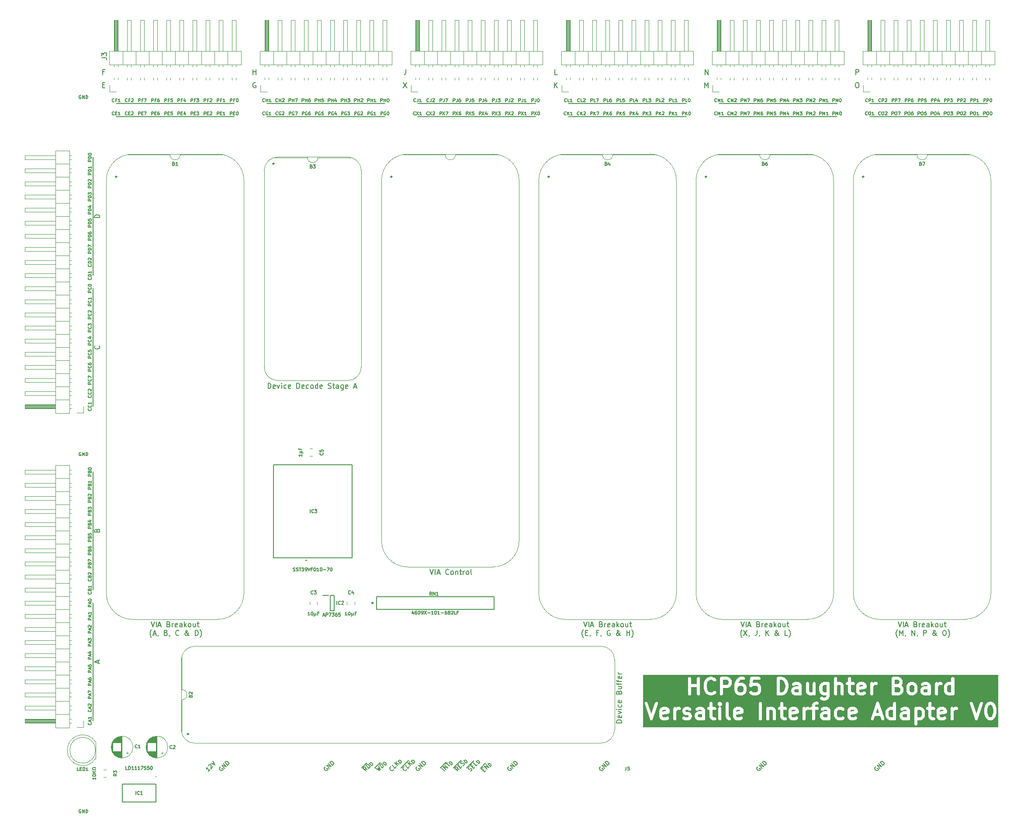
<source format=gto>
%TF.GenerationSoftware,KiCad,Pcbnew,8.0.7*%
%TF.CreationDate,2025-01-06T08:50:41+02:00*%
%TF.ProjectId,VIA Board,56494120-426f-4617-9264-2e6b69636164,rev?*%
%TF.SameCoordinates,Original*%
%TF.FileFunction,Legend,Top*%
%TF.FilePolarity,Positive*%
%FSLAX46Y46*%
G04 Gerber Fmt 4.6, Leading zero omitted, Abs format (unit mm)*
G04 Created by KiCad (PCBNEW 8.0.7) date 2025-01-06 08:50:41*
%MOMM*%
%LPD*%
G01*
G04 APERTURE LIST*
%ADD10C,0.150000*%
%ADD11C,0.200000*%
%ADD12C,0.600000*%
%ADD13C,0.100000*%
%ADD14C,0.120000*%
%ADD15C,0.239605*%
%ADD16C,0.254000*%
%ADD17C,0.187000*%
G04 APERTURE END LIST*
D10*
X40690799Y134239000D02*
X63550801Y134239000D01*
X11480799Y134239000D02*
X34340801Y134239000D01*
X99110798Y131699000D02*
X121970800Y131699000D01*
X-22174200Y75565000D02*
X-22174200Y98425000D01*
X128320798Y131699000D02*
X151180800Y131699000D01*
X99110799Y134239000D02*
X121970801Y134239000D01*
X40690798Y131699000D02*
X63550800Y131699000D01*
X-17729201Y134239000D02*
X5130801Y134239000D01*
X-22174200Y14605000D02*
X-22174200Y37465000D01*
X-22174200Y40005000D02*
X-22174200Y62865000D01*
X11480798Y131699000D02*
X34340800Y131699000D01*
X69900799Y134239000D02*
X92760801Y134239000D01*
X-17729202Y131699000D02*
X5130800Y131699000D01*
X-22174200Y100965000D02*
X-22174200Y123825000D01*
X69900798Y131699000D02*
X92760800Y131699000D01*
X128320799Y134239000D02*
X151180801Y134239000D01*
X130422346Y132108513D02*
X130392108Y132078275D01*
X130392108Y132078275D02*
X130301394Y132048036D01*
X130301394Y132048036D02*
X130240918Y132048036D01*
X130240918Y132048036D02*
X130150203Y132078275D01*
X130150203Y132078275D02*
X130089727Y132138751D01*
X130089727Y132138751D02*
X130059489Y132199227D01*
X130059489Y132199227D02*
X130029251Y132320179D01*
X130029251Y132320179D02*
X130029251Y132410894D01*
X130029251Y132410894D02*
X130059489Y132531846D01*
X130059489Y132531846D02*
X130089727Y132592322D01*
X130089727Y132592322D02*
X130150203Y132652798D01*
X130150203Y132652798D02*
X130240918Y132683036D01*
X130240918Y132683036D02*
X130301394Y132683036D01*
X130301394Y132683036D02*
X130392108Y132652798D01*
X130392108Y132652798D02*
X130422346Y132622560D01*
X130815441Y132683036D02*
X130936394Y132683036D01*
X130936394Y132683036D02*
X130996870Y132652798D01*
X130996870Y132652798D02*
X131057346Y132592322D01*
X131057346Y132592322D02*
X131087584Y132471370D01*
X131087584Y132471370D02*
X131087584Y132259703D01*
X131087584Y132259703D02*
X131057346Y132138751D01*
X131057346Y132138751D02*
X130996870Y132078275D01*
X130996870Y132078275D02*
X130936394Y132048036D01*
X130936394Y132048036D02*
X130815441Y132048036D01*
X130815441Y132048036D02*
X130754965Y132078275D01*
X130754965Y132078275D02*
X130694489Y132138751D01*
X130694489Y132138751D02*
X130664251Y132259703D01*
X130664251Y132259703D02*
X130664251Y132471370D01*
X130664251Y132471370D02*
X130694489Y132592322D01*
X130694489Y132592322D02*
X130754965Y132652798D01*
X130754965Y132652798D02*
X130815441Y132683036D01*
X131329489Y132622560D02*
X131359727Y132652798D01*
X131359727Y132652798D02*
X131420203Y132683036D01*
X131420203Y132683036D02*
X131571394Y132683036D01*
X131571394Y132683036D02*
X131631870Y132652798D01*
X131631870Y132652798D02*
X131662108Y132622560D01*
X131662108Y132622560D02*
X131692346Y132562084D01*
X131692346Y132562084D02*
X131692346Y132501608D01*
X131692346Y132501608D02*
X131662108Y132410894D01*
X131662108Y132410894D02*
X131299251Y132048036D01*
X131299251Y132048036D02*
X131692346Y132048036D01*
D11*
X133726847Y30789828D02*
X133679228Y30837447D01*
X133679228Y30837447D02*
X133583990Y30980304D01*
X133583990Y30980304D02*
X133536371Y31075542D01*
X133536371Y31075542D02*
X133488752Y31218400D01*
X133488752Y31218400D02*
X133441133Y31456495D01*
X133441133Y31456495D02*
X133441133Y31646971D01*
X133441133Y31646971D02*
X133488752Y31885066D01*
X133488752Y31885066D02*
X133536371Y32027923D01*
X133536371Y32027923D02*
X133583990Y32123161D01*
X133583990Y32123161D02*
X133679228Y32266019D01*
X133679228Y32266019D02*
X133726847Y32313638D01*
X134107800Y31170780D02*
X134107800Y32170780D01*
X134107800Y32170780D02*
X134441133Y31456495D01*
X134441133Y31456495D02*
X134774466Y32170780D01*
X134774466Y32170780D02*
X134774466Y31170780D01*
X135298276Y31218400D02*
X135298276Y31170780D01*
X135298276Y31170780D02*
X135250657Y31075542D01*
X135250657Y31075542D02*
X135203038Y31027923D01*
X136488752Y31170780D02*
X136488752Y32170780D01*
X136488752Y32170780D02*
X137060180Y31170780D01*
X137060180Y31170780D02*
X137060180Y32170780D01*
X137583990Y31218400D02*
X137583990Y31170780D01*
X137583990Y31170780D02*
X137536371Y31075542D01*
X137536371Y31075542D02*
X137488752Y31027923D01*
X138774466Y31170780D02*
X138774466Y32170780D01*
X138774466Y32170780D02*
X139155418Y32170780D01*
X139155418Y32170780D02*
X139250656Y32123161D01*
X139250656Y32123161D02*
X139298275Y32075542D01*
X139298275Y32075542D02*
X139345894Y31980304D01*
X139345894Y31980304D02*
X139345894Y31837447D01*
X139345894Y31837447D02*
X139298275Y31742209D01*
X139298275Y31742209D02*
X139250656Y31694590D01*
X139250656Y31694590D02*
X139155418Y31646971D01*
X139155418Y31646971D02*
X138774466Y31646971D01*
X141345895Y31170780D02*
X141298276Y31170780D01*
X141298276Y31170780D02*
X141203037Y31218400D01*
X141203037Y31218400D02*
X141060180Y31361257D01*
X141060180Y31361257D02*
X140822085Y31646971D01*
X140822085Y31646971D02*
X140726847Y31789828D01*
X140726847Y31789828D02*
X140679228Y31932685D01*
X140679228Y31932685D02*
X140679228Y32027923D01*
X140679228Y32027923D02*
X140726847Y32123161D01*
X140726847Y32123161D02*
X140822085Y32170780D01*
X140822085Y32170780D02*
X140869704Y32170780D01*
X140869704Y32170780D02*
X140964942Y32123161D01*
X140964942Y32123161D02*
X141012561Y32027923D01*
X141012561Y32027923D02*
X141012561Y31980304D01*
X141012561Y31980304D02*
X140964942Y31885066D01*
X140964942Y31885066D02*
X140917323Y31837447D01*
X140917323Y31837447D02*
X140631609Y31646971D01*
X140631609Y31646971D02*
X140583990Y31599352D01*
X140583990Y31599352D02*
X140536371Y31504114D01*
X140536371Y31504114D02*
X140536371Y31361257D01*
X140536371Y31361257D02*
X140583990Y31266019D01*
X140583990Y31266019D02*
X140631609Y31218400D01*
X140631609Y31218400D02*
X140726847Y31170780D01*
X140726847Y31170780D02*
X140869704Y31170780D01*
X140869704Y31170780D02*
X140964942Y31218400D01*
X140964942Y31218400D02*
X141012561Y31266019D01*
X141012561Y31266019D02*
X141155418Y31456495D01*
X141155418Y31456495D02*
X141203037Y31599352D01*
X141203037Y31599352D02*
X141203037Y31694590D01*
X142726847Y32170780D02*
X142917323Y32170780D01*
X142917323Y32170780D02*
X143012561Y32123161D01*
X143012561Y32123161D02*
X143107799Y32027923D01*
X143107799Y32027923D02*
X143155418Y31837447D01*
X143155418Y31837447D02*
X143155418Y31504114D01*
X143155418Y31504114D02*
X143107799Y31313638D01*
X143107799Y31313638D02*
X143012561Y31218400D01*
X143012561Y31218400D02*
X142917323Y31170780D01*
X142917323Y31170780D02*
X142726847Y31170780D01*
X142726847Y31170780D02*
X142631609Y31218400D01*
X142631609Y31218400D02*
X142536371Y31313638D01*
X142536371Y31313638D02*
X142488752Y31504114D01*
X142488752Y31504114D02*
X142488752Y31837447D01*
X142488752Y31837447D02*
X142536371Y32027923D01*
X142536371Y32027923D02*
X142631609Y32123161D01*
X142631609Y32123161D02*
X142726847Y32170780D01*
X143488752Y30789828D02*
X143536371Y30837447D01*
X143536371Y30837447D02*
X143631609Y30980304D01*
X143631609Y30980304D02*
X143679228Y31075542D01*
X143679228Y31075542D02*
X143726847Y31218400D01*
X143726847Y31218400D02*
X143774466Y31456495D01*
X143774466Y31456495D02*
X143774466Y31646971D01*
X143774466Y31646971D02*
X143726847Y31885066D01*
X143726847Y31885066D02*
X143679228Y32027923D01*
X143679228Y32027923D02*
X143631609Y32123161D01*
X143631609Y32123161D02*
X143536371Y32266019D01*
X143536371Y32266019D02*
X143488752Y32313638D01*
D10*
X44999728Y132048036D02*
X44999728Y132683036D01*
X44999728Y132683036D02*
X45241633Y132683036D01*
X45241633Y132683036D02*
X45302109Y132652798D01*
X45302109Y132652798D02*
X45332347Y132622560D01*
X45332347Y132622560D02*
X45362585Y132562084D01*
X45362585Y132562084D02*
X45362585Y132471370D01*
X45362585Y132471370D02*
X45332347Y132410894D01*
X45332347Y132410894D02*
X45302109Y132380655D01*
X45302109Y132380655D02*
X45241633Y132350417D01*
X45241633Y132350417D02*
X44999728Y132350417D01*
X45574252Y132683036D02*
X45997585Y132048036D01*
X45997585Y132683036D02*
X45574252Y132048036D01*
X46179014Y132683036D02*
X46602347Y132683036D01*
X46602347Y132683036D02*
X46330204Y132048036D01*
X116089491Y134588036D02*
X116089491Y135223036D01*
X116089491Y135223036D02*
X116331396Y135223036D01*
X116331396Y135223036D02*
X116391872Y135192798D01*
X116391872Y135192798D02*
X116422110Y135162560D01*
X116422110Y135162560D02*
X116452348Y135102084D01*
X116452348Y135102084D02*
X116452348Y135011370D01*
X116452348Y135011370D02*
X116422110Y134950894D01*
X116422110Y134950894D02*
X116391872Y134920655D01*
X116391872Y134920655D02*
X116331396Y134890417D01*
X116331396Y134890417D02*
X116089491Y134890417D01*
X116724491Y134588036D02*
X116724491Y135223036D01*
X116724491Y135223036D02*
X117087348Y134588036D01*
X117087348Y134588036D02*
X117087348Y135223036D01*
X117359491Y135162560D02*
X117389729Y135192798D01*
X117389729Y135192798D02*
X117450205Y135223036D01*
X117450205Y135223036D02*
X117601396Y135223036D01*
X117601396Y135223036D02*
X117661872Y135192798D01*
X117661872Y135192798D02*
X117692110Y135162560D01*
X117692110Y135162560D02*
X117722348Y135102084D01*
X117722348Y135102084D02*
X117722348Y135041608D01*
X117722348Y135041608D02*
X117692110Y134950894D01*
X117692110Y134950894D02*
X117329253Y134588036D01*
X117329253Y134588036D02*
X117722348Y134588036D01*
X140219489Y132048036D02*
X140219489Y132683036D01*
X140219489Y132683036D02*
X140461394Y132683036D01*
X140461394Y132683036D02*
X140521870Y132652798D01*
X140521870Y132652798D02*
X140552108Y132622560D01*
X140552108Y132622560D02*
X140582346Y132562084D01*
X140582346Y132562084D02*
X140582346Y132471370D01*
X140582346Y132471370D02*
X140552108Y132410894D01*
X140552108Y132410894D02*
X140521870Y132380655D01*
X140521870Y132380655D02*
X140461394Y132350417D01*
X140461394Y132350417D02*
X140219489Y132350417D01*
X140975441Y132683036D02*
X141096394Y132683036D01*
X141096394Y132683036D02*
X141156870Y132652798D01*
X141156870Y132652798D02*
X141217346Y132592322D01*
X141217346Y132592322D02*
X141247584Y132471370D01*
X141247584Y132471370D02*
X141247584Y132259703D01*
X141247584Y132259703D02*
X141217346Y132138751D01*
X141217346Y132138751D02*
X141156870Y132078275D01*
X141156870Y132078275D02*
X141096394Y132048036D01*
X141096394Y132048036D02*
X140975441Y132048036D01*
X140975441Y132048036D02*
X140914965Y132078275D01*
X140914965Y132078275D02*
X140854489Y132138751D01*
X140854489Y132138751D02*
X140824251Y132259703D01*
X140824251Y132259703D02*
X140824251Y132471370D01*
X140824251Y132471370D02*
X140854489Y132592322D01*
X140854489Y132592322D02*
X140914965Y132652798D01*
X140914965Y132652798D02*
X140975441Y132683036D01*
X141791870Y132471370D02*
X141791870Y132048036D01*
X141640679Y132713275D02*
X141489489Y132259703D01*
X141489489Y132259703D02*
X141882584Y132259703D01*
X130437466Y134648513D02*
X130407228Y134618275D01*
X130407228Y134618275D02*
X130316514Y134588036D01*
X130316514Y134588036D02*
X130256038Y134588036D01*
X130256038Y134588036D02*
X130165323Y134618275D01*
X130165323Y134618275D02*
X130104847Y134678751D01*
X130104847Y134678751D02*
X130074609Y134739227D01*
X130074609Y134739227D02*
X130044371Y134860179D01*
X130044371Y134860179D02*
X130044371Y134950894D01*
X130044371Y134950894D02*
X130074609Y135071846D01*
X130074609Y135071846D02*
X130104847Y135132322D01*
X130104847Y135132322D02*
X130165323Y135192798D01*
X130165323Y135192798D02*
X130256038Y135223036D01*
X130256038Y135223036D02*
X130316514Y135223036D01*
X130316514Y135223036D02*
X130407228Y135192798D01*
X130407228Y135192798D02*
X130437466Y135162560D01*
X130709609Y134588036D02*
X130709609Y135223036D01*
X130709609Y135223036D02*
X130951514Y135223036D01*
X130951514Y135223036D02*
X131011990Y135192798D01*
X131011990Y135192798D02*
X131042228Y135162560D01*
X131042228Y135162560D02*
X131072466Y135102084D01*
X131072466Y135102084D02*
X131072466Y135011370D01*
X131072466Y135011370D02*
X131042228Y134950894D01*
X131042228Y134950894D02*
X131011990Y134920655D01*
X131011990Y134920655D02*
X130951514Y134890417D01*
X130951514Y134890417D02*
X130709609Y134890417D01*
X131314371Y135162560D02*
X131344609Y135192798D01*
X131344609Y135192798D02*
X131405085Y135223036D01*
X131405085Y135223036D02*
X131556276Y135223036D01*
X131556276Y135223036D02*
X131616752Y135192798D01*
X131616752Y135192798D02*
X131646990Y135162560D01*
X131646990Y135162560D02*
X131677228Y135102084D01*
X131677228Y135102084D02*
X131677228Y135041608D01*
X131677228Y135041608D02*
X131646990Y134950894D01*
X131646990Y134950894D02*
X131284133Y134588036D01*
X131284133Y134588036D02*
X131677228Y134588036D01*
X-5785153Y132048036D02*
X-5785153Y132683036D01*
X-5785153Y132683036D02*
X-5543248Y132683036D01*
X-5543248Y132683036D02*
X-5482772Y132652798D01*
X-5482772Y132652798D02*
X-5452534Y132622560D01*
X-5452534Y132622560D02*
X-5422296Y132562084D01*
X-5422296Y132562084D02*
X-5422296Y132471370D01*
X-5422296Y132471370D02*
X-5452534Y132410894D01*
X-5452534Y132410894D02*
X-5482772Y132380655D01*
X-5482772Y132380655D02*
X-5543248Y132350417D01*
X-5543248Y132350417D02*
X-5785153Y132350417D01*
X-5150153Y132380655D02*
X-4938486Y132380655D01*
X-4847772Y132048036D02*
X-5150153Y132048036D01*
X-5150153Y132048036D02*
X-5150153Y132683036D01*
X-5150153Y132683036D02*
X-4847772Y132683036D01*
X-4303486Y132471370D02*
X-4303486Y132048036D01*
X-4454677Y132713275D02*
X-4605867Y132259703D01*
X-4605867Y132259703D02*
X-4212772Y132259703D01*
X145314610Y134588036D02*
X145314610Y135223036D01*
X145314610Y135223036D02*
X145556515Y135223036D01*
X145556515Y135223036D02*
X145616991Y135192798D01*
X145616991Y135192798D02*
X145647229Y135162560D01*
X145647229Y135162560D02*
X145677467Y135102084D01*
X145677467Y135102084D02*
X145677467Y135011370D01*
X145677467Y135011370D02*
X145647229Y134950894D01*
X145647229Y134950894D02*
X145616991Y134920655D01*
X145616991Y134920655D02*
X145556515Y134890417D01*
X145556515Y134890417D02*
X145314610Y134890417D01*
X145949610Y134588036D02*
X145949610Y135223036D01*
X145949610Y135223036D02*
X146191515Y135223036D01*
X146191515Y135223036D02*
X146251991Y135192798D01*
X146251991Y135192798D02*
X146282229Y135162560D01*
X146282229Y135162560D02*
X146312467Y135102084D01*
X146312467Y135102084D02*
X146312467Y135011370D01*
X146312467Y135011370D02*
X146282229Y134950894D01*
X146282229Y134950894D02*
X146251991Y134920655D01*
X146251991Y134920655D02*
X146191515Y134890417D01*
X146191515Y134890417D02*
X145949610Y134890417D01*
X146554372Y135162560D02*
X146584610Y135192798D01*
X146584610Y135192798D02*
X146645086Y135223036D01*
X146645086Y135223036D02*
X146796277Y135223036D01*
X146796277Y135223036D02*
X146856753Y135192798D01*
X146856753Y135192798D02*
X146886991Y135162560D01*
X146886991Y135162560D02*
X146917229Y135102084D01*
X146917229Y135102084D02*
X146917229Y135041608D01*
X146917229Y135041608D02*
X146886991Y134950894D01*
X146886991Y134950894D02*
X146524134Y134588036D01*
X146524134Y134588036D02*
X146917229Y134588036D01*
D11*
X40599507Y5711369D02*
X40518694Y5684431D01*
X40518694Y5684431D02*
X40437882Y5603619D01*
X40437882Y5603619D02*
X40384007Y5495869D01*
X40384007Y5495869D02*
X40384007Y5388120D01*
X40384007Y5388120D02*
X40410945Y5307308D01*
X40410945Y5307308D02*
X40491757Y5172621D01*
X40491757Y5172621D02*
X40572569Y5091808D01*
X40572569Y5091808D02*
X40707256Y5010996D01*
X40707256Y5010996D02*
X40788068Y4984059D01*
X40788068Y4984059D02*
X40895818Y4984059D01*
X40895818Y4984059D02*
X41003568Y5037934D01*
X41003568Y5037934D02*
X41057442Y5091808D01*
X41057442Y5091808D02*
X41111317Y5199558D01*
X41111317Y5199558D02*
X41111317Y5253433D01*
X41111317Y5253433D02*
X40922755Y5441995D01*
X40922755Y5441995D02*
X40815006Y5334245D01*
X41407629Y5441995D02*
X40841943Y6007680D01*
X40841943Y6007680D02*
X41730877Y5765243D01*
X41730877Y5765243D02*
X41165192Y6330929D01*
X42000251Y6034617D02*
X41434566Y6600303D01*
X41434566Y6600303D02*
X41569253Y6734990D01*
X41569253Y6734990D02*
X41677002Y6788865D01*
X41677002Y6788865D02*
X41784752Y6788865D01*
X41784752Y6788865D02*
X41865564Y6761927D01*
X41865564Y6761927D02*
X42000251Y6681115D01*
X42000251Y6681115D02*
X42081063Y6600303D01*
X42081063Y6600303D02*
X42161876Y6465616D01*
X42161876Y6465616D02*
X42188813Y6384804D01*
X42188813Y6384804D02*
X42188813Y6277054D01*
X42188813Y6277054D02*
X42134938Y6169304D01*
X42134938Y6169304D02*
X42000251Y6034617D01*
D10*
X89495085Y134588036D02*
X89495085Y135223036D01*
X89495085Y135223036D02*
X89736990Y135223036D01*
X89736990Y135223036D02*
X89797466Y135192798D01*
X89797466Y135192798D02*
X89827704Y135162560D01*
X89827704Y135162560D02*
X89857942Y135102084D01*
X89857942Y135102084D02*
X89857942Y135011370D01*
X89857942Y135011370D02*
X89827704Y134950894D01*
X89827704Y134950894D02*
X89797466Y134920655D01*
X89797466Y134920655D02*
X89736990Y134890417D01*
X89736990Y134890417D02*
X89495085Y134890417D01*
X90432466Y134588036D02*
X90130085Y134588036D01*
X90130085Y134588036D02*
X90130085Y135223036D01*
X90976752Y134588036D02*
X90613895Y134588036D01*
X90795323Y134588036D02*
X90795323Y135223036D01*
X90795323Y135223036D02*
X90734847Y135132322D01*
X90734847Y135132322D02*
X90674371Y135071846D01*
X90674371Y135071846D02*
X90613895Y135041608D01*
D11*
X96364467Y137342780D02*
X96364467Y138342780D01*
X96364467Y138342780D02*
X96697800Y137628495D01*
X96697800Y137628495D02*
X97031133Y138342780D01*
X97031133Y138342780D02*
X97031133Y137342780D01*
X-21195695Y25796905D02*
X-21195695Y26273095D01*
X-20909980Y25701667D02*
X-21909980Y26035000D01*
X-21909980Y26035000D02*
X-20909980Y26368333D01*
D10*
X121169490Y134588036D02*
X121169490Y135223036D01*
X121169490Y135223036D02*
X121411395Y135223036D01*
X121411395Y135223036D02*
X121471871Y135192798D01*
X121471871Y135192798D02*
X121502109Y135162560D01*
X121502109Y135162560D02*
X121532347Y135102084D01*
X121532347Y135102084D02*
X121532347Y135011370D01*
X121532347Y135011370D02*
X121502109Y134950894D01*
X121502109Y134950894D02*
X121471871Y134920655D01*
X121471871Y134920655D02*
X121411395Y134890417D01*
X121411395Y134890417D02*
X121169490Y134890417D01*
X121804490Y134588036D02*
X121804490Y135223036D01*
X121804490Y135223036D02*
X122167347Y134588036D01*
X122167347Y134588036D02*
X122167347Y135223036D01*
X122590680Y135223036D02*
X122651157Y135223036D01*
X122651157Y135223036D02*
X122711633Y135192798D01*
X122711633Y135192798D02*
X122741871Y135162560D01*
X122741871Y135162560D02*
X122772109Y135102084D01*
X122772109Y135102084D02*
X122802347Y134981132D01*
X122802347Y134981132D02*
X122802347Y134829941D01*
X122802347Y134829941D02*
X122772109Y134708989D01*
X122772109Y134708989D02*
X122741871Y134648513D01*
X122741871Y134648513D02*
X122711633Y134618275D01*
X122711633Y134618275D02*
X122651157Y134588036D01*
X122651157Y134588036D02*
X122590680Y134588036D01*
X122590680Y134588036D02*
X122530204Y134618275D01*
X122530204Y134618275D02*
X122499966Y134648513D01*
X122499966Y134648513D02*
X122469728Y134708989D01*
X122469728Y134708989D02*
X122439490Y134829941D01*
X122439490Y134829941D02*
X122439490Y134981132D01*
X122439490Y134981132D02*
X122469728Y135102084D01*
X122469728Y135102084D02*
X122499966Y135162560D01*
X122499966Y135162560D02*
X122530204Y135192798D01*
X122530204Y135192798D02*
X122590680Y135223036D01*
X47539727Y132048036D02*
X47539727Y132683036D01*
X47539727Y132683036D02*
X47781632Y132683036D01*
X47781632Y132683036D02*
X47842108Y132652798D01*
X47842108Y132652798D02*
X47872346Y132622560D01*
X47872346Y132622560D02*
X47902584Y132562084D01*
X47902584Y132562084D02*
X47902584Y132471370D01*
X47902584Y132471370D02*
X47872346Y132410894D01*
X47872346Y132410894D02*
X47842108Y132380655D01*
X47842108Y132380655D02*
X47781632Y132350417D01*
X47781632Y132350417D02*
X47539727Y132350417D01*
X48114251Y132683036D02*
X48537584Y132048036D01*
X48537584Y132683036D02*
X48114251Y132048036D01*
X49051632Y132683036D02*
X48930679Y132683036D01*
X48930679Y132683036D02*
X48870203Y132652798D01*
X48870203Y132652798D02*
X48839965Y132622560D01*
X48839965Y132622560D02*
X48779489Y132531846D01*
X48779489Y132531846D02*
X48749251Y132410894D01*
X48749251Y132410894D02*
X48749251Y132168989D01*
X48749251Y132168989D02*
X48779489Y132108513D01*
X48779489Y132108513D02*
X48809727Y132078275D01*
X48809727Y132078275D02*
X48870203Y132048036D01*
X48870203Y132048036D02*
X48991156Y132048036D01*
X48991156Y132048036D02*
X49051632Y132078275D01*
X49051632Y132078275D02*
X49081870Y132108513D01*
X49081870Y132108513D02*
X49112108Y132168989D01*
X49112108Y132168989D02*
X49112108Y132320179D01*
X49112108Y132320179D02*
X49081870Y132380655D01*
X49081870Y132380655D02*
X49051632Y132410894D01*
X49051632Y132410894D02*
X48991156Y132441132D01*
X48991156Y132441132D02*
X48870203Y132441132D01*
X48870203Y132441132D02*
X48809727Y132410894D01*
X48809727Y132410894D02*
X48779489Y132380655D01*
X48779489Y132380655D02*
X48749251Y132320179D01*
X118599251Y132048036D02*
X118599251Y132683036D01*
X118599251Y132683036D02*
X118841156Y132683036D01*
X118841156Y132683036D02*
X118901632Y132652798D01*
X118901632Y132652798D02*
X118931870Y132622560D01*
X118931870Y132622560D02*
X118962108Y132562084D01*
X118962108Y132562084D02*
X118962108Y132471370D01*
X118962108Y132471370D02*
X118931870Y132410894D01*
X118931870Y132410894D02*
X118901632Y132380655D01*
X118901632Y132380655D02*
X118841156Y132350417D01*
X118841156Y132350417D02*
X118599251Y132350417D01*
X119234251Y132048036D02*
X119234251Y132683036D01*
X119234251Y132683036D02*
X119445918Y132229465D01*
X119445918Y132229465D02*
X119657584Y132683036D01*
X119657584Y132683036D02*
X119657584Y132048036D01*
X120292584Y132048036D02*
X119929727Y132048036D01*
X120111155Y132048036D02*
X120111155Y132683036D01*
X120111155Y132683036D02*
X120050679Y132592322D01*
X120050679Y132592322D02*
X119990203Y132531846D01*
X119990203Y132531846D02*
X119929727Y132501608D01*
X-22523236Y92558808D02*
X-23158236Y92558808D01*
X-23158236Y92558808D02*
X-23158236Y92800713D01*
X-23158236Y92800713D02*
X-23127998Y92861189D01*
X-23127998Y92861189D02*
X-23097760Y92891427D01*
X-23097760Y92891427D02*
X-23037284Y92921665D01*
X-23037284Y92921665D02*
X-22946570Y92921665D01*
X-22946570Y92921665D02*
X-22886094Y92891427D01*
X-22886094Y92891427D02*
X-22855855Y92861189D01*
X-22855855Y92861189D02*
X-22825617Y92800713D01*
X-22825617Y92800713D02*
X-22825617Y92558808D01*
X-22583713Y93556665D02*
X-22553475Y93526427D01*
X-22553475Y93526427D02*
X-22523236Y93435713D01*
X-22523236Y93435713D02*
X-22523236Y93375237D01*
X-22523236Y93375237D02*
X-22553475Y93284522D01*
X-22553475Y93284522D02*
X-22613951Y93224046D01*
X-22613951Y93224046D02*
X-22674427Y93193808D01*
X-22674427Y93193808D02*
X-22795379Y93163570D01*
X-22795379Y93163570D02*
X-22886094Y93163570D01*
X-22886094Y93163570D02*
X-23007046Y93193808D01*
X-23007046Y93193808D02*
X-23067522Y93224046D01*
X-23067522Y93224046D02*
X-23127998Y93284522D01*
X-23127998Y93284522D02*
X-23158236Y93375237D01*
X-23158236Y93375237D02*
X-23158236Y93435713D01*
X-23158236Y93435713D02*
X-23127998Y93526427D01*
X-23127998Y93526427D02*
X-23097760Y93556665D01*
X-23097760Y93798570D02*
X-23127998Y93828808D01*
X-23127998Y93828808D02*
X-23158236Y93889284D01*
X-23158236Y93889284D02*
X-23158236Y94040475D01*
X-23158236Y94040475D02*
X-23127998Y94100951D01*
X-23127998Y94100951D02*
X-23097760Y94131189D01*
X-23097760Y94131189D02*
X-23037284Y94161427D01*
X-23037284Y94161427D02*
X-22976808Y94161427D01*
X-22976808Y94161427D02*
X-22886094Y94131189D01*
X-22886094Y94131189D02*
X-22523236Y93768332D01*
X-22523236Y93768332D02*
X-22523236Y94161427D01*
X79335085Y134588036D02*
X79335085Y135223036D01*
X79335085Y135223036D02*
X79576990Y135223036D01*
X79576990Y135223036D02*
X79637466Y135192798D01*
X79637466Y135192798D02*
X79667704Y135162560D01*
X79667704Y135162560D02*
X79697942Y135102084D01*
X79697942Y135102084D02*
X79697942Y135011370D01*
X79697942Y135011370D02*
X79667704Y134950894D01*
X79667704Y134950894D02*
X79637466Y134920655D01*
X79637466Y134920655D02*
X79576990Y134890417D01*
X79576990Y134890417D02*
X79335085Y134890417D01*
X80272466Y134588036D02*
X79970085Y134588036D01*
X79970085Y134588036D02*
X79970085Y135223036D01*
X80786514Y135223036D02*
X80484133Y135223036D01*
X80484133Y135223036D02*
X80453895Y134920655D01*
X80453895Y134920655D02*
X80484133Y134950894D01*
X80484133Y134950894D02*
X80544609Y134981132D01*
X80544609Y134981132D02*
X80695800Y134981132D01*
X80695800Y134981132D02*
X80756276Y134950894D01*
X80756276Y134950894D02*
X80786514Y134920655D01*
X80786514Y134920655D02*
X80816752Y134860179D01*
X80816752Y134860179D02*
X80816752Y134708989D01*
X80816752Y134708989D02*
X80786514Y134648513D01*
X80786514Y134648513D02*
X80756276Y134618275D01*
X80756276Y134618275D02*
X80695800Y134588036D01*
X80695800Y134588036D02*
X80544609Y134588036D01*
X80544609Y134588036D02*
X80484133Y134618275D01*
X80484133Y134618275D02*
X80453895Y134648513D01*
X1834846Y132048036D02*
X1834846Y132683036D01*
X1834846Y132683036D02*
X2076751Y132683036D01*
X2076751Y132683036D02*
X2137227Y132652798D01*
X2137227Y132652798D02*
X2167465Y132622560D01*
X2167465Y132622560D02*
X2197703Y132562084D01*
X2197703Y132562084D02*
X2197703Y132471370D01*
X2197703Y132471370D02*
X2167465Y132410894D01*
X2167465Y132410894D02*
X2137227Y132380655D01*
X2137227Y132380655D02*
X2076751Y132350417D01*
X2076751Y132350417D02*
X1834846Y132350417D01*
X2469846Y132380655D02*
X2681513Y132380655D01*
X2772227Y132048036D02*
X2469846Y132048036D01*
X2469846Y132048036D02*
X2469846Y132683036D01*
X2469846Y132683036D02*
X2772227Y132683036D01*
X3376989Y132048036D02*
X3014132Y132048036D01*
X3195560Y132048036D02*
X3195560Y132683036D01*
X3195560Y132683036D02*
X3135084Y132592322D01*
X3135084Y132592322D02*
X3074608Y132531846D01*
X3074608Y132531846D02*
X3014132Y132501608D01*
X31014608Y132048036D02*
X31014608Y132683036D01*
X31014608Y132683036D02*
X31256513Y132683036D01*
X31256513Y132683036D02*
X31316989Y132652798D01*
X31316989Y132652798D02*
X31347227Y132622560D01*
X31347227Y132622560D02*
X31377465Y132562084D01*
X31377465Y132562084D02*
X31377465Y132471370D01*
X31377465Y132471370D02*
X31347227Y132410894D01*
X31347227Y132410894D02*
X31316989Y132380655D01*
X31316989Y132380655D02*
X31256513Y132350417D01*
X31256513Y132350417D02*
X31014608Y132350417D01*
X31982227Y132652798D02*
X31921751Y132683036D01*
X31921751Y132683036D02*
X31831037Y132683036D01*
X31831037Y132683036D02*
X31740322Y132652798D01*
X31740322Y132652798D02*
X31679846Y132592322D01*
X31679846Y132592322D02*
X31649608Y132531846D01*
X31649608Y132531846D02*
X31619370Y132410894D01*
X31619370Y132410894D02*
X31619370Y132320179D01*
X31619370Y132320179D02*
X31649608Y132199227D01*
X31649608Y132199227D02*
X31679846Y132138751D01*
X31679846Y132138751D02*
X31740322Y132078275D01*
X31740322Y132078275D02*
X31831037Y132048036D01*
X31831037Y132048036D02*
X31891513Y132048036D01*
X31891513Y132048036D02*
X31982227Y132078275D01*
X31982227Y132078275D02*
X32012465Y132108513D01*
X32012465Y132108513D02*
X32012465Y132320179D01*
X32012465Y132320179D02*
X31891513Y132320179D01*
X32617227Y132048036D02*
X32254370Y132048036D01*
X32435798Y132048036D02*
X32435798Y132683036D01*
X32435798Y132683036D02*
X32375322Y132592322D01*
X32375322Y132592322D02*
X32314846Y132531846D01*
X32314846Y132531846D02*
X32254370Y132501608D01*
D11*
X36031317Y5253433D02*
X36031317Y5199558D01*
X36031317Y5199558D02*
X35977442Y5091808D01*
X35977442Y5091808D02*
X35923568Y5037934D01*
X35923568Y5037934D02*
X35815818Y4984059D01*
X35815818Y4984059D02*
X35708068Y4984059D01*
X35708068Y4984059D02*
X35627256Y5010996D01*
X35627256Y5010996D02*
X35492569Y5091808D01*
X35492569Y5091808D02*
X35411757Y5172621D01*
X35411757Y5172621D02*
X35330945Y5307308D01*
X35330945Y5307308D02*
X35304007Y5388120D01*
X35304007Y5388120D02*
X35304007Y5495869D01*
X35304007Y5495869D02*
X35357882Y5603619D01*
X35357882Y5603619D02*
X35411757Y5657494D01*
X35411757Y5657494D02*
X35519507Y5711369D01*
X35519507Y5711369D02*
X35573381Y5711369D01*
X36597003Y5711369D02*
X36327629Y5441995D01*
X36327629Y5441995D02*
X35761943Y6007680D01*
X36785564Y5899930D02*
X36219879Y6465616D01*
X37108813Y6223179D02*
X36543128Y6303991D01*
X36543128Y6788865D02*
X36543128Y6142367D01*
X37386807Y6376184D02*
X36934259Y6828732D01*
X36934259Y6828732D02*
X37042008Y6936482D01*
X37042008Y6936482D02*
X37128208Y6979581D01*
X37128208Y6979581D02*
X37214408Y6979581D01*
X37214408Y6979581D02*
X37279058Y6958032D01*
X37279058Y6958032D02*
X37386807Y6893382D01*
X37386807Y6893382D02*
X37451457Y6828732D01*
X37451457Y6828732D02*
X37516107Y6720982D01*
X37516107Y6720982D02*
X37537657Y6656333D01*
X37537657Y6656333D02*
X37537657Y6570133D01*
X37537657Y6570133D02*
X37494557Y6483933D01*
X37494557Y6483933D02*
X37386807Y6376184D01*
D10*
X-22583713Y14227023D02*
X-22553475Y14196785D01*
X-22553475Y14196785D02*
X-22523236Y14106071D01*
X-22523236Y14106071D02*
X-22523236Y14045595D01*
X-22523236Y14045595D02*
X-22553475Y13954880D01*
X-22553475Y13954880D02*
X-22613951Y13894404D01*
X-22613951Y13894404D02*
X-22674427Y13864166D01*
X-22674427Y13864166D02*
X-22795379Y13833928D01*
X-22795379Y13833928D02*
X-22886094Y13833928D01*
X-22886094Y13833928D02*
X-23007046Y13864166D01*
X-23007046Y13864166D02*
X-23067522Y13894404D01*
X-23067522Y13894404D02*
X-23127998Y13954880D01*
X-23127998Y13954880D02*
X-23158236Y14045595D01*
X-23158236Y14045595D02*
X-23158236Y14106071D01*
X-23158236Y14106071D02*
X-23127998Y14196785D01*
X-23127998Y14196785D02*
X-23097760Y14227023D01*
X-22704665Y14468928D02*
X-22704665Y14771309D01*
X-22523236Y14408452D02*
X-23158236Y14620118D01*
X-23158236Y14620118D02*
X-22523236Y14831785D01*
X-22523236Y15376071D02*
X-22523236Y15013214D01*
X-22523236Y15194642D02*
X-23158236Y15194642D01*
X-23158236Y15194642D02*
X-23067522Y15134166D01*
X-23067522Y15134166D02*
X-23007046Y15073690D01*
X-23007046Y15073690D02*
X-22976808Y15013214D01*
X13582347Y134648513D02*
X13552109Y134618275D01*
X13552109Y134618275D02*
X13461395Y134588036D01*
X13461395Y134588036D02*
X13400919Y134588036D01*
X13400919Y134588036D02*
X13310204Y134618275D01*
X13310204Y134618275D02*
X13249728Y134678751D01*
X13249728Y134678751D02*
X13219490Y134739227D01*
X13219490Y134739227D02*
X13189252Y134860179D01*
X13189252Y134860179D02*
X13189252Y134950894D01*
X13189252Y134950894D02*
X13219490Y135071846D01*
X13219490Y135071846D02*
X13249728Y135132322D01*
X13249728Y135132322D02*
X13310204Y135192798D01*
X13310204Y135192798D02*
X13400919Y135223036D01*
X13400919Y135223036D02*
X13461395Y135223036D01*
X13461395Y135223036D02*
X13552109Y135192798D01*
X13552109Y135192798D02*
X13582347Y135162560D01*
X13854490Y134588036D02*
X13854490Y135223036D01*
X13854490Y134920655D02*
X14217347Y134920655D01*
X14217347Y134588036D02*
X14217347Y135223036D01*
X14489490Y135162560D02*
X14519728Y135192798D01*
X14519728Y135192798D02*
X14580204Y135223036D01*
X14580204Y135223036D02*
X14731395Y135223036D01*
X14731395Y135223036D02*
X14791871Y135192798D01*
X14791871Y135192798D02*
X14822109Y135162560D01*
X14822109Y135162560D02*
X14852347Y135102084D01*
X14852347Y135102084D02*
X14852347Y135041608D01*
X14852347Y135041608D02*
X14822109Y134950894D01*
X14822109Y134950894D02*
X14459252Y134588036D01*
X14459252Y134588036D02*
X14852347Y134588036D01*
X86894609Y132048036D02*
X86894609Y132683036D01*
X86894609Y132683036D02*
X87136514Y132683036D01*
X87136514Y132683036D02*
X87196990Y132652798D01*
X87196990Y132652798D02*
X87227228Y132622560D01*
X87227228Y132622560D02*
X87257466Y132562084D01*
X87257466Y132562084D02*
X87257466Y132471370D01*
X87257466Y132471370D02*
X87227228Y132410894D01*
X87227228Y132410894D02*
X87196990Y132380655D01*
X87196990Y132380655D02*
X87136514Y132350417D01*
X87136514Y132350417D02*
X86894609Y132350417D01*
X87529609Y132048036D02*
X87529609Y132683036D01*
X87892466Y132048036D02*
X87620323Y132410894D01*
X87892466Y132683036D02*
X87529609Y132320179D01*
X88134371Y132622560D02*
X88164609Y132652798D01*
X88164609Y132652798D02*
X88225085Y132683036D01*
X88225085Y132683036D02*
X88376276Y132683036D01*
X88376276Y132683036D02*
X88436752Y132652798D01*
X88436752Y132652798D02*
X88466990Y132622560D01*
X88466990Y132622560D02*
X88497228Y132562084D01*
X88497228Y132562084D02*
X88497228Y132501608D01*
X88497228Y132501608D02*
X88466990Y132410894D01*
X88466990Y132410894D02*
X88104133Y132048036D01*
X88104133Y132048036D02*
X88497228Y132048036D01*
X-22523236Y44298809D02*
X-23158236Y44298809D01*
X-23158236Y44298809D02*
X-23158236Y44540714D01*
X-23158236Y44540714D02*
X-23127998Y44601190D01*
X-23127998Y44601190D02*
X-23097760Y44631428D01*
X-23097760Y44631428D02*
X-23037284Y44661666D01*
X-23037284Y44661666D02*
X-22946570Y44661666D01*
X-22946570Y44661666D02*
X-22886094Y44631428D01*
X-22886094Y44631428D02*
X-22855855Y44601190D01*
X-22855855Y44601190D02*
X-22825617Y44540714D01*
X-22825617Y44540714D02*
X-22825617Y44298809D01*
X-22855855Y45145476D02*
X-22825617Y45236190D01*
X-22825617Y45236190D02*
X-22795379Y45266428D01*
X-22795379Y45266428D02*
X-22734903Y45296666D01*
X-22734903Y45296666D02*
X-22644189Y45296666D01*
X-22644189Y45296666D02*
X-22583713Y45266428D01*
X-22583713Y45266428D02*
X-22553475Y45236190D01*
X-22553475Y45236190D02*
X-22523236Y45175714D01*
X-22523236Y45175714D02*
X-22523236Y44933809D01*
X-22523236Y44933809D02*
X-23158236Y44933809D01*
X-23158236Y44933809D02*
X-23158236Y45145476D01*
X-23158236Y45145476D02*
X-23127998Y45205952D01*
X-23127998Y45205952D02*
X-23097760Y45236190D01*
X-23097760Y45236190D02*
X-23037284Y45266428D01*
X-23037284Y45266428D02*
X-22976808Y45266428D01*
X-22976808Y45266428D02*
X-22916332Y45236190D01*
X-22916332Y45236190D02*
X-22886094Y45205952D01*
X-22886094Y45205952D02*
X-22855855Y45145476D01*
X-22855855Y45145476D02*
X-22855855Y44933809D01*
X-23158236Y45508333D02*
X-23158236Y45931666D01*
X-23158236Y45931666D02*
X-22523236Y45659523D01*
X-22523236Y87478809D02*
X-23158236Y87478809D01*
X-23158236Y87478809D02*
X-23158236Y87720714D01*
X-23158236Y87720714D02*
X-23127998Y87781190D01*
X-23127998Y87781190D02*
X-23097760Y87811428D01*
X-23097760Y87811428D02*
X-23037284Y87841666D01*
X-23037284Y87841666D02*
X-22946570Y87841666D01*
X-22946570Y87841666D02*
X-22886094Y87811428D01*
X-22886094Y87811428D02*
X-22855855Y87781190D01*
X-22855855Y87781190D02*
X-22825617Y87720714D01*
X-22825617Y87720714D02*
X-22825617Y87478809D01*
X-22583713Y88476666D02*
X-22553475Y88446428D01*
X-22553475Y88446428D02*
X-22523236Y88355714D01*
X-22523236Y88355714D02*
X-22523236Y88295238D01*
X-22523236Y88295238D02*
X-22553475Y88204523D01*
X-22553475Y88204523D02*
X-22613951Y88144047D01*
X-22613951Y88144047D02*
X-22674427Y88113809D01*
X-22674427Y88113809D02*
X-22795379Y88083571D01*
X-22795379Y88083571D02*
X-22886094Y88083571D01*
X-22886094Y88083571D02*
X-23007046Y88113809D01*
X-23007046Y88113809D02*
X-23067522Y88144047D01*
X-23067522Y88144047D02*
X-23127998Y88204523D01*
X-23127998Y88204523D02*
X-23158236Y88295238D01*
X-23158236Y88295238D02*
X-23158236Y88355714D01*
X-23158236Y88355714D02*
X-23127998Y88446428D01*
X-23127998Y88446428D02*
X-23097760Y88476666D01*
X-22946570Y89020952D02*
X-22523236Y89020952D01*
X-23188475Y88869761D02*
X-22734903Y88718571D01*
X-22734903Y88718571D02*
X-22734903Y89111666D01*
X79274608Y132048036D02*
X79274608Y132683036D01*
X79274608Y132683036D02*
X79516513Y132683036D01*
X79516513Y132683036D02*
X79576989Y132652798D01*
X79576989Y132652798D02*
X79607227Y132622560D01*
X79607227Y132622560D02*
X79637465Y132562084D01*
X79637465Y132562084D02*
X79637465Y132471370D01*
X79637465Y132471370D02*
X79607227Y132410894D01*
X79607227Y132410894D02*
X79576989Y132380655D01*
X79576989Y132380655D02*
X79516513Y132350417D01*
X79516513Y132350417D02*
X79274608Y132350417D01*
X79909608Y132048036D02*
X79909608Y132683036D01*
X80272465Y132048036D02*
X80000322Y132410894D01*
X80272465Y132683036D02*
X79909608Y132320179D01*
X80846989Y132683036D02*
X80544608Y132683036D01*
X80544608Y132683036D02*
X80514370Y132380655D01*
X80514370Y132380655D02*
X80544608Y132410894D01*
X80544608Y132410894D02*
X80605084Y132441132D01*
X80605084Y132441132D02*
X80756275Y132441132D01*
X80756275Y132441132D02*
X80816751Y132410894D01*
X80816751Y132410894D02*
X80846989Y132380655D01*
X80846989Y132380655D02*
X80877227Y132320179D01*
X80877227Y132320179D02*
X80877227Y132168989D01*
X80877227Y132168989D02*
X80846989Y132108513D01*
X80846989Y132108513D02*
X80816751Y132078275D01*
X80816751Y132078275D02*
X80756275Y132048036D01*
X80756275Y132048036D02*
X80605084Y132048036D01*
X80605084Y132048036D02*
X80544608Y132078275D01*
X80544608Y132078275D02*
X80514370Y132108513D01*
X142759488Y132048036D02*
X142759488Y132683036D01*
X142759488Y132683036D02*
X143001393Y132683036D01*
X143001393Y132683036D02*
X143061869Y132652798D01*
X143061869Y132652798D02*
X143092107Y132622560D01*
X143092107Y132622560D02*
X143122345Y132562084D01*
X143122345Y132562084D02*
X143122345Y132471370D01*
X143122345Y132471370D02*
X143092107Y132410894D01*
X143092107Y132410894D02*
X143061869Y132380655D01*
X143061869Y132380655D02*
X143001393Y132350417D01*
X143001393Y132350417D02*
X142759488Y132350417D01*
X143515440Y132683036D02*
X143636393Y132683036D01*
X143636393Y132683036D02*
X143696869Y132652798D01*
X143696869Y132652798D02*
X143757345Y132592322D01*
X143757345Y132592322D02*
X143787583Y132471370D01*
X143787583Y132471370D02*
X143787583Y132259703D01*
X143787583Y132259703D02*
X143757345Y132138751D01*
X143757345Y132138751D02*
X143696869Y132078275D01*
X143696869Y132078275D02*
X143636393Y132048036D01*
X143636393Y132048036D02*
X143515440Y132048036D01*
X143515440Y132048036D02*
X143454964Y132078275D01*
X143454964Y132078275D02*
X143394488Y132138751D01*
X143394488Y132138751D02*
X143364250Y132259703D01*
X143364250Y132259703D02*
X143364250Y132471370D01*
X143364250Y132471370D02*
X143394488Y132592322D01*
X143394488Y132592322D02*
X143454964Y132652798D01*
X143454964Y132652798D02*
X143515440Y132683036D01*
X143999250Y132683036D02*
X144392345Y132683036D01*
X144392345Y132683036D02*
X144180678Y132441132D01*
X144180678Y132441132D02*
X144271393Y132441132D01*
X144271393Y132441132D02*
X144331869Y132410894D01*
X144331869Y132410894D02*
X144362107Y132380655D01*
X144362107Y132380655D02*
X144392345Y132320179D01*
X144392345Y132320179D02*
X144392345Y132168989D01*
X144392345Y132168989D02*
X144362107Y132108513D01*
X144362107Y132108513D02*
X144331869Y132078275D01*
X144331869Y132078275D02*
X144271393Y132048036D01*
X144271393Y132048036D02*
X144089964Y132048036D01*
X144089964Y132048036D02*
X144029488Y132078275D01*
X144029488Y132078275D02*
X143999250Y132108513D01*
D11*
X125645895Y139882780D02*
X125645895Y140882780D01*
X125645895Y140882780D02*
X126026847Y140882780D01*
X126026847Y140882780D02*
X126122085Y140835161D01*
X126122085Y140835161D02*
X126169704Y140787542D01*
X126169704Y140787542D02*
X126217323Y140692304D01*
X126217323Y140692304D02*
X126217323Y140549447D01*
X126217323Y140549447D02*
X126169704Y140454209D01*
X126169704Y140454209D02*
X126122085Y140406590D01*
X126122085Y140406590D02*
X126026847Y140358971D01*
X126026847Y140358971D02*
X125645895Y140358971D01*
D10*
X-22523236Y97638809D02*
X-23158236Y97638809D01*
X-23158236Y97638809D02*
X-23158236Y97880714D01*
X-23158236Y97880714D02*
X-23127998Y97941190D01*
X-23127998Y97941190D02*
X-23097760Y97971428D01*
X-23097760Y97971428D02*
X-23037284Y98001666D01*
X-23037284Y98001666D02*
X-22946570Y98001666D01*
X-22946570Y98001666D02*
X-22886094Y97971428D01*
X-22886094Y97971428D02*
X-22855855Y97941190D01*
X-22855855Y97941190D02*
X-22825617Y97880714D01*
X-22825617Y97880714D02*
X-22825617Y97638809D01*
X-22583713Y98636666D02*
X-22553475Y98606428D01*
X-22553475Y98606428D02*
X-22523236Y98515714D01*
X-22523236Y98515714D02*
X-22523236Y98455238D01*
X-22523236Y98455238D02*
X-22553475Y98364523D01*
X-22553475Y98364523D02*
X-22613951Y98304047D01*
X-22613951Y98304047D02*
X-22674427Y98273809D01*
X-22674427Y98273809D02*
X-22795379Y98243571D01*
X-22795379Y98243571D02*
X-22886094Y98243571D01*
X-22886094Y98243571D02*
X-23007046Y98273809D01*
X-23007046Y98273809D02*
X-23067522Y98304047D01*
X-23067522Y98304047D02*
X-23127998Y98364523D01*
X-23127998Y98364523D02*
X-23158236Y98455238D01*
X-23158236Y98455238D02*
X-23158236Y98515714D01*
X-23158236Y98515714D02*
X-23127998Y98606428D01*
X-23127998Y98606428D02*
X-23097760Y98636666D01*
X-23158236Y99029761D02*
X-23158236Y99090238D01*
X-23158236Y99090238D02*
X-23127998Y99150714D01*
X-23127998Y99150714D02*
X-23097760Y99180952D01*
X-23097760Y99180952D02*
X-23037284Y99211190D01*
X-23037284Y99211190D02*
X-22916332Y99241428D01*
X-22916332Y99241428D02*
X-22765141Y99241428D01*
X-22765141Y99241428D02*
X-22644189Y99211190D01*
X-22644189Y99211190D02*
X-22583713Y99180952D01*
X-22583713Y99180952D02*
X-22553475Y99150714D01*
X-22553475Y99150714D02*
X-22523236Y99090238D01*
X-22523236Y99090238D02*
X-22523236Y99029761D01*
X-22523236Y99029761D02*
X-22553475Y98969285D01*
X-22553475Y98969285D02*
X-22583713Y98939047D01*
X-22583713Y98939047D02*
X-22644189Y98908809D01*
X-22644189Y98908809D02*
X-22765141Y98878571D01*
X-22765141Y98878571D02*
X-22916332Y98878571D01*
X-22916332Y98878571D02*
X-23037284Y98908809D01*
X-23037284Y98908809D02*
X-23097760Y98939047D01*
X-23097760Y98939047D02*
X-23127998Y98969285D01*
X-23127998Y98969285D02*
X-23158236Y99029761D01*
X25934607Y132048036D02*
X25934607Y132683036D01*
X25934607Y132683036D02*
X26176512Y132683036D01*
X26176512Y132683036D02*
X26236988Y132652798D01*
X26236988Y132652798D02*
X26267226Y132622560D01*
X26267226Y132622560D02*
X26297464Y132562084D01*
X26297464Y132562084D02*
X26297464Y132471370D01*
X26297464Y132471370D02*
X26267226Y132410894D01*
X26267226Y132410894D02*
X26236988Y132380655D01*
X26236988Y132380655D02*
X26176512Y132350417D01*
X26176512Y132350417D02*
X25934607Y132350417D01*
X26902226Y132652798D02*
X26841750Y132683036D01*
X26841750Y132683036D02*
X26751036Y132683036D01*
X26751036Y132683036D02*
X26660321Y132652798D01*
X26660321Y132652798D02*
X26599845Y132592322D01*
X26599845Y132592322D02*
X26569607Y132531846D01*
X26569607Y132531846D02*
X26539369Y132410894D01*
X26539369Y132410894D02*
X26539369Y132320179D01*
X26539369Y132320179D02*
X26569607Y132199227D01*
X26569607Y132199227D02*
X26599845Y132138751D01*
X26599845Y132138751D02*
X26660321Y132078275D01*
X26660321Y132078275D02*
X26751036Y132048036D01*
X26751036Y132048036D02*
X26811512Y132048036D01*
X26811512Y132048036D02*
X26902226Y132078275D01*
X26902226Y132078275D02*
X26932464Y132108513D01*
X26932464Y132108513D02*
X26932464Y132320179D01*
X26932464Y132320179D02*
X26811512Y132320179D01*
X27144131Y132683036D02*
X27537226Y132683036D01*
X27537226Y132683036D02*
X27325559Y132441132D01*
X27325559Y132441132D02*
X27416274Y132441132D01*
X27416274Y132441132D02*
X27476750Y132410894D01*
X27476750Y132410894D02*
X27506988Y132380655D01*
X27506988Y132380655D02*
X27537226Y132320179D01*
X27537226Y132320179D02*
X27537226Y132168989D01*
X27537226Y132168989D02*
X27506988Y132108513D01*
X27506988Y132108513D02*
X27476750Y132078275D01*
X27476750Y132078275D02*
X27416274Y132048036D01*
X27416274Y132048036D02*
X27234845Y132048036D01*
X27234845Y132048036D02*
X27174369Y132078275D01*
X27174369Y132078275D02*
X27144131Y132108513D01*
X121139251Y132048036D02*
X121139251Y132683036D01*
X121139251Y132683036D02*
X121381156Y132683036D01*
X121381156Y132683036D02*
X121441632Y132652798D01*
X121441632Y132652798D02*
X121471870Y132622560D01*
X121471870Y132622560D02*
X121502108Y132562084D01*
X121502108Y132562084D02*
X121502108Y132471370D01*
X121502108Y132471370D02*
X121471870Y132410894D01*
X121471870Y132410894D02*
X121441632Y132380655D01*
X121441632Y132380655D02*
X121381156Y132350417D01*
X121381156Y132350417D02*
X121139251Y132350417D01*
X121774251Y132048036D02*
X121774251Y132683036D01*
X121774251Y132683036D02*
X121985918Y132229465D01*
X121985918Y132229465D02*
X122197584Y132683036D01*
X122197584Y132683036D02*
X122197584Y132048036D01*
X122620917Y132683036D02*
X122681394Y132683036D01*
X122681394Y132683036D02*
X122741870Y132652798D01*
X122741870Y132652798D02*
X122772108Y132622560D01*
X122772108Y132622560D02*
X122802346Y132562084D01*
X122802346Y132562084D02*
X122832584Y132441132D01*
X122832584Y132441132D02*
X122832584Y132289941D01*
X122832584Y132289941D02*
X122802346Y132168989D01*
X122802346Y132168989D02*
X122772108Y132108513D01*
X122772108Y132108513D02*
X122741870Y132078275D01*
X122741870Y132078275D02*
X122681394Y132048036D01*
X122681394Y132048036D02*
X122620917Y132048036D01*
X122620917Y132048036D02*
X122560441Y132078275D01*
X122560441Y132078275D02*
X122530203Y132108513D01*
X122530203Y132108513D02*
X122499965Y132168989D01*
X122499965Y132168989D02*
X122469727Y132289941D01*
X122469727Y132289941D02*
X122469727Y132441132D01*
X122469727Y132441132D02*
X122499965Y132562084D01*
X122499965Y132562084D02*
X122530203Y132622560D01*
X122530203Y132622560D02*
X122560441Y132652798D01*
X122560441Y132652798D02*
X122620917Y132683036D01*
D11*
X-21433790Y51506428D02*
X-21386171Y51649285D01*
X-21386171Y51649285D02*
X-21338552Y51696904D01*
X-21338552Y51696904D02*
X-21243314Y51744523D01*
X-21243314Y51744523D02*
X-21100457Y51744523D01*
X-21100457Y51744523D02*
X-21005219Y51696904D01*
X-21005219Y51696904D02*
X-20957600Y51649285D01*
X-20957600Y51649285D02*
X-20909980Y51554047D01*
X-20909980Y51554047D02*
X-20909980Y51173095D01*
X-20909980Y51173095D02*
X-21909980Y51173095D01*
X-21909980Y51173095D02*
X-21909980Y51506428D01*
X-21909980Y51506428D02*
X-21862361Y51601666D01*
X-21862361Y51601666D02*
X-21814742Y51649285D01*
X-21814742Y51649285D02*
X-21719504Y51696904D01*
X-21719504Y51696904D02*
X-21624266Y51696904D01*
X-21624266Y51696904D02*
X-21529028Y51649285D01*
X-21529028Y51649285D02*
X-21481409Y51601666D01*
X-21481409Y51601666D02*
X-21433790Y51506428D01*
X-21433790Y51506428D02*
X-21433790Y51173095D01*
D10*
X116059252Y132048036D02*
X116059252Y132683036D01*
X116059252Y132683036D02*
X116301157Y132683036D01*
X116301157Y132683036D02*
X116361633Y132652798D01*
X116361633Y132652798D02*
X116391871Y132622560D01*
X116391871Y132622560D02*
X116422109Y132562084D01*
X116422109Y132562084D02*
X116422109Y132471370D01*
X116422109Y132471370D02*
X116391871Y132410894D01*
X116391871Y132410894D02*
X116361633Y132380655D01*
X116361633Y132380655D02*
X116301157Y132350417D01*
X116301157Y132350417D02*
X116059252Y132350417D01*
X116694252Y132048036D02*
X116694252Y132683036D01*
X116694252Y132683036D02*
X116905919Y132229465D01*
X116905919Y132229465D02*
X117117585Y132683036D01*
X117117585Y132683036D02*
X117117585Y132048036D01*
X117389728Y132622560D02*
X117419966Y132652798D01*
X117419966Y132652798D02*
X117480442Y132683036D01*
X117480442Y132683036D02*
X117631633Y132683036D01*
X117631633Y132683036D02*
X117692109Y132652798D01*
X117692109Y132652798D02*
X117722347Y132622560D01*
X117722347Y132622560D02*
X117752585Y132562084D01*
X117752585Y132562084D02*
X117752585Y132501608D01*
X117752585Y132501608D02*
X117722347Y132410894D01*
X117722347Y132410894D02*
X117359490Y132048036D01*
X117359490Y132048036D02*
X117752585Y132048036D01*
X-22583713Y16767024D02*
X-22553475Y16736786D01*
X-22553475Y16736786D02*
X-22523236Y16646072D01*
X-22523236Y16646072D02*
X-22523236Y16585596D01*
X-22523236Y16585596D02*
X-22553475Y16494881D01*
X-22553475Y16494881D02*
X-22613951Y16434405D01*
X-22613951Y16434405D02*
X-22674427Y16404167D01*
X-22674427Y16404167D02*
X-22795379Y16373929D01*
X-22795379Y16373929D02*
X-22886094Y16373929D01*
X-22886094Y16373929D02*
X-23007046Y16404167D01*
X-23007046Y16404167D02*
X-23067522Y16434405D01*
X-23067522Y16434405D02*
X-23127998Y16494881D01*
X-23127998Y16494881D02*
X-23158236Y16585596D01*
X-23158236Y16585596D02*
X-23158236Y16646072D01*
X-23158236Y16646072D02*
X-23127998Y16736786D01*
X-23127998Y16736786D02*
X-23097760Y16767024D01*
X-22704665Y17008929D02*
X-22704665Y17311310D01*
X-22523236Y16948453D02*
X-23158236Y17160119D01*
X-23158236Y17160119D02*
X-22523236Y17371786D01*
X-23097760Y17553215D02*
X-23127998Y17583453D01*
X-23127998Y17583453D02*
X-23158236Y17643929D01*
X-23158236Y17643929D02*
X-23158236Y17795120D01*
X-23158236Y17795120D02*
X-23127998Y17855596D01*
X-23127998Y17855596D02*
X-23097760Y17885834D01*
X-23097760Y17885834D02*
X-23037284Y17916072D01*
X-23037284Y17916072D02*
X-22976808Y17916072D01*
X-22976808Y17916072D02*
X-22886094Y17885834D01*
X-22886094Y17885834D02*
X-22523236Y17522977D01*
X-22523236Y17522977D02*
X-22523236Y17916072D01*
X89434608Y132048036D02*
X89434608Y132683036D01*
X89434608Y132683036D02*
X89676513Y132683036D01*
X89676513Y132683036D02*
X89736989Y132652798D01*
X89736989Y132652798D02*
X89767227Y132622560D01*
X89767227Y132622560D02*
X89797465Y132562084D01*
X89797465Y132562084D02*
X89797465Y132471370D01*
X89797465Y132471370D02*
X89767227Y132410894D01*
X89767227Y132410894D02*
X89736989Y132380655D01*
X89736989Y132380655D02*
X89676513Y132350417D01*
X89676513Y132350417D02*
X89434608Y132350417D01*
X90069608Y132048036D02*
X90069608Y132683036D01*
X90432465Y132048036D02*
X90160322Y132410894D01*
X90432465Y132683036D02*
X90069608Y132320179D01*
X91037227Y132048036D02*
X90674370Y132048036D01*
X90855798Y132048036D02*
X90855798Y132683036D01*
X90855798Y132683036D02*
X90795322Y132592322D01*
X90795322Y132592322D02*
X90734846Y132531846D01*
X90734846Y132531846D02*
X90674370Y132501608D01*
X98672347Y134648513D02*
X98642109Y134618275D01*
X98642109Y134618275D02*
X98551395Y134588036D01*
X98551395Y134588036D02*
X98490919Y134588036D01*
X98490919Y134588036D02*
X98400204Y134618275D01*
X98400204Y134618275D02*
X98339728Y134678751D01*
X98339728Y134678751D02*
X98309490Y134739227D01*
X98309490Y134739227D02*
X98279252Y134860179D01*
X98279252Y134860179D02*
X98279252Y134950894D01*
X98279252Y134950894D02*
X98309490Y135071846D01*
X98309490Y135071846D02*
X98339728Y135132322D01*
X98339728Y135132322D02*
X98400204Y135192798D01*
X98400204Y135192798D02*
X98490919Y135223036D01*
X98490919Y135223036D02*
X98551395Y135223036D01*
X98551395Y135223036D02*
X98642109Y135192798D01*
X98642109Y135192798D02*
X98672347Y135162560D01*
X98944490Y134588036D02*
X98944490Y135223036D01*
X98944490Y135223036D02*
X99307347Y134588036D01*
X99307347Y134588036D02*
X99307347Y135223036D01*
X99942347Y134588036D02*
X99579490Y134588036D01*
X99760918Y134588036D02*
X99760918Y135223036D01*
X99760918Y135223036D02*
X99700442Y135132322D01*
X99700442Y135132322D02*
X99639966Y135071846D01*
X99639966Y135071846D02*
X99579490Y135041608D01*
X20854608Y132048036D02*
X20854608Y132683036D01*
X20854608Y132683036D02*
X21096513Y132683036D01*
X21096513Y132683036D02*
X21156989Y132652798D01*
X21156989Y132652798D02*
X21187227Y132622560D01*
X21187227Y132622560D02*
X21217465Y132562084D01*
X21217465Y132562084D02*
X21217465Y132471370D01*
X21217465Y132471370D02*
X21187227Y132410894D01*
X21187227Y132410894D02*
X21156989Y132380655D01*
X21156989Y132380655D02*
X21096513Y132350417D01*
X21096513Y132350417D02*
X20854608Y132350417D01*
X21822227Y132652798D02*
X21761751Y132683036D01*
X21761751Y132683036D02*
X21671037Y132683036D01*
X21671037Y132683036D02*
X21580322Y132652798D01*
X21580322Y132652798D02*
X21519846Y132592322D01*
X21519846Y132592322D02*
X21489608Y132531846D01*
X21489608Y132531846D02*
X21459370Y132410894D01*
X21459370Y132410894D02*
X21459370Y132320179D01*
X21459370Y132320179D02*
X21489608Y132199227D01*
X21489608Y132199227D02*
X21519846Y132138751D01*
X21519846Y132138751D02*
X21580322Y132078275D01*
X21580322Y132078275D02*
X21671037Y132048036D01*
X21671037Y132048036D02*
X21731513Y132048036D01*
X21731513Y132048036D02*
X21822227Y132078275D01*
X21822227Y132078275D02*
X21852465Y132108513D01*
X21852465Y132108513D02*
X21852465Y132320179D01*
X21852465Y132320179D02*
X21731513Y132320179D01*
X22426989Y132683036D02*
X22124608Y132683036D01*
X22124608Y132683036D02*
X22094370Y132380655D01*
X22094370Y132380655D02*
X22124608Y132410894D01*
X22124608Y132410894D02*
X22185084Y132441132D01*
X22185084Y132441132D02*
X22336275Y132441132D01*
X22336275Y132441132D02*
X22396751Y132410894D01*
X22396751Y132410894D02*
X22426989Y132380655D01*
X22426989Y132380655D02*
X22457227Y132320179D01*
X22457227Y132320179D02*
X22457227Y132168989D01*
X22457227Y132168989D02*
X22426989Y132108513D01*
X22426989Y132108513D02*
X22396751Y132078275D01*
X22396751Y132078275D02*
X22336275Y132048036D01*
X22336275Y132048036D02*
X22185084Y132048036D01*
X22185084Y132048036D02*
X22124608Y132078275D01*
X22124608Y132078275D02*
X22094370Y132108513D01*
X108469490Y134588036D02*
X108469490Y135223036D01*
X108469490Y135223036D02*
X108711395Y135223036D01*
X108711395Y135223036D02*
X108771871Y135192798D01*
X108771871Y135192798D02*
X108802109Y135162560D01*
X108802109Y135162560D02*
X108832347Y135102084D01*
X108832347Y135102084D02*
X108832347Y135011370D01*
X108832347Y135011370D02*
X108802109Y134950894D01*
X108802109Y134950894D02*
X108771871Y134920655D01*
X108771871Y134920655D02*
X108711395Y134890417D01*
X108711395Y134890417D02*
X108469490Y134890417D01*
X109104490Y134588036D02*
X109104490Y135223036D01*
X109104490Y135223036D02*
X109467347Y134588036D01*
X109467347Y134588036D02*
X109467347Y135223036D01*
X110072109Y135223036D02*
X109769728Y135223036D01*
X109769728Y135223036D02*
X109739490Y134920655D01*
X109739490Y134920655D02*
X109769728Y134950894D01*
X109769728Y134950894D02*
X109830204Y134981132D01*
X109830204Y134981132D02*
X109981395Y134981132D01*
X109981395Y134981132D02*
X110041871Y134950894D01*
X110041871Y134950894D02*
X110072109Y134920655D01*
X110072109Y134920655D02*
X110102347Y134860179D01*
X110102347Y134860179D02*
X110102347Y134708989D01*
X110102347Y134708989D02*
X110072109Y134648513D01*
X110072109Y134648513D02*
X110041871Y134618275D01*
X110041871Y134618275D02*
X109981395Y134588036D01*
X109981395Y134588036D02*
X109830204Y134588036D01*
X109830204Y134588036D02*
X109769728Y134618275D01*
X109769728Y134618275D02*
X109739490Y134648513D01*
X-22523236Y26564165D02*
X-23158236Y26564165D01*
X-23158236Y26564165D02*
X-23158236Y26806070D01*
X-23158236Y26806070D02*
X-23127998Y26866546D01*
X-23127998Y26866546D02*
X-23097760Y26896784D01*
X-23097760Y26896784D02*
X-23037284Y26927022D01*
X-23037284Y26927022D02*
X-22946570Y26927022D01*
X-22946570Y26927022D02*
X-22886094Y26896784D01*
X-22886094Y26896784D02*
X-22855855Y26866546D01*
X-22855855Y26866546D02*
X-22825617Y26806070D01*
X-22825617Y26806070D02*
X-22825617Y26564165D01*
X-22704665Y27168927D02*
X-22704665Y27471308D01*
X-22523236Y27108451D02*
X-23158236Y27320117D01*
X-23158236Y27320117D02*
X-22523236Y27531784D01*
X-22946570Y28015594D02*
X-22523236Y28015594D01*
X-23188475Y27864403D02*
X-22734903Y27713213D01*
X-22734903Y27713213D02*
X-22734903Y28106308D01*
X127882346Y132108513D02*
X127852108Y132078275D01*
X127852108Y132078275D02*
X127761394Y132048036D01*
X127761394Y132048036D02*
X127700918Y132048036D01*
X127700918Y132048036D02*
X127610203Y132078275D01*
X127610203Y132078275D02*
X127549727Y132138751D01*
X127549727Y132138751D02*
X127519489Y132199227D01*
X127519489Y132199227D02*
X127489251Y132320179D01*
X127489251Y132320179D02*
X127489251Y132410894D01*
X127489251Y132410894D02*
X127519489Y132531846D01*
X127519489Y132531846D02*
X127549727Y132592322D01*
X127549727Y132592322D02*
X127610203Y132652798D01*
X127610203Y132652798D02*
X127700918Y132683036D01*
X127700918Y132683036D02*
X127761394Y132683036D01*
X127761394Y132683036D02*
X127852108Y132652798D01*
X127852108Y132652798D02*
X127882346Y132622560D01*
X128275441Y132683036D02*
X128396394Y132683036D01*
X128396394Y132683036D02*
X128456870Y132652798D01*
X128456870Y132652798D02*
X128517346Y132592322D01*
X128517346Y132592322D02*
X128547584Y132471370D01*
X128547584Y132471370D02*
X128547584Y132259703D01*
X128547584Y132259703D02*
X128517346Y132138751D01*
X128517346Y132138751D02*
X128456870Y132078275D01*
X128456870Y132078275D02*
X128396394Y132048036D01*
X128396394Y132048036D02*
X128275441Y132048036D01*
X128275441Y132048036D02*
X128214965Y132078275D01*
X128214965Y132078275D02*
X128154489Y132138751D01*
X128154489Y132138751D02*
X128124251Y132259703D01*
X128124251Y132259703D02*
X128124251Y132471370D01*
X128124251Y132471370D02*
X128154489Y132592322D01*
X128154489Y132592322D02*
X128214965Y132652798D01*
X128214965Y132652798D02*
X128275441Y132683036D01*
X129152346Y132048036D02*
X128789489Y132048036D01*
X128970917Y132048036D02*
X128970917Y132683036D01*
X128970917Y132683036D02*
X128910441Y132592322D01*
X128910441Y132592322D02*
X128849965Y132531846D01*
X128849965Y132531846D02*
X128789489Y132501608D01*
X42883061Y134648513D02*
X42852823Y134618275D01*
X42852823Y134618275D02*
X42762109Y134588036D01*
X42762109Y134588036D02*
X42701633Y134588036D01*
X42701633Y134588036D02*
X42610918Y134618275D01*
X42610918Y134618275D02*
X42550442Y134678751D01*
X42550442Y134678751D02*
X42520204Y134739227D01*
X42520204Y134739227D02*
X42489966Y134860179D01*
X42489966Y134860179D02*
X42489966Y134950894D01*
X42489966Y134950894D02*
X42520204Y135071846D01*
X42520204Y135071846D02*
X42550442Y135132322D01*
X42550442Y135132322D02*
X42610918Y135192798D01*
X42610918Y135192798D02*
X42701633Y135223036D01*
X42701633Y135223036D02*
X42762109Y135223036D01*
X42762109Y135223036D02*
X42852823Y135192798D01*
X42852823Y135192798D02*
X42883061Y135162560D01*
X43336633Y135223036D02*
X43336633Y134769465D01*
X43336633Y134769465D02*
X43306394Y134678751D01*
X43306394Y134678751D02*
X43245918Y134618275D01*
X43245918Y134618275D02*
X43155204Y134588036D01*
X43155204Y134588036D02*
X43094728Y134588036D01*
X43608776Y135162560D02*
X43639014Y135192798D01*
X43639014Y135192798D02*
X43699490Y135223036D01*
X43699490Y135223036D02*
X43850681Y135223036D01*
X43850681Y135223036D02*
X43911157Y135192798D01*
X43911157Y135192798D02*
X43941395Y135162560D01*
X43941395Y135162560D02*
X43971633Y135102084D01*
X43971633Y135102084D02*
X43971633Y135041608D01*
X43971633Y135041608D02*
X43941395Y134950894D01*
X43941395Y134950894D02*
X43578538Y134588036D01*
X43578538Y134588036D02*
X43971633Y134588036D01*
X-22523236Y31644166D02*
X-23158236Y31644166D01*
X-23158236Y31644166D02*
X-23158236Y31886071D01*
X-23158236Y31886071D02*
X-23127998Y31946547D01*
X-23127998Y31946547D02*
X-23097760Y31976785D01*
X-23097760Y31976785D02*
X-23037284Y32007023D01*
X-23037284Y32007023D02*
X-22946570Y32007023D01*
X-22946570Y32007023D02*
X-22886094Y31976785D01*
X-22886094Y31976785D02*
X-22855855Y31946547D01*
X-22855855Y31946547D02*
X-22825617Y31886071D01*
X-22825617Y31886071D02*
X-22825617Y31644166D01*
X-22704665Y32248928D02*
X-22704665Y32551309D01*
X-22523236Y32188452D02*
X-23158236Y32400118D01*
X-23158236Y32400118D02*
X-22523236Y32611785D01*
X-23097760Y32793214D02*
X-23127998Y32823452D01*
X-23127998Y32823452D02*
X-23158236Y32883928D01*
X-23158236Y32883928D02*
X-23158236Y33035119D01*
X-23158236Y33035119D02*
X-23127998Y33095595D01*
X-23127998Y33095595D02*
X-23097760Y33125833D01*
X-23097760Y33125833D02*
X-23037284Y33156071D01*
X-23037284Y33156071D02*
X-22976808Y33156071D01*
X-22976808Y33156071D02*
X-22886094Y33125833D01*
X-22886094Y33125833D02*
X-22523236Y32762976D01*
X-22523236Y32762976D02*
X-22523236Y33156071D01*
X-22523236Y62078810D02*
X-23158236Y62078810D01*
X-23158236Y62078810D02*
X-23158236Y62320715D01*
X-23158236Y62320715D02*
X-23127998Y62381191D01*
X-23127998Y62381191D02*
X-23097760Y62411429D01*
X-23097760Y62411429D02*
X-23037284Y62441667D01*
X-23037284Y62441667D02*
X-22946570Y62441667D01*
X-22946570Y62441667D02*
X-22886094Y62411429D01*
X-22886094Y62411429D02*
X-22855855Y62381191D01*
X-22855855Y62381191D02*
X-22825617Y62320715D01*
X-22825617Y62320715D02*
X-22825617Y62078810D01*
X-22855855Y62925477D02*
X-22825617Y63016191D01*
X-22825617Y63016191D02*
X-22795379Y63046429D01*
X-22795379Y63046429D02*
X-22734903Y63076667D01*
X-22734903Y63076667D02*
X-22644189Y63076667D01*
X-22644189Y63076667D02*
X-22583713Y63046429D01*
X-22583713Y63046429D02*
X-22553475Y63016191D01*
X-22553475Y63016191D02*
X-22523236Y62955715D01*
X-22523236Y62955715D02*
X-22523236Y62713810D01*
X-22523236Y62713810D02*
X-23158236Y62713810D01*
X-23158236Y62713810D02*
X-23158236Y62925477D01*
X-23158236Y62925477D02*
X-23127998Y62985953D01*
X-23127998Y62985953D02*
X-23097760Y63016191D01*
X-23097760Y63016191D02*
X-23037284Y63046429D01*
X-23037284Y63046429D02*
X-22976808Y63046429D01*
X-22976808Y63046429D02*
X-22916332Y63016191D01*
X-22916332Y63016191D02*
X-22886094Y62985953D01*
X-22886094Y62985953D02*
X-22855855Y62925477D01*
X-22855855Y62925477D02*
X-22855855Y62713810D01*
X-23158236Y63469762D02*
X-23158236Y63530239D01*
X-23158236Y63530239D02*
X-23127998Y63590715D01*
X-23127998Y63590715D02*
X-23097760Y63620953D01*
X-23097760Y63620953D02*
X-23037284Y63651191D01*
X-23037284Y63651191D02*
X-22916332Y63681429D01*
X-22916332Y63681429D02*
X-22765141Y63681429D01*
X-22765141Y63681429D02*
X-22644189Y63651191D01*
X-22644189Y63651191D02*
X-22583713Y63620953D01*
X-22583713Y63620953D02*
X-22553475Y63590715D01*
X-22553475Y63590715D02*
X-22523236Y63530239D01*
X-22523236Y63530239D02*
X-22523236Y63469762D01*
X-22523236Y63469762D02*
X-22553475Y63409286D01*
X-22553475Y63409286D02*
X-22583713Y63379048D01*
X-22583713Y63379048D02*
X-22644189Y63348810D01*
X-22644189Y63348810D02*
X-22765141Y63318572D01*
X-22765141Y63318572D02*
X-22916332Y63318572D01*
X-22916332Y63318572D02*
X-23037284Y63348810D01*
X-23037284Y63348810D02*
X-23097760Y63379048D01*
X-23097760Y63379048D02*
X-23127998Y63409286D01*
X-23127998Y63409286D02*
X-23158236Y63469762D01*
X110979251Y132048036D02*
X110979251Y132683036D01*
X110979251Y132683036D02*
X111221156Y132683036D01*
X111221156Y132683036D02*
X111281632Y132652798D01*
X111281632Y132652798D02*
X111311870Y132622560D01*
X111311870Y132622560D02*
X111342108Y132562084D01*
X111342108Y132562084D02*
X111342108Y132471370D01*
X111342108Y132471370D02*
X111311870Y132410894D01*
X111311870Y132410894D02*
X111281632Y132380655D01*
X111281632Y132380655D02*
X111221156Y132350417D01*
X111221156Y132350417D02*
X110979251Y132350417D01*
X111614251Y132048036D02*
X111614251Y132683036D01*
X111614251Y132683036D02*
X111825918Y132229465D01*
X111825918Y132229465D02*
X112037584Y132683036D01*
X112037584Y132683036D02*
X112037584Y132048036D01*
X112612108Y132471370D02*
X112612108Y132048036D01*
X112460917Y132713275D02*
X112309727Y132259703D01*
X112309727Y132259703D02*
X112702822Y132259703D01*
X47600204Y134588036D02*
X47600204Y135223036D01*
X47600204Y135223036D02*
X47842109Y135223036D01*
X47842109Y135223036D02*
X47902585Y135192798D01*
X47902585Y135192798D02*
X47932823Y135162560D01*
X47932823Y135162560D02*
X47963061Y135102084D01*
X47963061Y135102084D02*
X47963061Y135011370D01*
X47963061Y135011370D02*
X47932823Y134950894D01*
X47932823Y134950894D02*
X47902585Y134920655D01*
X47902585Y134920655D02*
X47842109Y134890417D01*
X47842109Y134890417D02*
X47600204Y134890417D01*
X48416633Y135223036D02*
X48416633Y134769465D01*
X48416633Y134769465D02*
X48386394Y134678751D01*
X48386394Y134678751D02*
X48325918Y134618275D01*
X48325918Y134618275D02*
X48235204Y134588036D01*
X48235204Y134588036D02*
X48174728Y134588036D01*
X48991157Y135223036D02*
X48870204Y135223036D01*
X48870204Y135223036D02*
X48809728Y135192798D01*
X48809728Y135192798D02*
X48779490Y135162560D01*
X48779490Y135162560D02*
X48719014Y135071846D01*
X48719014Y135071846D02*
X48688776Y134950894D01*
X48688776Y134950894D02*
X48688776Y134708989D01*
X48688776Y134708989D02*
X48719014Y134648513D01*
X48719014Y134648513D02*
X48749252Y134618275D01*
X48749252Y134618275D02*
X48809728Y134588036D01*
X48809728Y134588036D02*
X48930681Y134588036D01*
X48930681Y134588036D02*
X48991157Y134618275D01*
X48991157Y134618275D02*
X49021395Y134648513D01*
X49021395Y134648513D02*
X49051633Y134708989D01*
X49051633Y134708989D02*
X49051633Y134860179D01*
X49051633Y134860179D02*
X49021395Y134920655D01*
X49021395Y134920655D02*
X48991157Y134950894D01*
X48991157Y134950894D02*
X48930681Y134981132D01*
X48930681Y134981132D02*
X48809728Y134981132D01*
X48809728Y134981132D02*
X48749252Y134950894D01*
X48749252Y134950894D02*
X48719014Y134920655D01*
X48719014Y134920655D02*
X48688776Y134860179D01*
X40282584Y132108513D02*
X40252346Y132078275D01*
X40252346Y132078275D02*
X40161632Y132048036D01*
X40161632Y132048036D02*
X40101156Y132048036D01*
X40101156Y132048036D02*
X40010441Y132078275D01*
X40010441Y132078275D02*
X39949965Y132138751D01*
X39949965Y132138751D02*
X39919727Y132199227D01*
X39919727Y132199227D02*
X39889489Y132320179D01*
X39889489Y132320179D02*
X39889489Y132410894D01*
X39889489Y132410894D02*
X39919727Y132531846D01*
X39919727Y132531846D02*
X39949965Y132592322D01*
X39949965Y132592322D02*
X40010441Y132652798D01*
X40010441Y132652798D02*
X40101156Y132683036D01*
X40101156Y132683036D02*
X40161632Y132683036D01*
X40161632Y132683036D02*
X40252346Y132652798D01*
X40252346Y132652798D02*
X40282584Y132622560D01*
X40494251Y132683036D02*
X40917584Y132048036D01*
X40917584Y132683036D02*
X40494251Y132048036D01*
X41492108Y132048036D02*
X41129251Y132048036D01*
X41310679Y132048036D02*
X41310679Y132683036D01*
X41310679Y132683036D02*
X41250203Y132592322D01*
X41250203Y132592322D02*
X41189727Y132531846D01*
X41189727Y132531846D02*
X41129251Y132501608D01*
X-13390032Y134588036D02*
X-13390032Y135223036D01*
X-13390032Y135223036D02*
X-13148127Y135223036D01*
X-13148127Y135223036D02*
X-13087651Y135192798D01*
X-13087651Y135192798D02*
X-13057413Y135162560D01*
X-13057413Y135162560D02*
X-13027175Y135102084D01*
X-13027175Y135102084D02*
X-13027175Y135011370D01*
X-13027175Y135011370D02*
X-13057413Y134950894D01*
X-13057413Y134950894D02*
X-13087651Y134920655D01*
X-13087651Y134920655D02*
X-13148127Y134890417D01*
X-13148127Y134890417D02*
X-13390032Y134890417D01*
X-12543365Y134920655D02*
X-12755032Y134920655D01*
X-12755032Y134588036D02*
X-12755032Y135223036D01*
X-12755032Y135223036D02*
X-12452651Y135223036D01*
X-12271222Y135223036D02*
X-11847889Y135223036D01*
X-11847889Y135223036D02*
X-12120032Y134588036D01*
D11*
X45921943Y4876309D02*
X45356258Y5441995D01*
X46191317Y5145683D02*
X45625631Y5711368D01*
X45625631Y5711368D02*
X46514566Y5468932D01*
X46514566Y5468932D02*
X45948880Y6034617D01*
X46137442Y6223179D02*
X46460691Y6546428D01*
X46864752Y5819118D02*
X46299066Y6384803D01*
X45121094Y5520921D02*
X46300952Y6700779D01*
X47250495Y6079872D02*
X46797947Y6532420D01*
X46797947Y6532420D02*
X46905697Y6640170D01*
X46905697Y6640170D02*
X46991896Y6683270D01*
X46991896Y6683270D02*
X47078096Y6683270D01*
X47078096Y6683270D02*
X47142746Y6661720D01*
X47142746Y6661720D02*
X47250495Y6597070D01*
X47250495Y6597070D02*
X47315145Y6532420D01*
X47315145Y6532420D02*
X47379795Y6424671D01*
X47379795Y6424671D02*
X47401345Y6360021D01*
X47401345Y6360021D02*
X47401345Y6273821D01*
X47401345Y6273821D02*
X47358245Y6187622D01*
X47358245Y6187622D02*
X47250495Y6079872D01*
D10*
X-22523236Y21484166D02*
X-23158236Y21484166D01*
X-23158236Y21484166D02*
X-23158236Y21726071D01*
X-23158236Y21726071D02*
X-23127998Y21786547D01*
X-23127998Y21786547D02*
X-23097760Y21816785D01*
X-23097760Y21816785D02*
X-23037284Y21847023D01*
X-23037284Y21847023D02*
X-22946570Y21847023D01*
X-22946570Y21847023D02*
X-22886094Y21816785D01*
X-22886094Y21816785D02*
X-22855855Y21786547D01*
X-22855855Y21786547D02*
X-22825617Y21726071D01*
X-22825617Y21726071D02*
X-22825617Y21484166D01*
X-22704665Y22088928D02*
X-22704665Y22391309D01*
X-22523236Y22028452D02*
X-23158236Y22240118D01*
X-23158236Y22240118D02*
X-22523236Y22451785D01*
X-23158236Y22935595D02*
X-23158236Y22814642D01*
X-23158236Y22814642D02*
X-23127998Y22754166D01*
X-23127998Y22754166D02*
X-23097760Y22723928D01*
X-23097760Y22723928D02*
X-23007046Y22663452D01*
X-23007046Y22663452D02*
X-22886094Y22633214D01*
X-22886094Y22633214D02*
X-22644189Y22633214D01*
X-22644189Y22633214D02*
X-22583713Y22663452D01*
X-22583713Y22663452D02*
X-22553475Y22693690D01*
X-22553475Y22693690D02*
X-22523236Y22754166D01*
X-22523236Y22754166D02*
X-22523236Y22875119D01*
X-22523236Y22875119D02*
X-22553475Y22935595D01*
X-22553475Y22935595D02*
X-22583713Y22965833D01*
X-22583713Y22965833D02*
X-22644189Y22996071D01*
X-22644189Y22996071D02*
X-22795379Y22996071D01*
X-22795379Y22996071D02*
X-22855855Y22965833D01*
X-22855855Y22965833D02*
X-22886094Y22935595D01*
X-22886094Y22935595D02*
X-22916332Y22875119D01*
X-22916332Y22875119D02*
X-22916332Y22754166D01*
X-22916332Y22754166D02*
X-22886094Y22693690D01*
X-22886094Y22693690D02*
X-22855855Y22663452D01*
X-22855855Y22663452D02*
X-22795379Y22633214D01*
D11*
X8782086Y139882780D02*
X8782086Y140882780D01*
X8782086Y140406590D02*
X9353514Y140406590D01*
X9353514Y139882780D02*
X9353514Y140882780D01*
D10*
X-5770033Y134588036D02*
X-5770033Y135223036D01*
X-5770033Y135223036D02*
X-5528128Y135223036D01*
X-5528128Y135223036D02*
X-5467652Y135192798D01*
X-5467652Y135192798D02*
X-5437414Y135162560D01*
X-5437414Y135162560D02*
X-5407176Y135102084D01*
X-5407176Y135102084D02*
X-5407176Y135011370D01*
X-5407176Y135011370D02*
X-5437414Y134950894D01*
X-5437414Y134950894D02*
X-5467652Y134920655D01*
X-5467652Y134920655D02*
X-5528128Y134890417D01*
X-5528128Y134890417D02*
X-5770033Y134890417D01*
X-4923366Y134920655D02*
X-5135033Y134920655D01*
X-5135033Y134588036D02*
X-5135033Y135223036D01*
X-5135033Y135223036D02*
X-4832652Y135223036D01*
X-4318604Y135011370D02*
X-4318604Y134588036D01*
X-4469795Y135253275D02*
X-4620985Y134799703D01*
X-4620985Y134799703D02*
X-4227890Y134799703D01*
X-22583713Y77681666D02*
X-22553475Y77651428D01*
X-22553475Y77651428D02*
X-22523236Y77560714D01*
X-22523236Y77560714D02*
X-22523236Y77500238D01*
X-22523236Y77500238D02*
X-22553475Y77409523D01*
X-22553475Y77409523D02*
X-22613951Y77349047D01*
X-22613951Y77349047D02*
X-22674427Y77318809D01*
X-22674427Y77318809D02*
X-22795379Y77288571D01*
X-22795379Y77288571D02*
X-22886094Y77288571D01*
X-22886094Y77288571D02*
X-23007046Y77318809D01*
X-23007046Y77318809D02*
X-23067522Y77349047D01*
X-23067522Y77349047D02*
X-23127998Y77409523D01*
X-23127998Y77409523D02*
X-23158236Y77500238D01*
X-23158236Y77500238D02*
X-23158236Y77560714D01*
X-23158236Y77560714D02*
X-23127998Y77651428D01*
X-23127998Y77651428D02*
X-23097760Y77681666D01*
X-22583713Y78316666D02*
X-22553475Y78286428D01*
X-22553475Y78286428D02*
X-22523236Y78195714D01*
X-22523236Y78195714D02*
X-22523236Y78135238D01*
X-22523236Y78135238D02*
X-22553475Y78044523D01*
X-22553475Y78044523D02*
X-22613951Y77984047D01*
X-22613951Y77984047D02*
X-22674427Y77953809D01*
X-22674427Y77953809D02*
X-22795379Y77923571D01*
X-22795379Y77923571D02*
X-22886094Y77923571D01*
X-22886094Y77923571D02*
X-23007046Y77953809D01*
X-23007046Y77953809D02*
X-23067522Y77984047D01*
X-23067522Y77984047D02*
X-23127998Y78044523D01*
X-23127998Y78044523D02*
X-23158236Y78135238D01*
X-23158236Y78135238D02*
X-23158236Y78195714D01*
X-23158236Y78195714D02*
X-23127998Y78286428D01*
X-23127998Y78286428D02*
X-23097760Y78316666D01*
X-23097760Y78558571D02*
X-23127998Y78588809D01*
X-23127998Y78588809D02*
X-23158236Y78649285D01*
X-23158236Y78649285D02*
X-23158236Y78800476D01*
X-23158236Y78800476D02*
X-23127998Y78860952D01*
X-23127998Y78860952D02*
X-23097760Y78891190D01*
X-23097760Y78891190D02*
X-23037284Y78921428D01*
X-23037284Y78921428D02*
X-22976808Y78921428D01*
X-22976808Y78921428D02*
X-22886094Y78891190D01*
X-22886094Y78891190D02*
X-22523236Y78528333D01*
X-22523236Y78528333D02*
X-22523236Y78921428D01*
X98642108Y132108513D02*
X98611870Y132078275D01*
X98611870Y132078275D02*
X98521156Y132048036D01*
X98521156Y132048036D02*
X98460680Y132048036D01*
X98460680Y132048036D02*
X98369965Y132078275D01*
X98369965Y132078275D02*
X98309489Y132138751D01*
X98309489Y132138751D02*
X98279251Y132199227D01*
X98279251Y132199227D02*
X98249013Y132320179D01*
X98249013Y132320179D02*
X98249013Y132410894D01*
X98249013Y132410894D02*
X98279251Y132531846D01*
X98279251Y132531846D02*
X98309489Y132592322D01*
X98309489Y132592322D02*
X98369965Y132652798D01*
X98369965Y132652798D02*
X98460680Y132683036D01*
X98460680Y132683036D02*
X98521156Y132683036D01*
X98521156Y132683036D02*
X98611870Y132652798D01*
X98611870Y132652798D02*
X98642108Y132622560D01*
X98914251Y132048036D02*
X98914251Y132683036D01*
X98914251Y132683036D02*
X99125918Y132229465D01*
X99125918Y132229465D02*
X99337584Y132683036D01*
X99337584Y132683036D02*
X99337584Y132048036D01*
X99972584Y132048036D02*
X99609727Y132048036D01*
X99791155Y132048036D02*
X99791155Y132683036D01*
X99791155Y132683036D02*
X99730679Y132592322D01*
X99730679Y132592322D02*
X99670203Y132531846D01*
X99670203Y132531846D02*
X99609727Y132501608D01*
X72017465Y132108513D02*
X71987227Y132078275D01*
X71987227Y132078275D02*
X71896513Y132048036D01*
X71896513Y132048036D02*
X71836037Y132048036D01*
X71836037Y132048036D02*
X71745322Y132078275D01*
X71745322Y132078275D02*
X71684846Y132138751D01*
X71684846Y132138751D02*
X71654608Y132199227D01*
X71654608Y132199227D02*
X71624370Y132320179D01*
X71624370Y132320179D02*
X71624370Y132410894D01*
X71624370Y132410894D02*
X71654608Y132531846D01*
X71654608Y132531846D02*
X71684846Y132592322D01*
X71684846Y132592322D02*
X71745322Y132652798D01*
X71745322Y132652798D02*
X71836037Y132683036D01*
X71836037Y132683036D02*
X71896513Y132683036D01*
X71896513Y132683036D02*
X71987227Y132652798D01*
X71987227Y132652798D02*
X72017465Y132622560D01*
X72289608Y132048036D02*
X72289608Y132683036D01*
X72652465Y132048036D02*
X72380322Y132410894D01*
X72652465Y132683036D02*
X72289608Y132320179D01*
X72894370Y132622560D02*
X72924608Y132652798D01*
X72924608Y132652798D02*
X72985084Y132683036D01*
X72985084Y132683036D02*
X73136275Y132683036D01*
X73136275Y132683036D02*
X73196751Y132652798D01*
X73196751Y132652798D02*
X73226989Y132622560D01*
X73226989Y132622560D02*
X73257227Y132562084D01*
X73257227Y132562084D02*
X73257227Y132501608D01*
X73257227Y132501608D02*
X73226989Y132410894D01*
X73226989Y132410894D02*
X72864132Y132048036D01*
X72864132Y132048036D02*
X73257227Y132048036D01*
X-22523236Y110338809D02*
X-23158236Y110338809D01*
X-23158236Y110338809D02*
X-23158236Y110580714D01*
X-23158236Y110580714D02*
X-23127998Y110641190D01*
X-23127998Y110641190D02*
X-23097760Y110671428D01*
X-23097760Y110671428D02*
X-23037284Y110701666D01*
X-23037284Y110701666D02*
X-22946570Y110701666D01*
X-22946570Y110701666D02*
X-22886094Y110671428D01*
X-22886094Y110671428D02*
X-22855855Y110641190D01*
X-22855855Y110641190D02*
X-22825617Y110580714D01*
X-22825617Y110580714D02*
X-22825617Y110338809D01*
X-22523236Y110973809D02*
X-23158236Y110973809D01*
X-23158236Y110973809D02*
X-23158236Y111124999D01*
X-23158236Y111124999D02*
X-23127998Y111215714D01*
X-23127998Y111215714D02*
X-23067522Y111276190D01*
X-23067522Y111276190D02*
X-23007046Y111306428D01*
X-23007046Y111306428D02*
X-22886094Y111336666D01*
X-22886094Y111336666D02*
X-22795379Y111336666D01*
X-22795379Y111336666D02*
X-22674427Y111306428D01*
X-22674427Y111306428D02*
X-22613951Y111276190D01*
X-22613951Y111276190D02*
X-22553475Y111215714D01*
X-22553475Y111215714D02*
X-22523236Y111124999D01*
X-22523236Y111124999D02*
X-22523236Y110973809D01*
X-23158236Y111911190D02*
X-23158236Y111608809D01*
X-23158236Y111608809D02*
X-22855855Y111578571D01*
X-22855855Y111578571D02*
X-22886094Y111608809D01*
X-22886094Y111608809D02*
X-22916332Y111669285D01*
X-22916332Y111669285D02*
X-22916332Y111820476D01*
X-22916332Y111820476D02*
X-22886094Y111880952D01*
X-22886094Y111880952D02*
X-22855855Y111911190D01*
X-22855855Y111911190D02*
X-22795379Y111941428D01*
X-22795379Y111941428D02*
X-22644189Y111941428D01*
X-22644189Y111941428D02*
X-22583713Y111911190D01*
X-22583713Y111911190D02*
X-22553475Y111880952D01*
X-22553475Y111880952D02*
X-22523236Y111820476D01*
X-22523236Y111820476D02*
X-22523236Y111669285D01*
X-22523236Y111669285D02*
X-22553475Y111608809D01*
X-22553475Y111608809D02*
X-22583713Y111578571D01*
X11057465Y132108513D02*
X11027227Y132078275D01*
X11027227Y132078275D02*
X10936513Y132048036D01*
X10936513Y132048036D02*
X10876037Y132048036D01*
X10876037Y132048036D02*
X10785322Y132078275D01*
X10785322Y132078275D02*
X10724846Y132138751D01*
X10724846Y132138751D02*
X10694608Y132199227D01*
X10694608Y132199227D02*
X10664370Y132320179D01*
X10664370Y132320179D02*
X10664370Y132410894D01*
X10664370Y132410894D02*
X10694608Y132531846D01*
X10694608Y132531846D02*
X10724846Y132592322D01*
X10724846Y132592322D02*
X10785322Y132652798D01*
X10785322Y132652798D02*
X10876037Y132683036D01*
X10876037Y132683036D02*
X10936513Y132683036D01*
X10936513Y132683036D02*
X11027227Y132652798D01*
X11027227Y132652798D02*
X11057465Y132622560D01*
X11662227Y132652798D02*
X11601751Y132683036D01*
X11601751Y132683036D02*
X11511037Y132683036D01*
X11511037Y132683036D02*
X11420322Y132652798D01*
X11420322Y132652798D02*
X11359846Y132592322D01*
X11359846Y132592322D02*
X11329608Y132531846D01*
X11329608Y132531846D02*
X11299370Y132410894D01*
X11299370Y132410894D02*
X11299370Y132320179D01*
X11299370Y132320179D02*
X11329608Y132199227D01*
X11329608Y132199227D02*
X11359846Y132138751D01*
X11359846Y132138751D02*
X11420322Y132078275D01*
X11420322Y132078275D02*
X11511037Y132048036D01*
X11511037Y132048036D02*
X11571513Y132048036D01*
X11571513Y132048036D02*
X11662227Y132078275D01*
X11662227Y132078275D02*
X11692465Y132108513D01*
X11692465Y132108513D02*
X11692465Y132320179D01*
X11692465Y132320179D02*
X11571513Y132320179D01*
X12297227Y132048036D02*
X11934370Y132048036D01*
X12115798Y132048036D02*
X12115798Y132683036D01*
X12115798Y132683036D02*
X12055322Y132592322D01*
X12055322Y132592322D02*
X11994846Y132531846D01*
X11994846Y132531846D02*
X11934370Y132501608D01*
X74255086Y134588036D02*
X74255086Y135223036D01*
X74255086Y135223036D02*
X74496991Y135223036D01*
X74496991Y135223036D02*
X74557467Y135192798D01*
X74557467Y135192798D02*
X74587705Y135162560D01*
X74587705Y135162560D02*
X74617943Y135102084D01*
X74617943Y135102084D02*
X74617943Y135011370D01*
X74617943Y135011370D02*
X74587705Y134950894D01*
X74587705Y134950894D02*
X74557467Y134920655D01*
X74557467Y134920655D02*
X74496991Y134890417D01*
X74496991Y134890417D02*
X74255086Y134890417D01*
X75192467Y134588036D02*
X74890086Y134588036D01*
X74890086Y134588036D02*
X74890086Y135223036D01*
X75343658Y135223036D02*
X75766991Y135223036D01*
X75766991Y135223036D02*
X75494848Y134588036D01*
D11*
X-21005219Y87304523D02*
X-20957600Y87256904D01*
X-20957600Y87256904D02*
X-20909980Y87114047D01*
X-20909980Y87114047D02*
X-20909980Y87018809D01*
X-20909980Y87018809D02*
X-20957600Y86875952D01*
X-20957600Y86875952D02*
X-21052838Y86780714D01*
X-21052838Y86780714D02*
X-21148076Y86733095D01*
X-21148076Y86733095D02*
X-21338552Y86685476D01*
X-21338552Y86685476D02*
X-21481409Y86685476D01*
X-21481409Y86685476D02*
X-21671885Y86733095D01*
X-21671885Y86733095D02*
X-21767123Y86780714D01*
X-21767123Y86780714D02*
X-21862361Y86875952D01*
X-21862361Y86875952D02*
X-21909980Y87018809D01*
X-21909980Y87018809D02*
X-21909980Y87114047D01*
X-21909980Y87114047D02*
X-21862361Y87256904D01*
X-21862361Y87256904D02*
X-21814742Y87304523D01*
D10*
X-8325153Y132048036D02*
X-8325153Y132683036D01*
X-8325153Y132683036D02*
X-8083248Y132683036D01*
X-8083248Y132683036D02*
X-8022772Y132652798D01*
X-8022772Y132652798D02*
X-7992534Y132622560D01*
X-7992534Y132622560D02*
X-7962296Y132562084D01*
X-7962296Y132562084D02*
X-7962296Y132471370D01*
X-7962296Y132471370D02*
X-7992534Y132410894D01*
X-7992534Y132410894D02*
X-8022772Y132380655D01*
X-8022772Y132380655D02*
X-8083248Y132350417D01*
X-8083248Y132350417D02*
X-8325153Y132350417D01*
X-7690153Y132380655D02*
X-7478486Y132380655D01*
X-7387772Y132048036D02*
X-7690153Y132048036D01*
X-7690153Y132048036D02*
X-7690153Y132683036D01*
X-7690153Y132683036D02*
X-7387772Y132683036D01*
X-6813248Y132683036D02*
X-7115629Y132683036D01*
X-7115629Y132683036D02*
X-7145867Y132380655D01*
X-7145867Y132380655D02*
X-7115629Y132410894D01*
X-7115629Y132410894D02*
X-7055153Y132441132D01*
X-7055153Y132441132D02*
X-6903962Y132441132D01*
X-6903962Y132441132D02*
X-6843486Y132410894D01*
X-6843486Y132410894D02*
X-6813248Y132380655D01*
X-6813248Y132380655D02*
X-6783010Y132320179D01*
X-6783010Y132320179D02*
X-6783010Y132168989D01*
X-6783010Y132168989D02*
X-6813248Y132108513D01*
X-6813248Y132108513D02*
X-6843486Y132078275D01*
X-6843486Y132078275D02*
X-6903962Y132048036D01*
X-6903962Y132048036D02*
X-7055153Y132048036D01*
X-7055153Y132048036D02*
X-7115629Y132078275D01*
X-7115629Y132078275D02*
X-7145867Y132108513D01*
X11042347Y134648513D02*
X11012109Y134618275D01*
X11012109Y134618275D02*
X10921395Y134588036D01*
X10921395Y134588036D02*
X10860919Y134588036D01*
X10860919Y134588036D02*
X10770204Y134618275D01*
X10770204Y134618275D02*
X10709728Y134678751D01*
X10709728Y134678751D02*
X10679490Y134739227D01*
X10679490Y134739227D02*
X10649252Y134860179D01*
X10649252Y134860179D02*
X10649252Y134950894D01*
X10649252Y134950894D02*
X10679490Y135071846D01*
X10679490Y135071846D02*
X10709728Y135132322D01*
X10709728Y135132322D02*
X10770204Y135192798D01*
X10770204Y135192798D02*
X10860919Y135223036D01*
X10860919Y135223036D02*
X10921395Y135223036D01*
X10921395Y135223036D02*
X11012109Y135192798D01*
X11012109Y135192798D02*
X11042347Y135162560D01*
X11314490Y134588036D02*
X11314490Y135223036D01*
X11314490Y134920655D02*
X11677347Y134920655D01*
X11677347Y134588036D02*
X11677347Y135223036D01*
X12312347Y134588036D02*
X11949490Y134588036D01*
X12130918Y134588036D02*
X12130918Y135223036D01*
X12130918Y135223036D02*
X12070442Y135132322D01*
X12070442Y135132322D02*
X12009966Y135071846D01*
X12009966Y135071846D02*
X11949490Y135041608D01*
X103389491Y134588036D02*
X103389491Y135223036D01*
X103389491Y135223036D02*
X103631396Y135223036D01*
X103631396Y135223036D02*
X103691872Y135192798D01*
X103691872Y135192798D02*
X103722110Y135162560D01*
X103722110Y135162560D02*
X103752348Y135102084D01*
X103752348Y135102084D02*
X103752348Y135011370D01*
X103752348Y135011370D02*
X103722110Y134950894D01*
X103722110Y134950894D02*
X103691872Y134920655D01*
X103691872Y134920655D02*
X103631396Y134890417D01*
X103631396Y134890417D02*
X103389491Y134890417D01*
X104024491Y134588036D02*
X104024491Y135223036D01*
X104024491Y135223036D02*
X104387348Y134588036D01*
X104387348Y134588036D02*
X104387348Y135223036D01*
X104629253Y135223036D02*
X105052586Y135223036D01*
X105052586Y135223036D02*
X104780443Y134588036D01*
X101212347Y134648513D02*
X101182109Y134618275D01*
X101182109Y134618275D02*
X101091395Y134588036D01*
X101091395Y134588036D02*
X101030919Y134588036D01*
X101030919Y134588036D02*
X100940204Y134618275D01*
X100940204Y134618275D02*
X100879728Y134678751D01*
X100879728Y134678751D02*
X100849490Y134739227D01*
X100849490Y134739227D02*
X100819252Y134860179D01*
X100819252Y134860179D02*
X100819252Y134950894D01*
X100819252Y134950894D02*
X100849490Y135071846D01*
X100849490Y135071846D02*
X100879728Y135132322D01*
X100879728Y135132322D02*
X100940204Y135192798D01*
X100940204Y135192798D02*
X101030919Y135223036D01*
X101030919Y135223036D02*
X101091395Y135223036D01*
X101091395Y135223036D02*
X101182109Y135192798D01*
X101182109Y135192798D02*
X101212347Y135162560D01*
X101484490Y134588036D02*
X101484490Y135223036D01*
X101484490Y135223036D02*
X101847347Y134588036D01*
X101847347Y134588036D02*
X101847347Y135223036D01*
X102119490Y135162560D02*
X102149728Y135192798D01*
X102149728Y135192798D02*
X102210204Y135223036D01*
X102210204Y135223036D02*
X102361395Y135223036D01*
X102361395Y135223036D02*
X102421871Y135192798D01*
X102421871Y135192798D02*
X102452109Y135162560D01*
X102452109Y135162560D02*
X102482347Y135102084D01*
X102482347Y135102084D02*
X102482347Y135041608D01*
X102482347Y135041608D02*
X102452109Y134950894D01*
X102452109Y134950894D02*
X102089252Y134588036D01*
X102089252Y134588036D02*
X102482347Y134588036D01*
X103359252Y132048036D02*
X103359252Y132683036D01*
X103359252Y132683036D02*
X103601157Y132683036D01*
X103601157Y132683036D02*
X103661633Y132652798D01*
X103661633Y132652798D02*
X103691871Y132622560D01*
X103691871Y132622560D02*
X103722109Y132562084D01*
X103722109Y132562084D02*
X103722109Y132471370D01*
X103722109Y132471370D02*
X103691871Y132410894D01*
X103691871Y132410894D02*
X103661633Y132380655D01*
X103661633Y132380655D02*
X103601157Y132350417D01*
X103601157Y132350417D02*
X103359252Y132350417D01*
X103994252Y132048036D02*
X103994252Y132683036D01*
X103994252Y132683036D02*
X104205919Y132229465D01*
X104205919Y132229465D02*
X104417585Y132683036D01*
X104417585Y132683036D02*
X104417585Y132048036D01*
X104659490Y132683036D02*
X105082823Y132683036D01*
X105082823Y132683036D02*
X104810680Y132048036D01*
X84415084Y134588036D02*
X84415084Y135223036D01*
X84415084Y135223036D02*
X84656989Y135223036D01*
X84656989Y135223036D02*
X84717465Y135192798D01*
X84717465Y135192798D02*
X84747703Y135162560D01*
X84747703Y135162560D02*
X84777941Y135102084D01*
X84777941Y135102084D02*
X84777941Y135011370D01*
X84777941Y135011370D02*
X84747703Y134950894D01*
X84747703Y134950894D02*
X84717465Y134920655D01*
X84717465Y134920655D02*
X84656989Y134890417D01*
X84656989Y134890417D02*
X84415084Y134890417D01*
X85352465Y134588036D02*
X85050084Y134588036D01*
X85050084Y134588036D02*
X85050084Y135223036D01*
X85503656Y135223036D02*
X85896751Y135223036D01*
X85896751Y135223036D02*
X85685084Y134981132D01*
X85685084Y134981132D02*
X85775799Y134981132D01*
X85775799Y134981132D02*
X85836275Y134950894D01*
X85836275Y134950894D02*
X85866513Y134920655D01*
X85866513Y134920655D02*
X85896751Y134860179D01*
X85896751Y134860179D02*
X85896751Y134708989D01*
X85896751Y134708989D02*
X85866513Y134648513D01*
X85866513Y134648513D02*
X85836275Y134618275D01*
X85836275Y134618275D02*
X85775799Y134588036D01*
X85775799Y134588036D02*
X85594370Y134588036D01*
X85594370Y134588036D02*
X85533894Y134618275D01*
X85533894Y134618275D02*
X85503656Y134648513D01*
X33539490Y134588036D02*
X33539490Y135223036D01*
X33539490Y135223036D02*
X33781395Y135223036D01*
X33781395Y135223036D02*
X33841871Y135192798D01*
X33841871Y135192798D02*
X33872109Y135162560D01*
X33872109Y135162560D02*
X33902347Y135102084D01*
X33902347Y135102084D02*
X33902347Y135011370D01*
X33902347Y135011370D02*
X33872109Y134950894D01*
X33872109Y134950894D02*
X33841871Y134920655D01*
X33841871Y134920655D02*
X33781395Y134890417D01*
X33781395Y134890417D02*
X33539490Y134890417D01*
X34174490Y134588036D02*
X34174490Y135223036D01*
X34174490Y134920655D02*
X34537347Y134920655D01*
X34537347Y134588036D02*
X34537347Y135223036D01*
X34960680Y135223036D02*
X35021157Y135223036D01*
X35021157Y135223036D02*
X35081633Y135192798D01*
X35081633Y135192798D02*
X35111871Y135162560D01*
X35111871Y135162560D02*
X35142109Y135102084D01*
X35142109Y135102084D02*
X35172347Y134981132D01*
X35172347Y134981132D02*
X35172347Y134829941D01*
X35172347Y134829941D02*
X35142109Y134708989D01*
X35142109Y134708989D02*
X35111871Y134648513D01*
X35111871Y134648513D02*
X35081633Y134618275D01*
X35081633Y134618275D02*
X35021157Y134588036D01*
X35021157Y134588036D02*
X34960680Y134588036D01*
X34960680Y134588036D02*
X34900204Y134618275D01*
X34900204Y134618275D02*
X34869966Y134648513D01*
X34869966Y134648513D02*
X34839728Y134708989D01*
X34839728Y134708989D02*
X34809490Y134829941D01*
X34809490Y134829941D02*
X34809490Y134981132D01*
X34809490Y134981132D02*
X34839728Y135102084D01*
X34839728Y135102084D02*
X34869966Y135162560D01*
X34869966Y135162560D02*
X34900204Y135192798D01*
X34900204Y135192798D02*
X34960680Y135223036D01*
X4389966Y134588036D02*
X4389966Y135223036D01*
X4389966Y135223036D02*
X4631871Y135223036D01*
X4631871Y135223036D02*
X4692347Y135192798D01*
X4692347Y135192798D02*
X4722585Y135162560D01*
X4722585Y135162560D02*
X4752823Y135102084D01*
X4752823Y135102084D02*
X4752823Y135011370D01*
X4752823Y135011370D02*
X4722585Y134950894D01*
X4722585Y134950894D02*
X4692347Y134920655D01*
X4692347Y134920655D02*
X4631871Y134890417D01*
X4631871Y134890417D02*
X4389966Y134890417D01*
X5236633Y134920655D02*
X5024966Y134920655D01*
X5024966Y134588036D02*
X5024966Y135223036D01*
X5024966Y135223036D02*
X5327347Y135223036D01*
X5690204Y135223036D02*
X5750681Y135223036D01*
X5750681Y135223036D02*
X5811157Y135192798D01*
X5811157Y135192798D02*
X5841395Y135162560D01*
X5841395Y135162560D02*
X5871633Y135102084D01*
X5871633Y135102084D02*
X5901871Y134981132D01*
X5901871Y134981132D02*
X5901871Y134829941D01*
X5901871Y134829941D02*
X5871633Y134708989D01*
X5871633Y134708989D02*
X5841395Y134648513D01*
X5841395Y134648513D02*
X5811157Y134618275D01*
X5811157Y134618275D02*
X5750681Y134588036D01*
X5750681Y134588036D02*
X5690204Y134588036D01*
X5690204Y134588036D02*
X5629728Y134618275D01*
X5629728Y134618275D02*
X5599490Y134648513D01*
X5599490Y134648513D02*
X5569252Y134708989D01*
X5569252Y134708989D02*
X5539014Y134829941D01*
X5539014Y134829941D02*
X5539014Y134981132D01*
X5539014Y134981132D02*
X5569252Y135102084D01*
X5569252Y135102084D02*
X5599490Y135162560D01*
X5599490Y135162560D02*
X5629728Y135192798D01*
X5629728Y135192798D02*
X5690204Y135223036D01*
D11*
X32602383Y5388120D02*
X33302755Y4957121D01*
X33302755Y4957121D02*
X33006444Y5468932D01*
X33006444Y5468932D02*
X33518255Y5172621D01*
X33518255Y5172621D02*
X33087256Y5872993D01*
X33868441Y5522807D02*
X33302756Y6088492D01*
X33302756Y6088492D02*
X33437443Y6223179D01*
X33437443Y6223179D02*
X33545192Y6277054D01*
X33545192Y6277054D02*
X33652942Y6277054D01*
X33652942Y6277054D02*
X33733754Y6250117D01*
X33733754Y6250117D02*
X33868441Y6169305D01*
X33868441Y6169305D02*
X33949253Y6088492D01*
X33949253Y6088492D02*
X34030065Y5953805D01*
X34030065Y5953805D02*
X34057003Y5872993D01*
X34057003Y5872993D02*
X34057003Y5765244D01*
X34057003Y5765244D02*
X34003128Y5657494D01*
X34003128Y5657494D02*
X33868441Y5522807D01*
X32421094Y5520921D02*
X33520140Y6619967D01*
X34469684Y5999060D02*
X34017135Y6451609D01*
X34017135Y6451609D02*
X34124885Y6559358D01*
X34124885Y6559358D02*
X34211085Y6602458D01*
X34211085Y6602458D02*
X34297284Y6602458D01*
X34297284Y6602458D02*
X34361934Y6580908D01*
X34361934Y6580908D02*
X34469684Y6516258D01*
X34469684Y6516258D02*
X34534334Y6451609D01*
X34534334Y6451609D02*
X34598983Y6343859D01*
X34598983Y6343859D02*
X34620533Y6279209D01*
X34620533Y6279209D02*
X34620533Y6193010D01*
X34620533Y6193010D02*
X34577433Y6106810D01*
X34577433Y6106810D02*
X34469684Y5999060D01*
X-10862676Y30789828D02*
X-10910295Y30837447D01*
X-10910295Y30837447D02*
X-11005533Y30980304D01*
X-11005533Y30980304D02*
X-11053152Y31075542D01*
X-11053152Y31075542D02*
X-11100771Y31218400D01*
X-11100771Y31218400D02*
X-11148390Y31456495D01*
X-11148390Y31456495D02*
X-11148390Y31646971D01*
X-11148390Y31646971D02*
X-11100771Y31885066D01*
X-11100771Y31885066D02*
X-11053152Y32027923D01*
X-11053152Y32027923D02*
X-11005533Y32123161D01*
X-11005533Y32123161D02*
X-10910295Y32266019D01*
X-10910295Y32266019D02*
X-10862676Y32313638D01*
X-10529342Y31456495D02*
X-10053152Y31456495D01*
X-10624580Y31170780D02*
X-10291247Y32170780D01*
X-10291247Y32170780D02*
X-9957914Y31170780D01*
X-9576961Y31218400D02*
X-9576961Y31170780D01*
X-9576961Y31170780D02*
X-9624580Y31075542D01*
X-9624580Y31075542D02*
X-9672199Y31027923D01*
X-8053152Y31694590D02*
X-7910295Y31646971D01*
X-7910295Y31646971D02*
X-7862676Y31599352D01*
X-7862676Y31599352D02*
X-7815057Y31504114D01*
X-7815057Y31504114D02*
X-7815057Y31361257D01*
X-7815057Y31361257D02*
X-7862676Y31266019D01*
X-7862676Y31266019D02*
X-7910295Y31218400D01*
X-7910295Y31218400D02*
X-8005533Y31170780D01*
X-8005533Y31170780D02*
X-8386485Y31170780D01*
X-8386485Y31170780D02*
X-8386485Y32170780D01*
X-8386485Y32170780D02*
X-8053152Y32170780D01*
X-8053152Y32170780D02*
X-7957914Y32123161D01*
X-7957914Y32123161D02*
X-7910295Y32075542D01*
X-7910295Y32075542D02*
X-7862676Y31980304D01*
X-7862676Y31980304D02*
X-7862676Y31885066D01*
X-7862676Y31885066D02*
X-7910295Y31789828D01*
X-7910295Y31789828D02*
X-7957914Y31742209D01*
X-7957914Y31742209D02*
X-8053152Y31694590D01*
X-8053152Y31694590D02*
X-8386485Y31694590D01*
X-7338866Y31218400D02*
X-7338866Y31170780D01*
X-7338866Y31170780D02*
X-7386485Y31075542D01*
X-7386485Y31075542D02*
X-7434104Y31027923D01*
X-5576962Y31266019D02*
X-5624581Y31218400D01*
X-5624581Y31218400D02*
X-5767438Y31170780D01*
X-5767438Y31170780D02*
X-5862676Y31170780D01*
X-5862676Y31170780D02*
X-6005533Y31218400D01*
X-6005533Y31218400D02*
X-6100771Y31313638D01*
X-6100771Y31313638D02*
X-6148390Y31408876D01*
X-6148390Y31408876D02*
X-6196009Y31599352D01*
X-6196009Y31599352D02*
X-6196009Y31742209D01*
X-6196009Y31742209D02*
X-6148390Y31932685D01*
X-6148390Y31932685D02*
X-6100771Y32027923D01*
X-6100771Y32027923D02*
X-6005533Y32123161D01*
X-6005533Y32123161D02*
X-5862676Y32170780D01*
X-5862676Y32170780D02*
X-5767438Y32170780D01*
X-5767438Y32170780D02*
X-5624581Y32123161D01*
X-5624581Y32123161D02*
X-5576962Y32075542D01*
X-3576961Y31170780D02*
X-3624581Y31170780D01*
X-3624581Y31170780D02*
X-3719819Y31218400D01*
X-3719819Y31218400D02*
X-3862676Y31361257D01*
X-3862676Y31361257D02*
X-4100771Y31646971D01*
X-4100771Y31646971D02*
X-4196009Y31789828D01*
X-4196009Y31789828D02*
X-4243628Y31932685D01*
X-4243628Y31932685D02*
X-4243628Y32027923D01*
X-4243628Y32027923D02*
X-4196009Y32123161D01*
X-4196009Y32123161D02*
X-4100771Y32170780D01*
X-4100771Y32170780D02*
X-4053152Y32170780D01*
X-4053152Y32170780D02*
X-3957914Y32123161D01*
X-3957914Y32123161D02*
X-3910295Y32027923D01*
X-3910295Y32027923D02*
X-3910295Y31980304D01*
X-3910295Y31980304D02*
X-3957914Y31885066D01*
X-3957914Y31885066D02*
X-4005533Y31837447D01*
X-4005533Y31837447D02*
X-4291247Y31646971D01*
X-4291247Y31646971D02*
X-4338866Y31599352D01*
X-4338866Y31599352D02*
X-4386485Y31504114D01*
X-4386485Y31504114D02*
X-4386485Y31361257D01*
X-4386485Y31361257D02*
X-4338866Y31266019D01*
X-4338866Y31266019D02*
X-4291247Y31218400D01*
X-4291247Y31218400D02*
X-4196009Y31170780D01*
X-4196009Y31170780D02*
X-4053152Y31170780D01*
X-4053152Y31170780D02*
X-3957914Y31218400D01*
X-3957914Y31218400D02*
X-3910295Y31266019D01*
X-3910295Y31266019D02*
X-3767438Y31456495D01*
X-3767438Y31456495D02*
X-3719819Y31599352D01*
X-3719819Y31599352D02*
X-3719819Y31694590D01*
X-2386485Y31170780D02*
X-2386485Y32170780D01*
X-2386485Y32170780D02*
X-2148390Y32170780D01*
X-2148390Y32170780D02*
X-2005533Y32123161D01*
X-2005533Y32123161D02*
X-1910295Y32027923D01*
X-1910295Y32027923D02*
X-1862676Y31932685D01*
X-1862676Y31932685D02*
X-1815057Y31742209D01*
X-1815057Y31742209D02*
X-1815057Y31599352D01*
X-1815057Y31599352D02*
X-1862676Y31408876D01*
X-1862676Y31408876D02*
X-1910295Y31313638D01*
X-1910295Y31313638D02*
X-2005533Y31218400D01*
X-2005533Y31218400D02*
X-2148390Y31170780D01*
X-2148390Y31170780D02*
X-2386485Y31170780D01*
X-1481723Y30789828D02*
X-1434104Y30837447D01*
X-1434104Y30837447D02*
X-1338866Y30980304D01*
X-1338866Y30980304D02*
X-1291247Y31075542D01*
X-1291247Y31075542D02*
X-1243628Y31218400D01*
X-1243628Y31218400D02*
X-1196009Y31456495D01*
X-1196009Y31456495D02*
X-1196009Y31646971D01*
X-1196009Y31646971D02*
X-1243628Y31885066D01*
X-1243628Y31885066D02*
X-1291247Y32027923D01*
X-1291247Y32027923D02*
X-1338866Y32123161D01*
X-1338866Y32123161D02*
X-1434104Y32266019D01*
X-1434104Y32266019D02*
X-1481723Y32313638D01*
D10*
X-22523236Y29104166D02*
X-23158236Y29104166D01*
X-23158236Y29104166D02*
X-23158236Y29346071D01*
X-23158236Y29346071D02*
X-23127998Y29406547D01*
X-23127998Y29406547D02*
X-23097760Y29436785D01*
X-23097760Y29436785D02*
X-23037284Y29467023D01*
X-23037284Y29467023D02*
X-22946570Y29467023D01*
X-22946570Y29467023D02*
X-22886094Y29436785D01*
X-22886094Y29436785D02*
X-22855855Y29406547D01*
X-22855855Y29406547D02*
X-22825617Y29346071D01*
X-22825617Y29346071D02*
X-22825617Y29104166D01*
X-22704665Y29708928D02*
X-22704665Y30011309D01*
X-22523236Y29648452D02*
X-23158236Y29860118D01*
X-23158236Y29860118D02*
X-22523236Y30071785D01*
X-23158236Y30222976D02*
X-23158236Y30616071D01*
X-23158236Y30616071D02*
X-22916332Y30404404D01*
X-22916332Y30404404D02*
X-22916332Y30495119D01*
X-22916332Y30495119D02*
X-22886094Y30555595D01*
X-22886094Y30555595D02*
X-22855855Y30585833D01*
X-22855855Y30585833D02*
X-22795379Y30616071D01*
X-22795379Y30616071D02*
X-22644189Y30616071D01*
X-22644189Y30616071D02*
X-22583713Y30585833D01*
X-22583713Y30585833D02*
X-22553475Y30555595D01*
X-22553475Y30555595D02*
X-22523236Y30495119D01*
X-22523236Y30495119D02*
X-22523236Y30313690D01*
X-22523236Y30313690D02*
X-22553475Y30253214D01*
X-22553475Y30253214D02*
X-22583713Y30222976D01*
X4374846Y132048036D02*
X4374846Y132683036D01*
X4374846Y132683036D02*
X4616751Y132683036D01*
X4616751Y132683036D02*
X4677227Y132652798D01*
X4677227Y132652798D02*
X4707465Y132622560D01*
X4707465Y132622560D02*
X4737703Y132562084D01*
X4737703Y132562084D02*
X4737703Y132471370D01*
X4737703Y132471370D02*
X4707465Y132410894D01*
X4707465Y132410894D02*
X4677227Y132380655D01*
X4677227Y132380655D02*
X4616751Y132350417D01*
X4616751Y132350417D02*
X4374846Y132350417D01*
X5009846Y132380655D02*
X5221513Y132380655D01*
X5312227Y132048036D02*
X5009846Y132048036D01*
X5009846Y132048036D02*
X5009846Y132683036D01*
X5009846Y132683036D02*
X5312227Y132683036D01*
X5705322Y132683036D02*
X5765799Y132683036D01*
X5765799Y132683036D02*
X5826275Y132652798D01*
X5826275Y132652798D02*
X5856513Y132622560D01*
X5856513Y132622560D02*
X5886751Y132562084D01*
X5886751Y132562084D02*
X5916989Y132441132D01*
X5916989Y132441132D02*
X5916989Y132289941D01*
X5916989Y132289941D02*
X5886751Y132168989D01*
X5886751Y132168989D02*
X5856513Y132108513D01*
X5856513Y132108513D02*
X5826275Y132078275D01*
X5826275Y132078275D02*
X5765799Y132048036D01*
X5765799Y132048036D02*
X5705322Y132048036D01*
X5705322Y132048036D02*
X5644846Y132078275D01*
X5644846Y132078275D02*
X5614608Y132108513D01*
X5614608Y132108513D02*
X5584370Y132168989D01*
X5584370Y132168989D02*
X5554132Y132289941D01*
X5554132Y132289941D02*
X5554132Y132441132D01*
X5554132Y132441132D02*
X5584370Y132562084D01*
X5584370Y132562084D02*
X5614608Y132622560D01*
X5614608Y132622560D02*
X5644846Y132652798D01*
X5644846Y132652798D02*
X5705322Y132683036D01*
X-22523236Y115418808D02*
X-23158236Y115418808D01*
X-23158236Y115418808D02*
X-23158236Y115660713D01*
X-23158236Y115660713D02*
X-23127998Y115721189D01*
X-23127998Y115721189D02*
X-23097760Y115751427D01*
X-23097760Y115751427D02*
X-23037284Y115781665D01*
X-23037284Y115781665D02*
X-22946570Y115781665D01*
X-22946570Y115781665D02*
X-22886094Y115751427D01*
X-22886094Y115751427D02*
X-22855855Y115721189D01*
X-22855855Y115721189D02*
X-22825617Y115660713D01*
X-22825617Y115660713D02*
X-22825617Y115418808D01*
X-22523236Y116053808D02*
X-23158236Y116053808D01*
X-23158236Y116053808D02*
X-23158236Y116204998D01*
X-23158236Y116204998D02*
X-23127998Y116295713D01*
X-23127998Y116295713D02*
X-23067522Y116356189D01*
X-23067522Y116356189D02*
X-23007046Y116386427D01*
X-23007046Y116386427D02*
X-22886094Y116416665D01*
X-22886094Y116416665D02*
X-22795379Y116416665D01*
X-22795379Y116416665D02*
X-22674427Y116386427D01*
X-22674427Y116386427D02*
X-22613951Y116356189D01*
X-22613951Y116356189D02*
X-22553475Y116295713D01*
X-22553475Y116295713D02*
X-22523236Y116204998D01*
X-22523236Y116204998D02*
X-22523236Y116053808D01*
X-23158236Y116628332D02*
X-23158236Y117021427D01*
X-23158236Y117021427D02*
X-22916332Y116809760D01*
X-22916332Y116809760D02*
X-22916332Y116900475D01*
X-22916332Y116900475D02*
X-22886094Y116960951D01*
X-22886094Y116960951D02*
X-22855855Y116991189D01*
X-22855855Y116991189D02*
X-22795379Y117021427D01*
X-22795379Y117021427D02*
X-22644189Y117021427D01*
X-22644189Y117021427D02*
X-22583713Y116991189D01*
X-22583713Y116991189D02*
X-22553475Y116960951D01*
X-22553475Y116960951D02*
X-22523236Y116900475D01*
X-22523236Y116900475D02*
X-22523236Y116719046D01*
X-22523236Y116719046D02*
X-22553475Y116658570D01*
X-22553475Y116658570D02*
X-22583713Y116628332D01*
X-22523236Y24024166D02*
X-23158236Y24024166D01*
X-23158236Y24024166D02*
X-23158236Y24266071D01*
X-23158236Y24266071D02*
X-23127998Y24326547D01*
X-23127998Y24326547D02*
X-23097760Y24356785D01*
X-23097760Y24356785D02*
X-23037284Y24387023D01*
X-23037284Y24387023D02*
X-22946570Y24387023D01*
X-22946570Y24387023D02*
X-22886094Y24356785D01*
X-22886094Y24356785D02*
X-22855855Y24326547D01*
X-22855855Y24326547D02*
X-22825617Y24266071D01*
X-22825617Y24266071D02*
X-22825617Y24024166D01*
X-22704665Y24628928D02*
X-22704665Y24931309D01*
X-22523236Y24568452D02*
X-23158236Y24780118D01*
X-23158236Y24780118D02*
X-22523236Y24991785D01*
X-23158236Y25505833D02*
X-23158236Y25203452D01*
X-23158236Y25203452D02*
X-22855855Y25173214D01*
X-22855855Y25173214D02*
X-22886094Y25203452D01*
X-22886094Y25203452D02*
X-22916332Y25263928D01*
X-22916332Y25263928D02*
X-22916332Y25415119D01*
X-22916332Y25415119D02*
X-22886094Y25475595D01*
X-22886094Y25475595D02*
X-22855855Y25505833D01*
X-22855855Y25505833D02*
X-22795379Y25536071D01*
X-22795379Y25536071D02*
X-22644189Y25536071D01*
X-22644189Y25536071D02*
X-22583713Y25505833D01*
X-22583713Y25505833D02*
X-22553475Y25475595D01*
X-22553475Y25475595D02*
X-22523236Y25415119D01*
X-22523236Y25415119D02*
X-22523236Y25263928D01*
X-22523236Y25263928D02*
X-22553475Y25203452D01*
X-22553475Y25203452D02*
X-22583713Y25173214D01*
X-22523236Y105258810D02*
X-23158236Y105258810D01*
X-23158236Y105258810D02*
X-23158236Y105500715D01*
X-23158236Y105500715D02*
X-23127998Y105561191D01*
X-23127998Y105561191D02*
X-23097760Y105591429D01*
X-23097760Y105591429D02*
X-23037284Y105621667D01*
X-23037284Y105621667D02*
X-22946570Y105621667D01*
X-22946570Y105621667D02*
X-22886094Y105591429D01*
X-22886094Y105591429D02*
X-22855855Y105561191D01*
X-22855855Y105561191D02*
X-22825617Y105500715D01*
X-22825617Y105500715D02*
X-22825617Y105258810D01*
X-22523236Y105893810D02*
X-23158236Y105893810D01*
X-23158236Y105893810D02*
X-23158236Y106045000D01*
X-23158236Y106045000D02*
X-23127998Y106135715D01*
X-23127998Y106135715D02*
X-23067522Y106196191D01*
X-23067522Y106196191D02*
X-23007046Y106226429D01*
X-23007046Y106226429D02*
X-22886094Y106256667D01*
X-22886094Y106256667D02*
X-22795379Y106256667D01*
X-22795379Y106256667D02*
X-22674427Y106226429D01*
X-22674427Y106226429D02*
X-22613951Y106196191D01*
X-22613951Y106196191D02*
X-22553475Y106135715D01*
X-22553475Y106135715D02*
X-22523236Y106045000D01*
X-22523236Y106045000D02*
X-22523236Y105893810D01*
X-23158236Y106468334D02*
X-23158236Y106891667D01*
X-23158236Y106891667D02*
X-22523236Y106619524D01*
X-22523236Y90018809D02*
X-23158236Y90018809D01*
X-23158236Y90018809D02*
X-23158236Y90260714D01*
X-23158236Y90260714D02*
X-23127998Y90321190D01*
X-23127998Y90321190D02*
X-23097760Y90351428D01*
X-23097760Y90351428D02*
X-23037284Y90381666D01*
X-23037284Y90381666D02*
X-22946570Y90381666D01*
X-22946570Y90381666D02*
X-22886094Y90351428D01*
X-22886094Y90351428D02*
X-22855855Y90321190D01*
X-22855855Y90321190D02*
X-22825617Y90260714D01*
X-22825617Y90260714D02*
X-22825617Y90018809D01*
X-22583713Y91016666D02*
X-22553475Y90986428D01*
X-22553475Y90986428D02*
X-22523236Y90895714D01*
X-22523236Y90895714D02*
X-22523236Y90835238D01*
X-22523236Y90835238D02*
X-22553475Y90744523D01*
X-22553475Y90744523D02*
X-22613951Y90684047D01*
X-22613951Y90684047D02*
X-22674427Y90653809D01*
X-22674427Y90653809D02*
X-22795379Y90623571D01*
X-22795379Y90623571D02*
X-22886094Y90623571D01*
X-22886094Y90623571D02*
X-23007046Y90653809D01*
X-23007046Y90653809D02*
X-23067522Y90684047D01*
X-23067522Y90684047D02*
X-23127998Y90744523D01*
X-23127998Y90744523D02*
X-23158236Y90835238D01*
X-23158236Y90835238D02*
X-23158236Y90895714D01*
X-23158236Y90895714D02*
X-23127998Y90986428D01*
X-23127998Y90986428D02*
X-23097760Y91016666D01*
X-23158236Y91228333D02*
X-23158236Y91621428D01*
X-23158236Y91621428D02*
X-22916332Y91409761D01*
X-22916332Y91409761D02*
X-22916332Y91500476D01*
X-22916332Y91500476D02*
X-22886094Y91560952D01*
X-22886094Y91560952D02*
X-22855855Y91591190D01*
X-22855855Y91591190D02*
X-22795379Y91621428D01*
X-22795379Y91621428D02*
X-22644189Y91621428D01*
X-22644189Y91621428D02*
X-22583713Y91591190D01*
X-22583713Y91591190D02*
X-22553475Y91560952D01*
X-22553475Y91560952D02*
X-22523236Y91500476D01*
X-22523236Y91500476D02*
X-22523236Y91319047D01*
X-22523236Y91319047D02*
X-22553475Y91258571D01*
X-22553475Y91258571D02*
X-22583713Y91228333D01*
D11*
X9329704Y138295161D02*
X9234466Y138342780D01*
X9234466Y138342780D02*
X9091609Y138342780D01*
X9091609Y138342780D02*
X8948752Y138295161D01*
X8948752Y138295161D02*
X8853514Y138199923D01*
X8853514Y138199923D02*
X8805895Y138104685D01*
X8805895Y138104685D02*
X8758276Y137914209D01*
X8758276Y137914209D02*
X8758276Y137771352D01*
X8758276Y137771352D02*
X8805895Y137580876D01*
X8805895Y137580876D02*
X8853514Y137485638D01*
X8853514Y137485638D02*
X8948752Y137390400D01*
X8948752Y137390400D02*
X9091609Y137342780D01*
X9091609Y137342780D02*
X9186847Y137342780D01*
X9186847Y137342780D02*
X9329704Y137390400D01*
X9329704Y137390400D02*
X9377323Y137438019D01*
X9377323Y137438019D02*
X9377323Y137771352D01*
X9377323Y137771352D02*
X9186847Y137771352D01*
D10*
X81875085Y134588036D02*
X81875085Y135223036D01*
X81875085Y135223036D02*
X82116990Y135223036D01*
X82116990Y135223036D02*
X82177466Y135192798D01*
X82177466Y135192798D02*
X82207704Y135162560D01*
X82207704Y135162560D02*
X82237942Y135102084D01*
X82237942Y135102084D02*
X82237942Y135011370D01*
X82237942Y135011370D02*
X82207704Y134950894D01*
X82207704Y134950894D02*
X82177466Y134920655D01*
X82177466Y134920655D02*
X82116990Y134890417D01*
X82116990Y134890417D02*
X81875085Y134890417D01*
X82812466Y134588036D02*
X82510085Y134588036D01*
X82510085Y134588036D02*
X82510085Y135223036D01*
X83296276Y135011370D02*
X83296276Y134588036D01*
X83145085Y135253275D02*
X82993895Y134799703D01*
X82993895Y134799703D02*
X83386990Y134799703D01*
D11*
X22819507Y5711369D02*
X22738694Y5684431D01*
X22738694Y5684431D02*
X22657882Y5603619D01*
X22657882Y5603619D02*
X22604007Y5495869D01*
X22604007Y5495869D02*
X22604007Y5388120D01*
X22604007Y5388120D02*
X22630945Y5307308D01*
X22630945Y5307308D02*
X22711757Y5172621D01*
X22711757Y5172621D02*
X22792569Y5091808D01*
X22792569Y5091808D02*
X22927256Y5010996D01*
X22927256Y5010996D02*
X23008068Y4984059D01*
X23008068Y4984059D02*
X23115818Y4984059D01*
X23115818Y4984059D02*
X23223568Y5037934D01*
X23223568Y5037934D02*
X23277442Y5091808D01*
X23277442Y5091808D02*
X23331317Y5199558D01*
X23331317Y5199558D02*
X23331317Y5253433D01*
X23331317Y5253433D02*
X23142755Y5441995D01*
X23142755Y5441995D02*
X23035006Y5334245D01*
X23627629Y5441995D02*
X23061943Y6007680D01*
X23061943Y6007680D02*
X23950877Y5765243D01*
X23950877Y5765243D02*
X23385192Y6330929D01*
X24220251Y6034617D02*
X23654566Y6600303D01*
X23654566Y6600303D02*
X23789253Y6734990D01*
X23789253Y6734990D02*
X23897002Y6788865D01*
X23897002Y6788865D02*
X24004752Y6788865D01*
X24004752Y6788865D02*
X24085564Y6761927D01*
X24085564Y6761927D02*
X24220251Y6681115D01*
X24220251Y6681115D02*
X24301063Y6600303D01*
X24301063Y6600303D02*
X24381876Y6465616D01*
X24381876Y6465616D02*
X24408813Y6384804D01*
X24408813Y6384804D02*
X24408813Y6277054D01*
X24408813Y6277054D02*
X24354938Y6169304D01*
X24354938Y6169304D02*
X24220251Y6034617D01*
D10*
X69477465Y132108513D02*
X69447227Y132078275D01*
X69447227Y132078275D02*
X69356513Y132048036D01*
X69356513Y132048036D02*
X69296037Y132048036D01*
X69296037Y132048036D02*
X69205322Y132078275D01*
X69205322Y132078275D02*
X69144846Y132138751D01*
X69144846Y132138751D02*
X69114608Y132199227D01*
X69114608Y132199227D02*
X69084370Y132320179D01*
X69084370Y132320179D02*
X69084370Y132410894D01*
X69084370Y132410894D02*
X69114608Y132531846D01*
X69114608Y132531846D02*
X69144846Y132592322D01*
X69144846Y132592322D02*
X69205322Y132652798D01*
X69205322Y132652798D02*
X69296037Y132683036D01*
X69296037Y132683036D02*
X69356513Y132683036D01*
X69356513Y132683036D02*
X69447227Y132652798D01*
X69447227Y132652798D02*
X69477465Y132622560D01*
X69749608Y132048036D02*
X69749608Y132683036D01*
X70112465Y132048036D02*
X69840322Y132410894D01*
X70112465Y132683036D02*
X69749608Y132320179D01*
X70717227Y132048036D02*
X70354370Y132048036D01*
X70535798Y132048036D02*
X70535798Y132683036D01*
X70535798Y132683036D02*
X70475322Y132592322D01*
X70475322Y132592322D02*
X70414846Y132531846D01*
X70414846Y132531846D02*
X70354370Y132501608D01*
D11*
X-20909980Y112133096D02*
X-21909980Y112133096D01*
X-21909980Y112133096D02*
X-21909980Y112371191D01*
X-21909980Y112371191D02*
X-21862361Y112514048D01*
X-21862361Y112514048D02*
X-21767123Y112609286D01*
X-21767123Y112609286D02*
X-21671885Y112656905D01*
X-21671885Y112656905D02*
X-21481409Y112704524D01*
X-21481409Y112704524D02*
X-21338552Y112704524D01*
X-21338552Y112704524D02*
X-21148076Y112656905D01*
X-21148076Y112656905D02*
X-21052838Y112609286D01*
X-21052838Y112609286D02*
X-20957600Y112514048D01*
X-20957600Y112514048D02*
X-20909980Y112371191D01*
X-20909980Y112371191D02*
X-20909980Y112133096D01*
D10*
X-8310033Y134588036D02*
X-8310033Y135223036D01*
X-8310033Y135223036D02*
X-8068128Y135223036D01*
X-8068128Y135223036D02*
X-8007652Y135192798D01*
X-8007652Y135192798D02*
X-7977414Y135162560D01*
X-7977414Y135162560D02*
X-7947176Y135102084D01*
X-7947176Y135102084D02*
X-7947176Y135011370D01*
X-7947176Y135011370D02*
X-7977414Y134950894D01*
X-7977414Y134950894D02*
X-8007652Y134920655D01*
X-8007652Y134920655D02*
X-8068128Y134890417D01*
X-8068128Y134890417D02*
X-8310033Y134890417D01*
X-7463366Y134920655D02*
X-7675033Y134920655D01*
X-7675033Y134588036D02*
X-7675033Y135223036D01*
X-7675033Y135223036D02*
X-7372652Y135223036D01*
X-6828366Y135223036D02*
X-7130747Y135223036D01*
X-7130747Y135223036D02*
X-7160985Y134920655D01*
X-7160985Y134920655D02*
X-7130747Y134950894D01*
X-7130747Y134950894D02*
X-7070271Y134981132D01*
X-7070271Y134981132D02*
X-6919080Y134981132D01*
X-6919080Y134981132D02*
X-6858604Y134950894D01*
X-6858604Y134950894D02*
X-6828366Y134920655D01*
X-6828366Y134920655D02*
X-6798128Y134860179D01*
X-6798128Y134860179D02*
X-6798128Y134708989D01*
X-6798128Y134708989D02*
X-6828366Y134648513D01*
X-6828366Y134648513D02*
X-6858604Y134618275D01*
X-6858604Y134618275D02*
X-6919080Y134588036D01*
X-6919080Y134588036D02*
X-7070271Y134588036D01*
X-7070271Y134588036D02*
X-7130747Y134618275D01*
X-7130747Y134618275D02*
X-7160985Y134648513D01*
X-22523236Y120498809D02*
X-23158236Y120498809D01*
X-23158236Y120498809D02*
X-23158236Y120740714D01*
X-23158236Y120740714D02*
X-23127998Y120801190D01*
X-23127998Y120801190D02*
X-23097760Y120831428D01*
X-23097760Y120831428D02*
X-23037284Y120861666D01*
X-23037284Y120861666D02*
X-22946570Y120861666D01*
X-22946570Y120861666D02*
X-22886094Y120831428D01*
X-22886094Y120831428D02*
X-22855855Y120801190D01*
X-22855855Y120801190D02*
X-22825617Y120740714D01*
X-22825617Y120740714D02*
X-22825617Y120498809D01*
X-22523236Y121133809D02*
X-23158236Y121133809D01*
X-23158236Y121133809D02*
X-23158236Y121284999D01*
X-23158236Y121284999D02*
X-23127998Y121375714D01*
X-23127998Y121375714D02*
X-23067522Y121436190D01*
X-23067522Y121436190D02*
X-23007046Y121466428D01*
X-23007046Y121466428D02*
X-22886094Y121496666D01*
X-22886094Y121496666D02*
X-22795379Y121496666D01*
X-22795379Y121496666D02*
X-22674427Y121466428D01*
X-22674427Y121466428D02*
X-22613951Y121436190D01*
X-22613951Y121436190D02*
X-22553475Y121375714D01*
X-22553475Y121375714D02*
X-22523236Y121284999D01*
X-22523236Y121284999D02*
X-22523236Y121133809D01*
X-22523236Y122101428D02*
X-22523236Y121738571D01*
X-22523236Y121919999D02*
X-23158236Y121919999D01*
X-23158236Y121919999D02*
X-23067522Y121859523D01*
X-23067522Y121859523D02*
X-23007046Y121799047D01*
X-23007046Y121799047D02*
X-22976808Y121738571D01*
X60300204Y134588036D02*
X60300204Y135223036D01*
X60300204Y135223036D02*
X60542109Y135223036D01*
X60542109Y135223036D02*
X60602585Y135192798D01*
X60602585Y135192798D02*
X60632823Y135162560D01*
X60632823Y135162560D02*
X60663061Y135102084D01*
X60663061Y135102084D02*
X60663061Y135011370D01*
X60663061Y135011370D02*
X60632823Y134950894D01*
X60632823Y134950894D02*
X60602585Y134920655D01*
X60602585Y134920655D02*
X60542109Y134890417D01*
X60542109Y134890417D02*
X60300204Y134890417D01*
X61116633Y135223036D02*
X61116633Y134769465D01*
X61116633Y134769465D02*
X61086394Y134678751D01*
X61086394Y134678751D02*
X61025918Y134618275D01*
X61025918Y134618275D02*
X60935204Y134588036D01*
X60935204Y134588036D02*
X60874728Y134588036D01*
X61751633Y134588036D02*
X61388776Y134588036D01*
X61570204Y134588036D02*
X61570204Y135223036D01*
X61570204Y135223036D02*
X61509728Y135132322D01*
X61509728Y135132322D02*
X61449252Y135071846D01*
X61449252Y135071846D02*
X61388776Y135041608D01*
X-10865153Y132048036D02*
X-10865153Y132683036D01*
X-10865153Y132683036D02*
X-10623248Y132683036D01*
X-10623248Y132683036D02*
X-10562772Y132652798D01*
X-10562772Y132652798D02*
X-10532534Y132622560D01*
X-10532534Y132622560D02*
X-10502296Y132562084D01*
X-10502296Y132562084D02*
X-10502296Y132471370D01*
X-10502296Y132471370D02*
X-10532534Y132410894D01*
X-10532534Y132410894D02*
X-10562772Y132380655D01*
X-10562772Y132380655D02*
X-10623248Y132350417D01*
X-10623248Y132350417D02*
X-10865153Y132350417D01*
X-10230153Y132380655D02*
X-10018486Y132380655D01*
X-9927772Y132048036D02*
X-10230153Y132048036D01*
X-10230153Y132048036D02*
X-10230153Y132683036D01*
X-10230153Y132683036D02*
X-9927772Y132683036D01*
X-9383486Y132683036D02*
X-9504439Y132683036D01*
X-9504439Y132683036D02*
X-9564915Y132652798D01*
X-9564915Y132652798D02*
X-9595153Y132622560D01*
X-9595153Y132622560D02*
X-9655629Y132531846D01*
X-9655629Y132531846D02*
X-9685867Y132410894D01*
X-9685867Y132410894D02*
X-9685867Y132168989D01*
X-9685867Y132168989D02*
X-9655629Y132108513D01*
X-9655629Y132108513D02*
X-9625391Y132078275D01*
X-9625391Y132078275D02*
X-9564915Y132048036D01*
X-9564915Y132048036D02*
X-9443962Y132048036D01*
X-9443962Y132048036D02*
X-9383486Y132078275D01*
X-9383486Y132078275D02*
X-9353248Y132108513D01*
X-9353248Y132108513D02*
X-9323010Y132168989D01*
X-9323010Y132168989D02*
X-9323010Y132320179D01*
X-9323010Y132320179D02*
X-9353248Y132380655D01*
X-9353248Y132380655D02*
X-9383486Y132410894D01*
X-9383486Y132410894D02*
X-9443962Y132441132D01*
X-9443962Y132441132D02*
X-9564915Y132441132D01*
X-9564915Y132441132D02*
X-9625391Y132410894D01*
X-9625391Y132410894D02*
X-9655629Y132380655D01*
X-9655629Y132380655D02*
X-9685867Y132320179D01*
X69537942Y134648513D02*
X69507704Y134618275D01*
X69507704Y134618275D02*
X69416990Y134588036D01*
X69416990Y134588036D02*
X69356514Y134588036D01*
X69356514Y134588036D02*
X69265799Y134618275D01*
X69265799Y134618275D02*
X69205323Y134678751D01*
X69205323Y134678751D02*
X69175085Y134739227D01*
X69175085Y134739227D02*
X69144847Y134860179D01*
X69144847Y134860179D02*
X69144847Y134950894D01*
X69144847Y134950894D02*
X69175085Y135071846D01*
X69175085Y135071846D02*
X69205323Y135132322D01*
X69205323Y135132322D02*
X69265799Y135192798D01*
X69265799Y135192798D02*
X69356514Y135223036D01*
X69356514Y135223036D02*
X69416990Y135223036D01*
X69416990Y135223036D02*
X69507704Y135192798D01*
X69507704Y135192798D02*
X69537942Y135162560D01*
X70112466Y134588036D02*
X69810085Y134588036D01*
X69810085Y134588036D02*
X69810085Y135223036D01*
X70656752Y134588036D02*
X70293895Y134588036D01*
X70475323Y134588036D02*
X70475323Y135223036D01*
X70475323Y135223036D02*
X70414847Y135132322D01*
X70414847Y135132322D02*
X70354371Y135071846D01*
X70354371Y135071846D02*
X70293895Y135041608D01*
X52680204Y134588036D02*
X52680204Y135223036D01*
X52680204Y135223036D02*
X52922109Y135223036D01*
X52922109Y135223036D02*
X52982585Y135192798D01*
X52982585Y135192798D02*
X53012823Y135162560D01*
X53012823Y135162560D02*
X53043061Y135102084D01*
X53043061Y135102084D02*
X53043061Y135011370D01*
X53043061Y135011370D02*
X53012823Y134950894D01*
X53012823Y134950894D02*
X52982585Y134920655D01*
X52982585Y134920655D02*
X52922109Y134890417D01*
X52922109Y134890417D02*
X52680204Y134890417D01*
X53496633Y135223036D02*
X53496633Y134769465D01*
X53496633Y134769465D02*
X53466394Y134678751D01*
X53466394Y134678751D02*
X53405918Y134618275D01*
X53405918Y134618275D02*
X53315204Y134588036D01*
X53315204Y134588036D02*
X53254728Y134588036D01*
X54071157Y135011370D02*
X54071157Y134588036D01*
X53919966Y135253275D02*
X53768776Y134799703D01*
X53768776Y134799703D02*
X54161871Y134799703D01*
X118629490Y134588036D02*
X118629490Y135223036D01*
X118629490Y135223036D02*
X118871395Y135223036D01*
X118871395Y135223036D02*
X118931871Y135192798D01*
X118931871Y135192798D02*
X118962109Y135162560D01*
X118962109Y135162560D02*
X118992347Y135102084D01*
X118992347Y135102084D02*
X118992347Y135011370D01*
X118992347Y135011370D02*
X118962109Y134950894D01*
X118962109Y134950894D02*
X118931871Y134920655D01*
X118931871Y134920655D02*
X118871395Y134890417D01*
X118871395Y134890417D02*
X118629490Y134890417D01*
X119264490Y134588036D02*
X119264490Y135223036D01*
X119264490Y135223036D02*
X119627347Y134588036D01*
X119627347Y134588036D02*
X119627347Y135223036D01*
X120262347Y134588036D02*
X119899490Y134588036D01*
X120080918Y134588036D02*
X120080918Y135223036D01*
X120080918Y135223036D02*
X120020442Y135132322D01*
X120020442Y135132322D02*
X119959966Y135071846D01*
X119959966Y135071846D02*
X119899490Y135041608D01*
X-3230034Y134588036D02*
X-3230034Y135223036D01*
X-3230034Y135223036D02*
X-2988129Y135223036D01*
X-2988129Y135223036D02*
X-2927653Y135192798D01*
X-2927653Y135192798D02*
X-2897415Y135162560D01*
X-2897415Y135162560D02*
X-2867177Y135102084D01*
X-2867177Y135102084D02*
X-2867177Y135011370D01*
X-2867177Y135011370D02*
X-2897415Y134950894D01*
X-2897415Y134950894D02*
X-2927653Y134920655D01*
X-2927653Y134920655D02*
X-2988129Y134890417D01*
X-2988129Y134890417D02*
X-3230034Y134890417D01*
X-2383367Y134920655D02*
X-2595034Y134920655D01*
X-2595034Y134588036D02*
X-2595034Y135223036D01*
X-2595034Y135223036D02*
X-2292653Y135223036D01*
X-2111224Y135223036D02*
X-1718129Y135223036D01*
X-1718129Y135223036D02*
X-1929796Y134981132D01*
X-1929796Y134981132D02*
X-1839081Y134981132D01*
X-1839081Y134981132D02*
X-1778605Y134950894D01*
X-1778605Y134950894D02*
X-1748367Y134920655D01*
X-1748367Y134920655D02*
X-1718129Y134860179D01*
X-1718129Y134860179D02*
X-1718129Y134708989D01*
X-1718129Y134708989D02*
X-1748367Y134648513D01*
X-1748367Y134648513D02*
X-1778605Y134618275D01*
X-1778605Y134618275D02*
X-1839081Y134588036D01*
X-1839081Y134588036D02*
X-2020510Y134588036D01*
X-2020510Y134588036D02*
X-2080986Y134618275D01*
X-2080986Y134618275D02*
X-2111224Y134648513D01*
X135154609Y134588036D02*
X135154609Y135223036D01*
X135154609Y135223036D02*
X135396514Y135223036D01*
X135396514Y135223036D02*
X135456990Y135192798D01*
X135456990Y135192798D02*
X135487228Y135162560D01*
X135487228Y135162560D02*
X135517466Y135102084D01*
X135517466Y135102084D02*
X135517466Y135011370D01*
X135517466Y135011370D02*
X135487228Y134950894D01*
X135487228Y134950894D02*
X135456990Y134920655D01*
X135456990Y134920655D02*
X135396514Y134890417D01*
X135396514Y134890417D02*
X135154609Y134890417D01*
X135789609Y134588036D02*
X135789609Y135223036D01*
X135789609Y135223036D02*
X136031514Y135223036D01*
X136031514Y135223036D02*
X136091990Y135192798D01*
X136091990Y135192798D02*
X136122228Y135162560D01*
X136122228Y135162560D02*
X136152466Y135102084D01*
X136152466Y135102084D02*
X136152466Y135011370D01*
X136152466Y135011370D02*
X136122228Y134950894D01*
X136122228Y134950894D02*
X136091990Y134920655D01*
X136091990Y134920655D02*
X136031514Y134890417D01*
X136031514Y134890417D02*
X135789609Y134890417D01*
X136696752Y135223036D02*
X136575799Y135223036D01*
X136575799Y135223036D02*
X136515323Y135192798D01*
X136515323Y135192798D02*
X136485085Y135162560D01*
X136485085Y135162560D02*
X136424609Y135071846D01*
X136424609Y135071846D02*
X136394371Y134950894D01*
X136394371Y134950894D02*
X136394371Y134708989D01*
X136394371Y134708989D02*
X136424609Y134648513D01*
X136424609Y134648513D02*
X136454847Y134618275D01*
X136454847Y134618275D02*
X136515323Y134588036D01*
X136515323Y134588036D02*
X136636276Y134588036D01*
X136636276Y134588036D02*
X136696752Y134618275D01*
X136696752Y134618275D02*
X136726990Y134648513D01*
X136726990Y134648513D02*
X136757228Y134708989D01*
X136757228Y134708989D02*
X136757228Y134860179D01*
X136757228Y134860179D02*
X136726990Y134920655D01*
X136726990Y134920655D02*
X136696752Y134950894D01*
X136696752Y134950894D02*
X136636276Y134981132D01*
X136636276Y134981132D02*
X136515323Y134981132D01*
X136515323Y134981132D02*
X136454847Y134950894D01*
X136454847Y134950894D02*
X136424609Y134920655D01*
X136424609Y134920655D02*
X136394371Y134860179D01*
X-22583713Y100541666D02*
X-22553475Y100511428D01*
X-22553475Y100511428D02*
X-22523236Y100420714D01*
X-22523236Y100420714D02*
X-22523236Y100360238D01*
X-22523236Y100360238D02*
X-22553475Y100269523D01*
X-22553475Y100269523D02*
X-22613951Y100209047D01*
X-22613951Y100209047D02*
X-22674427Y100178809D01*
X-22674427Y100178809D02*
X-22795379Y100148571D01*
X-22795379Y100148571D02*
X-22886094Y100148571D01*
X-22886094Y100148571D02*
X-23007046Y100178809D01*
X-23007046Y100178809D02*
X-23067522Y100209047D01*
X-23067522Y100209047D02*
X-23127998Y100269523D01*
X-23127998Y100269523D02*
X-23158236Y100360238D01*
X-23158236Y100360238D02*
X-23158236Y100420714D01*
X-23158236Y100420714D02*
X-23127998Y100511428D01*
X-23127998Y100511428D02*
X-23097760Y100541666D01*
X-22523236Y100813809D02*
X-23158236Y100813809D01*
X-23158236Y100813809D02*
X-23158236Y100964999D01*
X-23158236Y100964999D02*
X-23127998Y101055714D01*
X-23127998Y101055714D02*
X-23067522Y101116190D01*
X-23067522Y101116190D02*
X-23007046Y101146428D01*
X-23007046Y101146428D02*
X-22886094Y101176666D01*
X-22886094Y101176666D02*
X-22795379Y101176666D01*
X-22795379Y101176666D02*
X-22674427Y101146428D01*
X-22674427Y101146428D02*
X-22613951Y101116190D01*
X-22613951Y101116190D02*
X-22553475Y101055714D01*
X-22553475Y101055714D02*
X-22523236Y100964999D01*
X-22523236Y100964999D02*
X-22523236Y100813809D01*
X-22523236Y101781428D02*
X-22523236Y101418571D01*
X-22523236Y101599999D02*
X-23158236Y101599999D01*
X-23158236Y101599999D02*
X-23067522Y101539523D01*
X-23067522Y101539523D02*
X-23007046Y101479047D01*
X-23007046Y101479047D02*
X-22976808Y101418571D01*
X113519250Y132048036D02*
X113519250Y132683036D01*
X113519250Y132683036D02*
X113761155Y132683036D01*
X113761155Y132683036D02*
X113821631Y132652798D01*
X113821631Y132652798D02*
X113851869Y132622560D01*
X113851869Y132622560D02*
X113882107Y132562084D01*
X113882107Y132562084D02*
X113882107Y132471370D01*
X113882107Y132471370D02*
X113851869Y132410894D01*
X113851869Y132410894D02*
X113821631Y132380655D01*
X113821631Y132380655D02*
X113761155Y132350417D01*
X113761155Y132350417D02*
X113519250Y132350417D01*
X114154250Y132048036D02*
X114154250Y132683036D01*
X114154250Y132683036D02*
X114365917Y132229465D01*
X114365917Y132229465D02*
X114577583Y132683036D01*
X114577583Y132683036D02*
X114577583Y132048036D01*
X114819488Y132683036D02*
X115212583Y132683036D01*
X115212583Y132683036D02*
X115000916Y132441132D01*
X115000916Y132441132D02*
X115091631Y132441132D01*
X115091631Y132441132D02*
X115152107Y132410894D01*
X115152107Y132410894D02*
X115182345Y132380655D01*
X115182345Y132380655D02*
X115212583Y132320179D01*
X115212583Y132320179D02*
X115212583Y132168989D01*
X115212583Y132168989D02*
X115182345Y132108513D01*
X115182345Y132108513D02*
X115152107Y132078275D01*
X115152107Y132078275D02*
X115091631Y132048036D01*
X115091631Y132048036D02*
X114910202Y132048036D01*
X114910202Y132048036D02*
X114849726Y132078275D01*
X114849726Y132078275D02*
X114819488Y132108513D01*
X132599490Y132048036D02*
X132599490Y132683036D01*
X132599490Y132683036D02*
X132841395Y132683036D01*
X132841395Y132683036D02*
X132901871Y132652798D01*
X132901871Y132652798D02*
X132932109Y132622560D01*
X132932109Y132622560D02*
X132962347Y132562084D01*
X132962347Y132562084D02*
X132962347Y132471370D01*
X132962347Y132471370D02*
X132932109Y132410894D01*
X132932109Y132410894D02*
X132901871Y132380655D01*
X132901871Y132380655D02*
X132841395Y132350417D01*
X132841395Y132350417D02*
X132599490Y132350417D01*
X133355442Y132683036D02*
X133476395Y132683036D01*
X133476395Y132683036D02*
X133536871Y132652798D01*
X133536871Y132652798D02*
X133597347Y132592322D01*
X133597347Y132592322D02*
X133627585Y132471370D01*
X133627585Y132471370D02*
X133627585Y132259703D01*
X133627585Y132259703D02*
X133597347Y132138751D01*
X133597347Y132138751D02*
X133536871Y132078275D01*
X133536871Y132078275D02*
X133476395Y132048036D01*
X133476395Y132048036D02*
X133355442Y132048036D01*
X133355442Y132048036D02*
X133294966Y132078275D01*
X133294966Y132078275D02*
X133234490Y132138751D01*
X133234490Y132138751D02*
X133204252Y132259703D01*
X133204252Y132259703D02*
X133204252Y132471370D01*
X133204252Y132471370D02*
X133234490Y132592322D01*
X133234490Y132592322D02*
X133294966Y132652798D01*
X133294966Y132652798D02*
X133355442Y132683036D01*
X133839252Y132683036D02*
X134262585Y132683036D01*
X134262585Y132683036D02*
X133990442Y132048036D01*
X52619727Y132048036D02*
X52619727Y132683036D01*
X52619727Y132683036D02*
X52861632Y132683036D01*
X52861632Y132683036D02*
X52922108Y132652798D01*
X52922108Y132652798D02*
X52952346Y132622560D01*
X52952346Y132622560D02*
X52982584Y132562084D01*
X52982584Y132562084D02*
X52982584Y132471370D01*
X52982584Y132471370D02*
X52952346Y132410894D01*
X52952346Y132410894D02*
X52922108Y132380655D01*
X52922108Y132380655D02*
X52861632Y132350417D01*
X52861632Y132350417D02*
X52619727Y132350417D01*
X53194251Y132683036D02*
X53617584Y132048036D01*
X53617584Y132683036D02*
X53194251Y132048036D01*
X54131632Y132471370D02*
X54131632Y132048036D01*
X53980441Y132713275D02*
X53829251Y132259703D01*
X53829251Y132259703D02*
X54222346Y132259703D01*
X23379490Y134588036D02*
X23379490Y135223036D01*
X23379490Y135223036D02*
X23621395Y135223036D01*
X23621395Y135223036D02*
X23681871Y135192798D01*
X23681871Y135192798D02*
X23712109Y135162560D01*
X23712109Y135162560D02*
X23742347Y135102084D01*
X23742347Y135102084D02*
X23742347Y135011370D01*
X23742347Y135011370D02*
X23712109Y134950894D01*
X23712109Y134950894D02*
X23681871Y134920655D01*
X23681871Y134920655D02*
X23621395Y134890417D01*
X23621395Y134890417D02*
X23379490Y134890417D01*
X24014490Y134588036D02*
X24014490Y135223036D01*
X24014490Y134920655D02*
X24377347Y134920655D01*
X24377347Y134588036D02*
X24377347Y135223036D01*
X24951871Y135011370D02*
X24951871Y134588036D01*
X24800680Y135253275D02*
X24649490Y134799703D01*
X24649490Y134799703D02*
X25042585Y134799703D01*
X105929490Y134588036D02*
X105929490Y135223036D01*
X105929490Y135223036D02*
X106171395Y135223036D01*
X106171395Y135223036D02*
X106231871Y135192798D01*
X106231871Y135192798D02*
X106262109Y135162560D01*
X106262109Y135162560D02*
X106292347Y135102084D01*
X106292347Y135102084D02*
X106292347Y135011370D01*
X106292347Y135011370D02*
X106262109Y134950894D01*
X106262109Y134950894D02*
X106231871Y134920655D01*
X106231871Y134920655D02*
X106171395Y134890417D01*
X106171395Y134890417D02*
X105929490Y134890417D01*
X106564490Y134588036D02*
X106564490Y135223036D01*
X106564490Y135223036D02*
X106927347Y134588036D01*
X106927347Y134588036D02*
X106927347Y135223036D01*
X107501871Y135223036D02*
X107380918Y135223036D01*
X107380918Y135223036D02*
X107320442Y135192798D01*
X107320442Y135192798D02*
X107290204Y135162560D01*
X107290204Y135162560D02*
X107229728Y135071846D01*
X107229728Y135071846D02*
X107199490Y134950894D01*
X107199490Y134950894D02*
X107199490Y134708989D01*
X107199490Y134708989D02*
X107229728Y134648513D01*
X107229728Y134648513D02*
X107259966Y134618275D01*
X107259966Y134618275D02*
X107320442Y134588036D01*
X107320442Y134588036D02*
X107441395Y134588036D01*
X107441395Y134588036D02*
X107501871Y134618275D01*
X107501871Y134618275D02*
X107532109Y134648513D01*
X107532109Y134648513D02*
X107562347Y134708989D01*
X107562347Y134708989D02*
X107562347Y134860179D01*
X107562347Y134860179D02*
X107532109Y134920655D01*
X107532109Y134920655D02*
X107501871Y134950894D01*
X107501871Y134950894D02*
X107441395Y134981132D01*
X107441395Y134981132D02*
X107320442Y134981132D01*
X107320442Y134981132D02*
X107259966Y134950894D01*
X107259966Y134950894D02*
X107229728Y134920655D01*
X107229728Y134920655D02*
X107199490Y134860179D01*
X-22523236Y112878809D02*
X-23158236Y112878809D01*
X-23158236Y112878809D02*
X-23158236Y113120714D01*
X-23158236Y113120714D02*
X-23127998Y113181190D01*
X-23127998Y113181190D02*
X-23097760Y113211428D01*
X-23097760Y113211428D02*
X-23037284Y113241666D01*
X-23037284Y113241666D02*
X-22946570Y113241666D01*
X-22946570Y113241666D02*
X-22886094Y113211428D01*
X-22886094Y113211428D02*
X-22855855Y113181190D01*
X-22855855Y113181190D02*
X-22825617Y113120714D01*
X-22825617Y113120714D02*
X-22825617Y112878809D01*
X-22523236Y113513809D02*
X-23158236Y113513809D01*
X-23158236Y113513809D02*
X-23158236Y113664999D01*
X-23158236Y113664999D02*
X-23127998Y113755714D01*
X-23127998Y113755714D02*
X-23067522Y113816190D01*
X-23067522Y113816190D02*
X-23007046Y113846428D01*
X-23007046Y113846428D02*
X-22886094Y113876666D01*
X-22886094Y113876666D02*
X-22795379Y113876666D01*
X-22795379Y113876666D02*
X-22674427Y113846428D01*
X-22674427Y113846428D02*
X-22613951Y113816190D01*
X-22613951Y113816190D02*
X-22553475Y113755714D01*
X-22553475Y113755714D02*
X-22523236Y113664999D01*
X-22523236Y113664999D02*
X-22523236Y113513809D01*
X-22946570Y114420952D02*
X-22523236Y114420952D01*
X-23188475Y114269761D02*
X-22734903Y114118571D01*
X-22734903Y114118571D02*
X-22734903Y114511666D01*
X113549489Y134588036D02*
X113549489Y135223036D01*
X113549489Y135223036D02*
X113791394Y135223036D01*
X113791394Y135223036D02*
X113851870Y135192798D01*
X113851870Y135192798D02*
X113882108Y135162560D01*
X113882108Y135162560D02*
X113912346Y135102084D01*
X113912346Y135102084D02*
X113912346Y135011370D01*
X113912346Y135011370D02*
X113882108Y134950894D01*
X113882108Y134950894D02*
X113851870Y134920655D01*
X113851870Y134920655D02*
X113791394Y134890417D01*
X113791394Y134890417D02*
X113549489Y134890417D01*
X114184489Y134588036D02*
X114184489Y135223036D01*
X114184489Y135223036D02*
X114547346Y134588036D01*
X114547346Y134588036D02*
X114547346Y135223036D01*
X114789251Y135223036D02*
X115182346Y135223036D01*
X115182346Y135223036D02*
X114970679Y134981132D01*
X114970679Y134981132D02*
X115061394Y134981132D01*
X115061394Y134981132D02*
X115121870Y134950894D01*
X115121870Y134950894D02*
X115152108Y134920655D01*
X115152108Y134920655D02*
X115182346Y134860179D01*
X115182346Y134860179D02*
X115182346Y134708989D01*
X115182346Y134708989D02*
X115152108Y134648513D01*
X115152108Y134648513D02*
X115121870Y134618275D01*
X115121870Y134618275D02*
X115061394Y134588036D01*
X115061394Y134588036D02*
X114879965Y134588036D01*
X114879965Y134588036D02*
X114819489Y134618275D01*
X114819489Y134618275D02*
X114789251Y134648513D01*
X-22523236Y54458809D02*
X-23158236Y54458809D01*
X-23158236Y54458809D02*
X-23158236Y54700714D01*
X-23158236Y54700714D02*
X-23127998Y54761190D01*
X-23127998Y54761190D02*
X-23097760Y54791428D01*
X-23097760Y54791428D02*
X-23037284Y54821666D01*
X-23037284Y54821666D02*
X-22946570Y54821666D01*
X-22946570Y54821666D02*
X-22886094Y54791428D01*
X-22886094Y54791428D02*
X-22855855Y54761190D01*
X-22855855Y54761190D02*
X-22825617Y54700714D01*
X-22825617Y54700714D02*
X-22825617Y54458809D01*
X-22855855Y55305476D02*
X-22825617Y55396190D01*
X-22825617Y55396190D02*
X-22795379Y55426428D01*
X-22795379Y55426428D02*
X-22734903Y55456666D01*
X-22734903Y55456666D02*
X-22644189Y55456666D01*
X-22644189Y55456666D02*
X-22583713Y55426428D01*
X-22583713Y55426428D02*
X-22553475Y55396190D01*
X-22553475Y55396190D02*
X-22523236Y55335714D01*
X-22523236Y55335714D02*
X-22523236Y55093809D01*
X-22523236Y55093809D02*
X-23158236Y55093809D01*
X-23158236Y55093809D02*
X-23158236Y55305476D01*
X-23158236Y55305476D02*
X-23127998Y55365952D01*
X-23127998Y55365952D02*
X-23097760Y55396190D01*
X-23097760Y55396190D02*
X-23037284Y55426428D01*
X-23037284Y55426428D02*
X-22976808Y55426428D01*
X-22976808Y55426428D02*
X-22916332Y55396190D01*
X-22916332Y55396190D02*
X-22886094Y55365952D01*
X-22886094Y55365952D02*
X-22855855Y55305476D01*
X-22855855Y55305476D02*
X-22855855Y55093809D01*
X-23158236Y55668333D02*
X-23158236Y56061428D01*
X-23158236Y56061428D02*
X-22916332Y55849761D01*
X-22916332Y55849761D02*
X-22916332Y55940476D01*
X-22916332Y55940476D02*
X-22886094Y56000952D01*
X-22886094Y56000952D02*
X-22855855Y56031190D01*
X-22855855Y56031190D02*
X-22795379Y56061428D01*
X-22795379Y56061428D02*
X-22644189Y56061428D01*
X-22644189Y56061428D02*
X-22583713Y56031190D01*
X-22583713Y56031190D02*
X-22553475Y56000952D01*
X-22553475Y56000952D02*
X-22523236Y55940476D01*
X-22523236Y55940476D02*
X-22523236Y55759047D01*
X-22523236Y55759047D02*
X-22553475Y55698571D01*
X-22553475Y55698571D02*
X-22583713Y55668333D01*
X-10850033Y134588036D02*
X-10850033Y135223036D01*
X-10850033Y135223036D02*
X-10608128Y135223036D01*
X-10608128Y135223036D02*
X-10547652Y135192798D01*
X-10547652Y135192798D02*
X-10517414Y135162560D01*
X-10517414Y135162560D02*
X-10487176Y135102084D01*
X-10487176Y135102084D02*
X-10487176Y135011370D01*
X-10487176Y135011370D02*
X-10517414Y134950894D01*
X-10517414Y134950894D02*
X-10547652Y134920655D01*
X-10547652Y134920655D02*
X-10608128Y134890417D01*
X-10608128Y134890417D02*
X-10850033Y134890417D01*
X-10003366Y134920655D02*
X-10215033Y134920655D01*
X-10215033Y134588036D02*
X-10215033Y135223036D01*
X-10215033Y135223036D02*
X-9912652Y135223036D01*
X-9398604Y135223036D02*
X-9519557Y135223036D01*
X-9519557Y135223036D02*
X-9580033Y135192798D01*
X-9580033Y135192798D02*
X-9610271Y135162560D01*
X-9610271Y135162560D02*
X-9670747Y135071846D01*
X-9670747Y135071846D02*
X-9700985Y134950894D01*
X-9700985Y134950894D02*
X-9700985Y134708989D01*
X-9700985Y134708989D02*
X-9670747Y134648513D01*
X-9670747Y134648513D02*
X-9640509Y134618275D01*
X-9640509Y134618275D02*
X-9580033Y134588036D01*
X-9580033Y134588036D02*
X-9459080Y134588036D01*
X-9459080Y134588036D02*
X-9398604Y134618275D01*
X-9398604Y134618275D02*
X-9368366Y134648513D01*
X-9368366Y134648513D02*
X-9338128Y134708989D01*
X-9338128Y134708989D02*
X-9338128Y134860179D01*
X-9338128Y134860179D02*
X-9368366Y134920655D01*
X-9368366Y134920655D02*
X-9398604Y134950894D01*
X-9398604Y134950894D02*
X-9459080Y134981132D01*
X-9459080Y134981132D02*
X-9580033Y134981132D01*
X-9580033Y134981132D02*
X-9640509Y134950894D01*
X-9640509Y134950894D02*
X-9670747Y134920655D01*
X-9670747Y134920655D02*
X-9700985Y134860179D01*
X108439251Y132048036D02*
X108439251Y132683036D01*
X108439251Y132683036D02*
X108681156Y132683036D01*
X108681156Y132683036D02*
X108741632Y132652798D01*
X108741632Y132652798D02*
X108771870Y132622560D01*
X108771870Y132622560D02*
X108802108Y132562084D01*
X108802108Y132562084D02*
X108802108Y132471370D01*
X108802108Y132471370D02*
X108771870Y132410894D01*
X108771870Y132410894D02*
X108741632Y132380655D01*
X108741632Y132380655D02*
X108681156Y132350417D01*
X108681156Y132350417D02*
X108439251Y132350417D01*
X109074251Y132048036D02*
X109074251Y132683036D01*
X109074251Y132683036D02*
X109285918Y132229465D01*
X109285918Y132229465D02*
X109497584Y132683036D01*
X109497584Y132683036D02*
X109497584Y132048036D01*
X110102346Y132683036D02*
X109799965Y132683036D01*
X109799965Y132683036D02*
X109769727Y132380655D01*
X109769727Y132380655D02*
X109799965Y132410894D01*
X109799965Y132410894D02*
X109860441Y132441132D01*
X109860441Y132441132D02*
X110011632Y132441132D01*
X110011632Y132441132D02*
X110072108Y132410894D01*
X110072108Y132410894D02*
X110102346Y132380655D01*
X110102346Y132380655D02*
X110132584Y132320179D01*
X110132584Y132320179D02*
X110132584Y132168989D01*
X110132584Y132168989D02*
X110102346Y132108513D01*
X110102346Y132108513D02*
X110072108Y132078275D01*
X110072108Y132078275D02*
X110011632Y132048036D01*
X110011632Y132048036D02*
X109860441Y132048036D01*
X109860441Y132048036D02*
X109799965Y132078275D01*
X109799965Y132078275D02*
X109769727Y132108513D01*
D11*
X38571317Y5253433D02*
X38571317Y5199558D01*
X38571317Y5199558D02*
X38517442Y5091808D01*
X38517442Y5091808D02*
X38463568Y5037934D01*
X38463568Y5037934D02*
X38355818Y4984059D01*
X38355818Y4984059D02*
X38248068Y4984059D01*
X38248068Y4984059D02*
X38167256Y5010996D01*
X38167256Y5010996D02*
X38032569Y5091808D01*
X38032569Y5091808D02*
X37951757Y5172621D01*
X37951757Y5172621D02*
X37870945Y5307308D01*
X37870945Y5307308D02*
X37844007Y5388120D01*
X37844007Y5388120D02*
X37844007Y5495869D01*
X37844007Y5495869D02*
X37897882Y5603619D01*
X37897882Y5603619D02*
X37951757Y5657494D01*
X37951757Y5657494D02*
X38059507Y5711369D01*
X38059507Y5711369D02*
X38113381Y5711369D01*
X39137003Y5711369D02*
X38867629Y5441995D01*
X38867629Y5441995D02*
X38301943Y6007680D01*
X39325564Y5899930D02*
X38759879Y6465616D01*
X39648813Y6223179D02*
X39083128Y6303991D01*
X39083128Y6788865D02*
X39083128Y6142367D01*
X37501094Y5520921D02*
X38977264Y6997091D01*
X39926807Y6376184D02*
X39474259Y6828732D01*
X39474259Y6828732D02*
X39582008Y6936482D01*
X39582008Y6936482D02*
X39668208Y6979581D01*
X39668208Y6979581D02*
X39754408Y6979581D01*
X39754408Y6979581D02*
X39819058Y6958032D01*
X39819058Y6958032D02*
X39926807Y6893382D01*
X39926807Y6893382D02*
X39991457Y6828732D01*
X39991457Y6828732D02*
X40056107Y6720982D01*
X40056107Y6720982D02*
X40077657Y6656333D01*
X40077657Y6656333D02*
X40077657Y6570133D01*
X40077657Y6570133D02*
X40034557Y6483933D01*
X40034557Y6483933D02*
X39926807Y6376184D01*
D10*
X127897466Y134648513D02*
X127867228Y134618275D01*
X127867228Y134618275D02*
X127776514Y134588036D01*
X127776514Y134588036D02*
X127716038Y134588036D01*
X127716038Y134588036D02*
X127625323Y134618275D01*
X127625323Y134618275D02*
X127564847Y134678751D01*
X127564847Y134678751D02*
X127534609Y134739227D01*
X127534609Y134739227D02*
X127504371Y134860179D01*
X127504371Y134860179D02*
X127504371Y134950894D01*
X127504371Y134950894D02*
X127534609Y135071846D01*
X127534609Y135071846D02*
X127564847Y135132322D01*
X127564847Y135132322D02*
X127625323Y135192798D01*
X127625323Y135192798D02*
X127716038Y135223036D01*
X127716038Y135223036D02*
X127776514Y135223036D01*
X127776514Y135223036D02*
X127867228Y135192798D01*
X127867228Y135192798D02*
X127897466Y135162560D01*
X128169609Y134588036D02*
X128169609Y135223036D01*
X128169609Y135223036D02*
X128411514Y135223036D01*
X128411514Y135223036D02*
X128471990Y135192798D01*
X128471990Y135192798D02*
X128502228Y135162560D01*
X128502228Y135162560D02*
X128532466Y135102084D01*
X128532466Y135102084D02*
X128532466Y135011370D01*
X128532466Y135011370D02*
X128502228Y134950894D01*
X128502228Y134950894D02*
X128471990Y134920655D01*
X128471990Y134920655D02*
X128411514Y134890417D01*
X128411514Y134890417D02*
X128169609Y134890417D01*
X129137228Y134588036D02*
X128774371Y134588036D01*
X128955799Y134588036D02*
X128955799Y135223036D01*
X128955799Y135223036D02*
X128895323Y135132322D01*
X128895323Y135132322D02*
X128834847Y135071846D01*
X128834847Y135071846D02*
X128774371Y135041608D01*
D12*
G36*
X138245093Y16635013D02*
G01*
X138319103Y16561003D01*
X138408516Y16382178D01*
X138408516Y15666675D01*
X138319103Y15487849D01*
X138245094Y15413840D01*
X138066266Y15324426D01*
X137636479Y15324426D01*
X137579944Y15352693D01*
X137579944Y16696158D01*
X137636479Y16724426D01*
X138066267Y16724426D01*
X138245093Y16635013D01*
G37*
G36*
X88913476Y16657962D02*
G01*
X88965828Y16553259D01*
X88151369Y16390367D01*
X88151369Y16525035D01*
X88217832Y16657962D01*
X88350761Y16724426D01*
X88780549Y16724426D01*
X88913476Y16657962D01*
G37*
G36*
X95837084Y15352693D02*
G01*
X95780549Y15324426D01*
X95207904Y15324426D01*
X95074975Y15390890D01*
X95008512Y15523818D01*
X95008512Y15667892D01*
X95074975Y15800819D01*
X95207904Y15867284D01*
X95837084Y15867284D01*
X95837084Y15352693D01*
G37*
G36*
X103199191Y16657962D02*
G01*
X103251543Y16553259D01*
X102437084Y16390367D01*
X102437084Y16525035D01*
X102503547Y16657962D01*
X102636476Y16724426D01*
X103066264Y16724426D01*
X103199191Y16657962D01*
G37*
G36*
X113913477Y16657962D02*
G01*
X113965829Y16553259D01*
X113151370Y16390367D01*
X113151370Y16525035D01*
X113217833Y16657962D01*
X113350762Y16724426D01*
X113780550Y16724426D01*
X113913477Y16657962D01*
G37*
G36*
X120122800Y15352693D02*
G01*
X120066265Y15324426D01*
X119493620Y15324426D01*
X119360691Y15390890D01*
X119294228Y15523818D01*
X119294228Y15667892D01*
X119360691Y15800819D01*
X119493620Y15867284D01*
X120122800Y15867284D01*
X120122800Y15352693D01*
G37*
G36*
X125342050Y16657962D02*
G01*
X125394402Y16553259D01*
X124579943Y16390367D01*
X124579943Y16525035D01*
X124646406Y16657962D01*
X124779335Y16724426D01*
X125209123Y16724426D01*
X125342050Y16657962D01*
G37*
G36*
X132837087Y16696158D02*
G01*
X132837087Y15352693D01*
X132780552Y15324426D01*
X132350764Y15324426D01*
X132171937Y15413840D01*
X132097928Y15487849D01*
X132008515Y15666675D01*
X132008515Y16382178D01*
X132097928Y16561004D01*
X132171937Y16635013D01*
X132350764Y16724426D01*
X132780552Y16724426D01*
X132837087Y16696158D01*
G37*
G36*
X135551373Y15352693D02*
G01*
X135494838Y15324426D01*
X134922193Y15324426D01*
X134789264Y15390890D01*
X134722801Y15523818D01*
X134722801Y15667892D01*
X134789264Y15800819D01*
X134922193Y15867284D01*
X135551373Y15867284D01*
X135551373Y15352693D01*
G37*
G36*
X142627766Y16657962D02*
G01*
X142680118Y16553259D01*
X141865659Y16390367D01*
X141865659Y16525035D01*
X141932122Y16657962D01*
X142065051Y16724426D01*
X142494839Y16724426D01*
X142627766Y16657962D01*
G37*
G36*
X151959380Y17635013D02*
G01*
X152033390Y17561003D01*
X152139746Y17348291D01*
X152265660Y16844637D01*
X152265660Y16204216D01*
X152139746Y15700562D01*
X152033390Y15487849D01*
X151959381Y15413840D01*
X151780553Y15324426D01*
X151636481Y15324426D01*
X151457652Y15413840D01*
X151383643Y15487849D01*
X151277287Y15700561D01*
X151151374Y16204216D01*
X151151374Y16844636D01*
X151277287Y17348291D01*
X151383643Y17561003D01*
X151457654Y17635013D01*
X151636480Y17724426D01*
X151780554Y17724426D01*
X151959380Y17635013D01*
G37*
G36*
X130149430Y16181569D02*
G01*
X129553314Y16181569D01*
X129851371Y17075742D01*
X130149430Y16181569D01*
G37*
G36*
X119979942Y21525990D02*
G01*
X119979942Y20182525D01*
X119923407Y20154258D01*
X119493619Y20154258D01*
X119314792Y20243672D01*
X119240783Y20317681D01*
X119151370Y20496507D01*
X119151370Y21212010D01*
X119240783Y21390836D01*
X119314792Y21464845D01*
X119493619Y21554258D01*
X119923407Y21554258D01*
X119979942Y21525990D01*
G37*
G36*
X103673662Y21321988D02*
G01*
X103747671Y21247979D01*
X103837084Y21069153D01*
X103837084Y20496507D01*
X103747671Y20317681D01*
X103673662Y20243672D01*
X103494835Y20154258D01*
X103065047Y20154258D01*
X102886220Y20243672D01*
X102812211Y20317681D01*
X102722798Y20496507D01*
X102722798Y21069153D01*
X102812211Y21247979D01*
X102886220Y21321988D01*
X103065047Y21411401D01*
X103494835Y21411401D01*
X103673662Y21321988D01*
G37*
G36*
X111546458Y22449190D02*
G01*
X111747671Y22247978D01*
X111854027Y22035266D01*
X111979941Y21531612D01*
X111979941Y21176905D01*
X111854027Y20673251D01*
X111747671Y20460538D01*
X111546458Y20259325D01*
X111231257Y20154258D01*
X110865655Y20154258D01*
X110865655Y22554258D01*
X111231258Y22554258D01*
X111546458Y22449190D01*
G37*
G36*
X114551370Y20182525D02*
G01*
X114494835Y20154258D01*
X113922190Y20154258D01*
X113789261Y20220722D01*
X113722798Y20353650D01*
X113722798Y20497724D01*
X113789261Y20630651D01*
X113922190Y20697116D01*
X114551370Y20697116D01*
X114551370Y20182525D01*
G37*
G36*
X127056335Y21487794D02*
G01*
X127108687Y21383091D01*
X126294228Y21220199D01*
X126294228Y21354867D01*
X126360691Y21487794D01*
X126493620Y21554258D01*
X126923408Y21554258D01*
X127056335Y21487794D01*
G37*
G36*
X134117889Y21020620D02*
G01*
X134176243Y20962265D01*
X134265657Y20783438D01*
X134265657Y20496507D01*
X134176244Y20317681D01*
X134102235Y20243672D01*
X133923408Y20154258D01*
X133151371Y20154258D01*
X133151371Y21125687D01*
X133802688Y21125687D01*
X134117889Y21020620D01*
G37*
G36*
X133959378Y22464844D02*
G01*
X134033387Y22390836D01*
X134122800Y22212010D01*
X134122800Y22067935D01*
X134033386Y21889108D01*
X133959378Y21815100D01*
X133780551Y21725687D01*
X133151371Y21725687D01*
X133151371Y22554258D01*
X133780551Y22554258D01*
X133959378Y22464844D01*
G37*
G36*
X136816520Y21464845D02*
G01*
X136890530Y21390835D01*
X136979943Y21212010D01*
X136979943Y20496507D01*
X136890530Y20317681D01*
X136816521Y20243672D01*
X136637693Y20154258D01*
X136350763Y20154258D01*
X136171936Y20243672D01*
X136097927Y20317681D01*
X136008514Y20496507D01*
X136008514Y21212010D01*
X136097927Y21390836D01*
X136171936Y21464845D01*
X136350763Y21554258D01*
X136637694Y21554258D01*
X136816520Y21464845D01*
G37*
G36*
X139551372Y20182525D02*
G01*
X139494837Y20154258D01*
X138922192Y20154258D01*
X138789263Y20220722D01*
X138722800Y20353650D01*
X138722800Y20497724D01*
X138789263Y20630651D01*
X138922192Y20697116D01*
X139551372Y20697116D01*
X139551372Y20182525D01*
G37*
G36*
X144122801Y21525990D02*
G01*
X144122801Y20182525D01*
X144066266Y20154258D01*
X143636478Y20154258D01*
X143457651Y20243672D01*
X143383642Y20317681D01*
X143294229Y20496507D01*
X143294229Y21212010D01*
X143383642Y21390836D01*
X143457651Y21464845D01*
X143636478Y21554258D01*
X144066266Y21554258D01*
X144122801Y21525990D01*
G37*
G36*
X100816519Y22464844D02*
G01*
X100890528Y22390836D01*
X100979941Y22212010D01*
X100979941Y21925078D01*
X100890528Y21746252D01*
X100816519Y21672243D01*
X100637692Y21582830D01*
X99865655Y21582830D01*
X99865655Y22554258D01*
X100637692Y22554258D01*
X100816519Y22464844D01*
G37*
G36*
X153198993Y13393660D02*
G01*
X84361648Y13393660D01*
X84361648Y18045693D01*
X84694981Y18045693D01*
X84699673Y17967518D01*
X84709621Y17929558D01*
X85709621Y14929557D01*
X85710467Y14927480D01*
X85710682Y14926434D01*
X85711834Y14924128D01*
X85724439Y14893221D01*
X85736179Y14875438D01*
X85745706Y14856386D01*
X85757659Y14842905D01*
X85767590Y14827865D01*
X85783531Y14813728D01*
X85797665Y14797790D01*
X85812702Y14787861D01*
X85826186Y14775905D01*
X85845245Y14766375D01*
X85863021Y14754639D01*
X85880112Y14748941D01*
X85896234Y14740881D01*
X85917111Y14736608D01*
X85937318Y14729873D01*
X85955300Y14728793D01*
X85972959Y14725180D01*
X85994232Y14726457D01*
X86015493Y14725181D01*
X86033143Y14728792D01*
X86051134Y14729873D01*
X86071348Y14736611D01*
X86092218Y14740882D01*
X86108333Y14748939D01*
X86125431Y14754639D01*
X86143214Y14766380D01*
X86162266Y14775906D01*
X86175742Y14787856D01*
X86190787Y14797789D01*
X86204925Y14813733D01*
X86220862Y14827865D01*
X86230789Y14842901D01*
X86242746Y14856385D01*
X86252273Y14875441D01*
X86264013Y14893221D01*
X86276615Y14924124D01*
X86277770Y14926434D01*
X86277984Y14927482D01*
X86278831Y14929558D01*
X86834263Y16595855D01*
X87551369Y16595855D01*
X87551369Y15452998D01*
X87552429Y15436820D01*
X87552124Y15431731D01*
X87553064Y15427135D01*
X87553936Y15413840D01*
X87561763Y15384627D01*
X87567825Y15355006D01*
X87572989Y15342727D01*
X87574205Y15338193D01*
X87576756Y15333773D01*
X87583041Y15318834D01*
X87725898Y15033120D01*
X87745706Y14999244D01*
X87757661Y14985761D01*
X87767590Y14970724D01*
X87783527Y14956591D01*
X87797665Y14940648D01*
X87812706Y14930716D01*
X87826186Y14918764D01*
X87860062Y14898956D01*
X88145776Y14756098D01*
X88160719Y14749811D01*
X88165136Y14747262D01*
X88169667Y14746047D01*
X88181948Y14740882D01*
X88211572Y14734819D01*
X88240783Y14726993D01*
X88254078Y14726121D01*
X88258674Y14725181D01*
X88263763Y14725486D01*
X88279941Y14724426D01*
X88851369Y14724426D01*
X88867546Y14725486D01*
X88872637Y14725181D01*
X88877232Y14726121D01*
X88890527Y14726993D01*
X88919736Y14734819D01*
X88949362Y14740882D01*
X88961642Y14746047D01*
X88966174Y14747262D01*
X88970590Y14749811D01*
X88985534Y14756098D01*
X89271247Y14898956D01*
X89305123Y14918764D01*
X89363719Y14970724D01*
X89406870Y15036079D01*
X89431636Y15110377D01*
X89436328Y15188551D01*
X89420627Y15265277D01*
X89385602Y15335325D01*
X89333643Y15393921D01*
X89268287Y15437071D01*
X89193990Y15461837D01*
X89115815Y15466529D01*
X89039090Y15450828D01*
X89002918Y15435612D01*
X88780548Y15324426D01*
X88350761Y15324426D01*
X88217832Y15390890D01*
X88151369Y15523818D01*
X88151369Y15778485D01*
X89338776Y16015967D01*
X89376670Y16026163D01*
X89385370Y16030464D01*
X89394746Y16032977D01*
X89420355Y16047762D01*
X89446873Y16060874D01*
X89454166Y16067283D01*
X89462569Y16072135D01*
X89483479Y16093045D01*
X89505699Y16112573D01*
X89511083Y16120649D01*
X89517947Y16127513D01*
X89532737Y16153131D01*
X89549141Y16177736D01*
X89552250Y16186927D01*
X89557105Y16195336D01*
X89564761Y16223912D01*
X89574237Y16251922D01*
X89574861Y16261606D01*
X89577374Y16270983D01*
X89579941Y16310141D01*
X89579941Y16595855D01*
X89578880Y16612032D01*
X89579186Y16617123D01*
X89578245Y16621718D01*
X89577374Y16635013D01*
X89569547Y16664222D01*
X89563485Y16693848D01*
X89558319Y16706128D01*
X89557105Y16710660D01*
X89554555Y16715076D01*
X89548269Y16730020D01*
X89405411Y17015734D01*
X89400329Y17024426D01*
X90265655Y17024426D01*
X90265655Y15024426D01*
X90268222Y14985268D01*
X90288491Y14909621D01*
X90327649Y14841798D01*
X90383027Y14786420D01*
X90450850Y14747262D01*
X90526497Y14726993D01*
X90604813Y14726993D01*
X90680460Y14747262D01*
X90748283Y14786420D01*
X90803661Y14841798D01*
X90842819Y14909621D01*
X90863088Y14985268D01*
X90865655Y15024426D01*
X90865655Y16382178D01*
X90955067Y16561003D01*
X90989919Y16595855D01*
X91979941Y16595855D01*
X91979941Y16452998D01*
X91981001Y16436820D01*
X91980696Y16431731D01*
X91981636Y16427135D01*
X91982508Y16413840D01*
X91990335Y16384627D01*
X91996397Y16355006D01*
X92001561Y16342727D01*
X92002777Y16338193D01*
X92005328Y16333773D01*
X92011613Y16318834D01*
X92154470Y16033120D01*
X92174278Y15999244D01*
X92186233Y15985761D01*
X92196162Y15970724D01*
X92212099Y15956591D01*
X92226237Y15940648D01*
X92241278Y15930716D01*
X92254758Y15918764D01*
X92288634Y15898956D01*
X92574348Y15756098D01*
X92589291Y15749811D01*
X92593708Y15747262D01*
X92598239Y15746047D01*
X92610520Y15740882D01*
X92640144Y15734819D01*
X92669355Y15726993D01*
X92682650Y15726121D01*
X92687246Y15725181D01*
X92692335Y15725486D01*
X92708513Y15724426D01*
X93066264Y15724426D01*
X93199191Y15657962D01*
X93265655Y15525035D01*
X93265655Y15523818D01*
X93199191Y15390890D01*
X93066263Y15324426D01*
X92636476Y15324426D01*
X92414106Y15435612D01*
X92377934Y15450828D01*
X92301209Y15466529D01*
X92223034Y15461837D01*
X92148736Y15437071D01*
X92083381Y15393921D01*
X92031421Y15335325D01*
X91996397Y15265277D01*
X91980696Y15188552D01*
X91985388Y15110377D01*
X92010154Y15036079D01*
X92053304Y14970724D01*
X92111900Y14918764D01*
X92145776Y14898956D01*
X92431490Y14756098D01*
X92446433Y14749811D01*
X92450850Y14747262D01*
X92455381Y14746047D01*
X92467662Y14740882D01*
X92497287Y14734819D01*
X92526497Y14726993D01*
X92539791Y14726121D01*
X92544387Y14725181D01*
X92549477Y14725486D01*
X92565655Y14724426D01*
X93137084Y14724426D01*
X93153261Y14725486D01*
X93158352Y14725181D01*
X93162947Y14726121D01*
X93176242Y14726993D01*
X93205451Y14734819D01*
X93235077Y14740882D01*
X93247357Y14746047D01*
X93251889Y14747262D01*
X93256305Y14749811D01*
X93271249Y14756098D01*
X93556962Y14898956D01*
X93590838Y14918764D01*
X93604317Y14930716D01*
X93619359Y14940648D01*
X93633496Y14956591D01*
X93649434Y14970724D01*
X93659362Y14985761D01*
X93671318Y14999244D01*
X93691126Y15033120D01*
X93833983Y15318834D01*
X93840267Y15333773D01*
X93842819Y15338193D01*
X93844034Y15342727D01*
X93849199Y15355006D01*
X93855260Y15384627D01*
X93863088Y15413840D01*
X93863959Y15427135D01*
X93864900Y15431731D01*
X93864594Y15436820D01*
X93865655Y15452998D01*
X93865655Y15595855D01*
X93864594Y15612032D01*
X93864900Y15617122D01*
X93863959Y15621717D01*
X93863088Y15635013D01*
X93855260Y15664225D01*
X93849199Y15693847D01*
X93844034Y15706125D01*
X93842819Y15710660D01*
X93840267Y15715079D01*
X93833983Y15730019D01*
X93829636Y15738712D01*
X94408512Y15738712D01*
X94408512Y15452998D01*
X94409572Y15436820D01*
X94409267Y15431731D01*
X94410207Y15427135D01*
X94411079Y15413840D01*
X94418906Y15384627D01*
X94424968Y15355006D01*
X94430132Y15342727D01*
X94431348Y15338193D01*
X94433899Y15333773D01*
X94440184Y15318834D01*
X94583041Y15033120D01*
X94602849Y14999244D01*
X94614804Y14985761D01*
X94624733Y14970724D01*
X94640670Y14956591D01*
X94654808Y14940648D01*
X94669849Y14930716D01*
X94683329Y14918764D01*
X94717205Y14898956D01*
X95002919Y14756098D01*
X95017862Y14749811D01*
X95022279Y14747262D01*
X95026810Y14746047D01*
X95039091Y14740882D01*
X95068715Y14734819D01*
X95097926Y14726993D01*
X95111221Y14726121D01*
X95115817Y14725181D01*
X95120906Y14725486D01*
X95137084Y14724426D01*
X95851369Y14724426D01*
X95867546Y14725486D01*
X95872636Y14725181D01*
X95877231Y14726121D01*
X95890527Y14726993D01*
X95919739Y14734820D01*
X95949361Y14740882D01*
X95961639Y14746046D01*
X95966174Y14747262D01*
X95970593Y14749813D01*
X95985533Y14756098D01*
X95997023Y14761843D01*
X96022279Y14747262D01*
X96097926Y14726993D01*
X96176242Y14726993D01*
X96251889Y14747262D01*
X96319712Y14786420D01*
X96375090Y14841798D01*
X96414248Y14909621D01*
X96434517Y14985268D01*
X96437084Y15024426D01*
X96437084Y16595855D01*
X96436023Y16612032D01*
X96436329Y16617123D01*
X96435388Y16621718D01*
X96434517Y16635013D01*
X96426690Y16664222D01*
X96420628Y16693848D01*
X96415462Y16706128D01*
X96414248Y16710660D01*
X96411698Y16715076D01*
X96405412Y16730020D01*
X96262554Y17015734D01*
X96242746Y17049610D01*
X96230790Y17063092D01*
X96230465Y17063584D01*
X96839651Y17063584D01*
X96839651Y16985268D01*
X96859920Y16909621D01*
X96899078Y16841798D01*
X96954456Y16786420D01*
X97022279Y16747262D01*
X97097926Y16726993D01*
X97137084Y16724426D01*
X97265655Y16724426D01*
X97265655Y15452998D01*
X97266715Y15436820D01*
X97266410Y15431731D01*
X97267350Y15427135D01*
X97268222Y15413840D01*
X97276049Y15384627D01*
X97282111Y15355006D01*
X97287275Y15342727D01*
X97288491Y15338193D01*
X97291042Y15333773D01*
X97297327Y15318834D01*
X97440184Y15033120D01*
X97459992Y14999244D01*
X97471947Y14985761D01*
X97481876Y14970724D01*
X97497813Y14956591D01*
X97511951Y14940648D01*
X97526992Y14930716D01*
X97540472Y14918764D01*
X97574348Y14898956D01*
X97860062Y14756098D01*
X97875005Y14749811D01*
X97879422Y14747262D01*
X97883953Y14746047D01*
X97896234Y14740882D01*
X97925858Y14734819D01*
X97955069Y14726993D01*
X97968364Y14726121D01*
X97972960Y14725181D01*
X97978049Y14725486D01*
X97994227Y14724426D01*
X98279941Y14724426D01*
X98319099Y14726993D01*
X98394746Y14747262D01*
X98462569Y14786420D01*
X98517947Y14841798D01*
X98557105Y14909621D01*
X98577374Y14985268D01*
X98577374Y15063584D01*
X98557105Y15139231D01*
X98517947Y15207054D01*
X98462569Y15262432D01*
X98394746Y15301590D01*
X98319099Y15321859D01*
X98279941Y15324426D01*
X98065047Y15324426D01*
X97932118Y15390890D01*
X97865655Y15523818D01*
X97865655Y16724426D01*
X98279941Y16724426D01*
X98319099Y16726993D01*
X98394746Y16747262D01*
X98462569Y16786420D01*
X98517947Y16841798D01*
X98557105Y16909621D01*
X98577374Y16985268D01*
X98577374Y17024426D01*
X98979941Y17024426D01*
X98979941Y15024426D01*
X98982508Y14985268D01*
X99002777Y14909621D01*
X99041935Y14841798D01*
X99097313Y14786420D01*
X99165136Y14747262D01*
X99240783Y14726993D01*
X99319099Y14726993D01*
X99394746Y14747262D01*
X99462569Y14786420D01*
X99517947Y14841798D01*
X99557105Y14909621D01*
X99577374Y14985268D01*
X99579941Y15024426D01*
X99579941Y17024426D01*
X99577374Y17063584D01*
X99557105Y17139231D01*
X99517947Y17207054D01*
X99462569Y17262432D01*
X99394746Y17301590D01*
X99319099Y17321859D01*
X99240783Y17321859D01*
X99165136Y17301590D01*
X99097313Y17262432D01*
X99041935Y17207054D01*
X99002777Y17139231D01*
X98982508Y17063584D01*
X98979941Y17024426D01*
X98577374Y17024426D01*
X98577374Y17063584D01*
X98557105Y17139231D01*
X98517947Y17207054D01*
X98462569Y17262432D01*
X98394746Y17301590D01*
X98319099Y17321859D01*
X98279941Y17324426D01*
X97865655Y17324426D01*
X97865655Y17920727D01*
X98839651Y17920727D01*
X98839651Y17842411D01*
X98859920Y17766764D01*
X98899078Y17698941D01*
X98924952Y17669437D01*
X99067809Y17526580D01*
X99097312Y17500707D01*
X99097313Y17500706D01*
X99165136Y17461548D01*
X99240783Y17441279D01*
X99319099Y17441279D01*
X99394746Y17461548D01*
X99462569Y17500706D01*
X99462570Y17500707D01*
X99492073Y17526580D01*
X99634930Y17669437D01*
X99660804Y17698941D01*
X99699962Y17766764D01*
X99720231Y17842411D01*
X99720231Y17920727D01*
X99699962Y17996374D01*
X99683766Y18024426D01*
X100408512Y18024426D01*
X100408512Y15452998D01*
X100409572Y15436820D01*
X100409267Y15431731D01*
X100410207Y15427135D01*
X100411079Y15413840D01*
X100418906Y15384627D01*
X100424968Y15355006D01*
X100430132Y15342727D01*
X100431348Y15338193D01*
X100433899Y15333773D01*
X100440184Y15318834D01*
X100583041Y15033120D01*
X100602849Y14999244D01*
X100614804Y14985761D01*
X100624733Y14970724D01*
X100640670Y14956591D01*
X100654808Y14940648D01*
X100669849Y14930716D01*
X100683329Y14918764D01*
X100717205Y14898956D01*
X101002919Y14756098D01*
X101039091Y14740882D01*
X101115817Y14725181D01*
X101193991Y14729873D01*
X101268289Y14754639D01*
X101333644Y14797790D01*
X101385604Y14856386D01*
X101420628Y14926434D01*
X101436329Y15003159D01*
X101431637Y15081334D01*
X101406871Y15155631D01*
X101363720Y15220986D01*
X101305124Y15272946D01*
X101271248Y15292754D01*
X101074975Y15390890D01*
X101008512Y15523818D01*
X101008512Y16595855D01*
X101837084Y16595855D01*
X101837084Y15452998D01*
X101838144Y15436820D01*
X101837839Y15431731D01*
X101838779Y15427135D01*
X101839651Y15413840D01*
X101847478Y15384627D01*
X101853540Y15355006D01*
X101858704Y15342727D01*
X101859920Y15338193D01*
X101862471Y15333773D01*
X101868756Y15318834D01*
X102011613Y15033120D01*
X102031421Y14999244D01*
X102043376Y14985761D01*
X102053305Y14970724D01*
X102069242Y14956591D01*
X102083380Y14940648D01*
X102098421Y14930716D01*
X102111901Y14918764D01*
X102145777Y14898956D01*
X102431491Y14756098D01*
X102446434Y14749811D01*
X102450851Y14747262D01*
X102455382Y14746047D01*
X102467663Y14740882D01*
X102497287Y14734819D01*
X102526498Y14726993D01*
X102539793Y14726121D01*
X102544389Y14725181D01*
X102549478Y14725486D01*
X102565656Y14724426D01*
X103137084Y14724426D01*
X103153261Y14725486D01*
X103158352Y14725181D01*
X103162947Y14726121D01*
X103176242Y14726993D01*
X103205451Y14734819D01*
X103235077Y14740882D01*
X103247357Y14746047D01*
X103251889Y14747262D01*
X103256305Y14749811D01*
X103271249Y14756098D01*
X103556962Y14898956D01*
X103590838Y14918764D01*
X103649434Y14970724D01*
X103692585Y15036079D01*
X103717351Y15110377D01*
X103722043Y15188551D01*
X103706342Y15265277D01*
X103671317Y15335325D01*
X103619358Y15393921D01*
X103554002Y15437071D01*
X103479705Y15461837D01*
X103401530Y15466529D01*
X103324805Y15450828D01*
X103288633Y15435612D01*
X103066263Y15324426D01*
X102636476Y15324426D01*
X102503547Y15390890D01*
X102437084Y15523818D01*
X102437084Y15778485D01*
X103624491Y16015967D01*
X103662385Y16026163D01*
X103671085Y16030464D01*
X103680461Y16032977D01*
X103706070Y16047762D01*
X103732588Y16060874D01*
X103739881Y16067283D01*
X103748284Y16072135D01*
X103769194Y16093045D01*
X103791414Y16112573D01*
X103796798Y16120649D01*
X103803662Y16127513D01*
X103818452Y16153131D01*
X103834856Y16177736D01*
X103837965Y16186927D01*
X103842820Y16195336D01*
X103850476Y16223912D01*
X103859952Y16251922D01*
X103860576Y16261606D01*
X103863089Y16270983D01*
X103865656Y16310141D01*
X103865656Y16595855D01*
X103864595Y16612032D01*
X103864901Y16617123D01*
X103863960Y16621718D01*
X103863089Y16635013D01*
X103855262Y16664222D01*
X103849200Y16693848D01*
X103844034Y16706128D01*
X103842820Y16710660D01*
X103840270Y16715076D01*
X103833984Y16730020D01*
X103691126Y17015734D01*
X103671318Y17049610D01*
X103659362Y17063092D01*
X103649434Y17078130D01*
X103633494Y17092264D01*
X103619358Y17108206D01*
X103604317Y17118136D01*
X103590838Y17130089D01*
X103556962Y17149897D01*
X103271248Y17292754D01*
X103256308Y17299038D01*
X103251889Y17301590D01*
X103247354Y17302805D01*
X103235076Y17307970D01*
X103205454Y17314031D01*
X103176242Y17321859D01*
X103162946Y17322730D01*
X103158351Y17323671D01*
X103153261Y17323365D01*
X103137084Y17324426D01*
X102565656Y17324426D01*
X102549479Y17323365D01*
X102544390Y17323671D01*
X102539794Y17322730D01*
X102526498Y17321859D01*
X102497284Y17314031D01*
X102467664Y17307970D01*
X102455385Y17302805D01*
X102450851Y17301590D01*
X102446431Y17299038D01*
X102431492Y17292754D01*
X102145777Y17149897D01*
X102111901Y17130089D01*
X102098420Y17118135D01*
X102083380Y17108205D01*
X102069245Y17092264D01*
X102053305Y17078130D01*
X102043373Y17063088D01*
X102031421Y17049609D01*
X102011613Y17015733D01*
X101868756Y16730019D01*
X101862471Y16715079D01*
X101859920Y16710660D01*
X101858704Y16706125D01*
X101853540Y16693847D01*
X101847478Y16664225D01*
X101839651Y16635013D01*
X101838779Y16621717D01*
X101837839Y16617122D01*
X101838144Y16612032D01*
X101837084Y16595855D01*
X101008512Y16595855D01*
X101008512Y18024426D01*
X106837084Y18024426D01*
X106837084Y15024426D01*
X106839651Y14985268D01*
X106859920Y14909621D01*
X106899078Y14841798D01*
X106954456Y14786420D01*
X107022279Y14747262D01*
X107097926Y14726993D01*
X107176242Y14726993D01*
X107251889Y14747262D01*
X107319712Y14786420D01*
X107375090Y14841798D01*
X107414248Y14909621D01*
X107434517Y14985268D01*
X107437084Y15024426D01*
X107437084Y17024426D01*
X108265655Y17024426D01*
X108265655Y15024426D01*
X108268222Y14985268D01*
X108288491Y14909621D01*
X108327649Y14841798D01*
X108383027Y14786420D01*
X108450850Y14747262D01*
X108526497Y14726993D01*
X108604813Y14726993D01*
X108680460Y14747262D01*
X108748283Y14786420D01*
X108803661Y14841798D01*
X108842819Y14909621D01*
X108863088Y14985268D01*
X108865655Y15024426D01*
X108865655Y16614448D01*
X108886220Y16635013D01*
X109065047Y16724426D01*
X109351978Y16724426D01*
X109484905Y16657962D01*
X109551370Y16525034D01*
X109551370Y15024426D01*
X109553937Y14985268D01*
X109574206Y14909621D01*
X109613364Y14841798D01*
X109668742Y14786420D01*
X109736565Y14747262D01*
X109812212Y14726993D01*
X109890528Y14726993D01*
X109966175Y14747262D01*
X110033998Y14786420D01*
X110089376Y14841798D01*
X110128534Y14909621D01*
X110148803Y14985268D01*
X110151370Y15024426D01*
X110151370Y16595855D01*
X110150309Y16612032D01*
X110150615Y16617123D01*
X110149674Y16621718D01*
X110148803Y16635013D01*
X110140976Y16664222D01*
X110134914Y16693848D01*
X110129748Y16706128D01*
X110128534Y16710660D01*
X110125984Y16715076D01*
X110119698Y16730020D01*
X109976840Y17015734D01*
X109957032Y17049610D01*
X109945076Y17063092D01*
X109944751Y17063584D01*
X110553937Y17063584D01*
X110553937Y16985268D01*
X110574206Y16909621D01*
X110613364Y16841798D01*
X110668742Y16786420D01*
X110736565Y16747262D01*
X110812212Y16726993D01*
X110851370Y16724426D01*
X110979941Y16724426D01*
X110979941Y15452998D01*
X110981001Y15436820D01*
X110980696Y15431731D01*
X110981636Y15427135D01*
X110982508Y15413840D01*
X110990335Y15384627D01*
X110996397Y15355006D01*
X111001561Y15342727D01*
X111002777Y15338193D01*
X111005328Y15333773D01*
X111011613Y15318834D01*
X111154470Y15033120D01*
X111174278Y14999244D01*
X111186233Y14985761D01*
X111196162Y14970724D01*
X111212099Y14956591D01*
X111226237Y14940648D01*
X111241278Y14930716D01*
X111254758Y14918764D01*
X111288634Y14898956D01*
X111574348Y14756098D01*
X111589291Y14749811D01*
X111593708Y14747262D01*
X111598239Y14746047D01*
X111610520Y14740882D01*
X111640144Y14734819D01*
X111669355Y14726993D01*
X111682650Y14726121D01*
X111687246Y14725181D01*
X111692335Y14725486D01*
X111708513Y14724426D01*
X111994227Y14724426D01*
X112033385Y14726993D01*
X112109032Y14747262D01*
X112176855Y14786420D01*
X112232233Y14841798D01*
X112271391Y14909621D01*
X112291660Y14985268D01*
X112291660Y15063584D01*
X112271391Y15139231D01*
X112232233Y15207054D01*
X112176855Y15262432D01*
X112109032Y15301590D01*
X112033385Y15321859D01*
X111994227Y15324426D01*
X111779333Y15324426D01*
X111646404Y15390890D01*
X111579941Y15523818D01*
X111579941Y16595855D01*
X112551370Y16595855D01*
X112551370Y15452998D01*
X112552430Y15436820D01*
X112552125Y15431731D01*
X112553065Y15427135D01*
X112553937Y15413840D01*
X112561764Y15384627D01*
X112567826Y15355006D01*
X112572990Y15342727D01*
X112574206Y15338193D01*
X112576757Y15333773D01*
X112583042Y15318834D01*
X112725899Y15033120D01*
X112745707Y14999244D01*
X112757662Y14985761D01*
X112767591Y14970724D01*
X112783528Y14956591D01*
X112797666Y14940648D01*
X112812707Y14930716D01*
X112826187Y14918764D01*
X112860063Y14898956D01*
X113145777Y14756098D01*
X113160720Y14749811D01*
X113165137Y14747262D01*
X113169668Y14746047D01*
X113181949Y14740882D01*
X113211573Y14734819D01*
X113240784Y14726993D01*
X113254079Y14726121D01*
X113258675Y14725181D01*
X113263764Y14725486D01*
X113279942Y14724426D01*
X113851370Y14724426D01*
X113867547Y14725486D01*
X113872638Y14725181D01*
X113877233Y14726121D01*
X113890528Y14726993D01*
X113919737Y14734819D01*
X113949363Y14740882D01*
X113961643Y14746047D01*
X113966175Y14747262D01*
X113970591Y14749811D01*
X113985535Y14756098D01*
X114271248Y14898956D01*
X114305124Y14918764D01*
X114363720Y14970724D01*
X114406871Y15036079D01*
X114431637Y15110377D01*
X114436329Y15188551D01*
X114420628Y15265277D01*
X114385603Y15335325D01*
X114333644Y15393921D01*
X114268288Y15437071D01*
X114193991Y15461837D01*
X114115816Y15466529D01*
X114039091Y15450828D01*
X114002919Y15435612D01*
X113780549Y15324426D01*
X113350762Y15324426D01*
X113217833Y15390890D01*
X113151370Y15523818D01*
X113151370Y15778485D01*
X114338777Y16015967D01*
X114376671Y16026163D01*
X114385371Y16030464D01*
X114394747Y16032977D01*
X114420356Y16047762D01*
X114446874Y16060874D01*
X114454167Y16067283D01*
X114462570Y16072135D01*
X114483480Y16093045D01*
X114505700Y16112573D01*
X114511084Y16120649D01*
X114517948Y16127513D01*
X114532738Y16153131D01*
X114549142Y16177736D01*
X114552251Y16186927D01*
X114557106Y16195336D01*
X114564762Y16223912D01*
X114574238Y16251922D01*
X114574862Y16261606D01*
X114577375Y16270983D01*
X114579942Y16310141D01*
X114579942Y16595855D01*
X114578881Y16612032D01*
X114579187Y16617123D01*
X114578246Y16621718D01*
X114577375Y16635013D01*
X114569548Y16664222D01*
X114563486Y16693848D01*
X114558320Y16706128D01*
X114557106Y16710660D01*
X114554556Y16715076D01*
X114548270Y16730020D01*
X114405412Y17015734D01*
X114400330Y17024426D01*
X115265656Y17024426D01*
X115265656Y15024426D01*
X115268223Y14985268D01*
X115288492Y14909621D01*
X115327650Y14841798D01*
X115383028Y14786420D01*
X115450851Y14747262D01*
X115526498Y14726993D01*
X115604814Y14726993D01*
X115680461Y14747262D01*
X115748284Y14786420D01*
X115803662Y14841798D01*
X115842820Y14909621D01*
X115863089Y14985268D01*
X115865656Y15024426D01*
X115865656Y16382178D01*
X115955068Y16561003D01*
X116029079Y16635013D01*
X116207905Y16724426D01*
X116422799Y16724426D01*
X116461957Y16726993D01*
X116537604Y16747262D01*
X116605427Y16786420D01*
X116660805Y16841798D01*
X116699963Y16909621D01*
X116708513Y16941532D01*
X116717064Y16909621D01*
X116756222Y16841798D01*
X116811600Y16786420D01*
X116879423Y16747262D01*
X116955070Y16726993D01*
X116994228Y16724426D01*
X117122799Y16724426D01*
X117122799Y15024426D01*
X117125366Y14985268D01*
X117145635Y14909621D01*
X117184793Y14841798D01*
X117240171Y14786420D01*
X117307994Y14747262D01*
X117383641Y14726993D01*
X117461957Y14726993D01*
X117537604Y14747262D01*
X117605427Y14786420D01*
X117660805Y14841798D01*
X117699963Y14909621D01*
X117720232Y14985268D01*
X117722799Y15024426D01*
X117722799Y15738712D01*
X118694228Y15738712D01*
X118694228Y15452998D01*
X118695288Y15436820D01*
X118694983Y15431731D01*
X118695923Y15427135D01*
X118696795Y15413840D01*
X118704622Y15384627D01*
X118710684Y15355006D01*
X118715848Y15342727D01*
X118717064Y15338193D01*
X118719615Y15333773D01*
X118725900Y15318834D01*
X118868757Y15033120D01*
X118888565Y14999244D01*
X118900520Y14985761D01*
X118910449Y14970724D01*
X118926386Y14956591D01*
X118940524Y14940648D01*
X118955565Y14930716D01*
X118969045Y14918764D01*
X119002921Y14898956D01*
X119288635Y14756098D01*
X119303578Y14749811D01*
X119307995Y14747262D01*
X119312526Y14746047D01*
X119324807Y14740882D01*
X119354431Y14734819D01*
X119383642Y14726993D01*
X119396937Y14726121D01*
X119401533Y14725181D01*
X119406622Y14725486D01*
X119422800Y14724426D01*
X120137085Y14724426D01*
X120153262Y14725486D01*
X120158352Y14725181D01*
X120162947Y14726121D01*
X120176243Y14726993D01*
X120205455Y14734820D01*
X120235077Y14740882D01*
X120247355Y14746046D01*
X120251890Y14747262D01*
X120256309Y14749813D01*
X120271249Y14756098D01*
X120282739Y14761843D01*
X120307995Y14747262D01*
X120383642Y14726993D01*
X120461958Y14726993D01*
X120537605Y14747262D01*
X120605428Y14786420D01*
X120660806Y14841798D01*
X120699964Y14909621D01*
X120720233Y14985268D01*
X120722800Y15024426D01*
X120722800Y16452998D01*
X121408514Y16452998D01*
X121408514Y15595855D01*
X121409574Y15579677D01*
X121409269Y15574588D01*
X121410209Y15569992D01*
X121411081Y15556697D01*
X121418908Y15527484D01*
X121424970Y15497863D01*
X121430134Y15485584D01*
X121431350Y15481050D01*
X121433901Y15476630D01*
X121440186Y15461691D01*
X121583043Y15175977D01*
X121602851Y15142101D01*
X121608845Y15135340D01*
X121613365Y15127513D01*
X121639239Y15098009D01*
X121782096Y14955152D01*
X121811600Y14929278D01*
X121819427Y14924758D01*
X121826188Y14918764D01*
X121860064Y14898956D01*
X122145778Y14756098D01*
X122160721Y14749811D01*
X122165138Y14747262D01*
X122169669Y14746047D01*
X122181950Y14740882D01*
X122211574Y14734819D01*
X122240785Y14726993D01*
X122254080Y14726121D01*
X122258676Y14725181D01*
X122263765Y14725486D01*
X122279943Y14724426D01*
X122851371Y14724426D01*
X122867548Y14725486D01*
X122872638Y14725181D01*
X122877233Y14726121D01*
X122890529Y14726993D01*
X122919741Y14734820D01*
X122949363Y14740882D01*
X122961641Y14746046D01*
X122966176Y14747262D01*
X122970595Y14749813D01*
X122985535Y14756098D01*
X123271250Y14898956D01*
X123305126Y14918764D01*
X123363722Y14970724D01*
X123406873Y15036079D01*
X123431639Y15110376D01*
X123436331Y15188551D01*
X123420630Y15265276D01*
X123385606Y15335324D01*
X123333646Y15393920D01*
X123268291Y15437071D01*
X123193993Y15461837D01*
X123115819Y15466529D01*
X123039093Y15450828D01*
X123002921Y15435612D01*
X122780551Y15324426D01*
X122350763Y15324426D01*
X122171936Y15413840D01*
X122097927Y15487849D01*
X122008514Y15666675D01*
X122008514Y16382178D01*
X122097927Y16561004D01*
X122171936Y16635013D01*
X122350763Y16724426D01*
X122780551Y16724426D01*
X123002922Y16613241D01*
X123039094Y16598025D01*
X123115820Y16582324D01*
X123193994Y16587016D01*
X123220511Y16595855D01*
X123979943Y16595855D01*
X123979943Y15452998D01*
X123981003Y15436820D01*
X123980698Y15431731D01*
X123981638Y15427135D01*
X123982510Y15413840D01*
X123990337Y15384627D01*
X123996399Y15355006D01*
X124001563Y15342727D01*
X124002779Y15338193D01*
X124005330Y15333773D01*
X124011615Y15318834D01*
X124154472Y15033120D01*
X124174280Y14999244D01*
X124186235Y14985761D01*
X124196164Y14970724D01*
X124212101Y14956591D01*
X124226239Y14940648D01*
X124241280Y14930716D01*
X124254760Y14918764D01*
X124288636Y14898956D01*
X124574350Y14756098D01*
X124589293Y14749811D01*
X124593710Y14747262D01*
X124598241Y14746047D01*
X124610522Y14740882D01*
X124640146Y14734819D01*
X124669357Y14726993D01*
X124682652Y14726121D01*
X124687248Y14725181D01*
X124692337Y14725486D01*
X124708515Y14724426D01*
X125279943Y14724426D01*
X125296120Y14725486D01*
X125301211Y14725181D01*
X125305806Y14726121D01*
X125319101Y14726993D01*
X125348310Y14734819D01*
X125377936Y14740882D01*
X125390216Y14746047D01*
X125394748Y14747262D01*
X125399164Y14749811D01*
X125414108Y14756098D01*
X125699821Y14898956D01*
X125733697Y14918764D01*
X125792293Y14970724D01*
X125813708Y15003159D01*
X128552127Y15003159D01*
X128567828Y14926434D01*
X128602852Y14856386D01*
X128654811Y14797790D01*
X128720167Y14754639D01*
X128794464Y14729873D01*
X128872639Y14725181D01*
X128949364Y14740882D01*
X129019412Y14775906D01*
X129078008Y14827865D01*
X129121159Y14893221D01*
X129135977Y14929558D01*
X129353314Y15581569D01*
X130349430Y15581569D01*
X130566767Y14929557D01*
X130581585Y14893221D01*
X130624736Y14827865D01*
X130683332Y14775905D01*
X130753380Y14740881D01*
X130830105Y14725180D01*
X130908280Y14729873D01*
X130982577Y14754639D01*
X131047933Y14797789D01*
X131099892Y14856385D01*
X131134916Y14926434D01*
X131150617Y15003159D01*
X131145925Y15081334D01*
X131135977Y15119294D01*
X130691409Y16452998D01*
X131408515Y16452998D01*
X131408515Y15595855D01*
X131409575Y15579677D01*
X131409270Y15574588D01*
X131410210Y15569992D01*
X131411082Y15556697D01*
X131418909Y15527484D01*
X131424971Y15497863D01*
X131430135Y15485584D01*
X131431351Y15481050D01*
X131433902Y15476630D01*
X131440187Y15461691D01*
X131583044Y15175977D01*
X131602852Y15142101D01*
X131608846Y15135340D01*
X131613366Y15127513D01*
X131639240Y15098009D01*
X131782097Y14955152D01*
X131811601Y14929278D01*
X131819428Y14924758D01*
X131826189Y14918764D01*
X131860065Y14898956D01*
X132145779Y14756098D01*
X132160722Y14749811D01*
X132165139Y14747262D01*
X132169670Y14746047D01*
X132181951Y14740882D01*
X132211575Y14734819D01*
X132240786Y14726993D01*
X132254081Y14726121D01*
X132258677Y14725181D01*
X132263766Y14725486D01*
X132279944Y14724426D01*
X132851372Y14724426D01*
X132867549Y14725486D01*
X132872639Y14725181D01*
X132877234Y14726121D01*
X132890530Y14726993D01*
X132919742Y14734820D01*
X132949364Y14740882D01*
X132961642Y14746046D01*
X132966177Y14747262D01*
X132970596Y14749813D01*
X132985536Y14756098D01*
X132997026Y14761843D01*
X133022282Y14747262D01*
X133097929Y14726993D01*
X133176245Y14726993D01*
X133251892Y14747262D01*
X133319715Y14786420D01*
X133375093Y14841798D01*
X133414251Y14909621D01*
X133434520Y14985268D01*
X133437087Y15024426D01*
X133437087Y15738712D01*
X134122801Y15738712D01*
X134122801Y15452998D01*
X134123861Y15436820D01*
X134123556Y15431731D01*
X134124496Y15427135D01*
X134125368Y15413840D01*
X134133195Y15384627D01*
X134139257Y15355006D01*
X134144421Y15342727D01*
X134145637Y15338193D01*
X134148188Y15333773D01*
X134154473Y15318834D01*
X134297330Y15033120D01*
X134317138Y14999244D01*
X134329093Y14985761D01*
X134339022Y14970724D01*
X134354959Y14956591D01*
X134369097Y14940648D01*
X134384138Y14930716D01*
X134397618Y14918764D01*
X134431494Y14898956D01*
X134717208Y14756098D01*
X134732151Y14749811D01*
X134736568Y14747262D01*
X134741099Y14746047D01*
X134753380Y14740882D01*
X134783004Y14734819D01*
X134812215Y14726993D01*
X134825510Y14726121D01*
X134830106Y14725181D01*
X134835195Y14725486D01*
X134851373Y14724426D01*
X135565658Y14724426D01*
X135581835Y14725486D01*
X135586925Y14725181D01*
X135591520Y14726121D01*
X135604816Y14726993D01*
X135634028Y14734820D01*
X135663650Y14740882D01*
X135675928Y14746046D01*
X135680463Y14747262D01*
X135684882Y14749813D01*
X135699822Y14756098D01*
X135711312Y14761843D01*
X135736568Y14747262D01*
X135812215Y14726993D01*
X135890531Y14726993D01*
X135966178Y14747262D01*
X136034001Y14786420D01*
X136089379Y14841798D01*
X136128537Y14909621D01*
X136148806Y14985268D01*
X136151373Y15024426D01*
X136151373Y16595855D01*
X136150312Y16612032D01*
X136150618Y16617123D01*
X136149677Y16621718D01*
X136148806Y16635013D01*
X136140979Y16664222D01*
X136134917Y16693848D01*
X136129751Y16706128D01*
X136128537Y16710660D01*
X136125987Y16715076D01*
X136119701Y16730020D01*
X135976843Y17015734D01*
X135971761Y17024426D01*
X136979944Y17024426D01*
X136979944Y14024426D01*
X136982511Y13985268D01*
X137002780Y13909621D01*
X137041938Y13841798D01*
X137097316Y13786420D01*
X137165139Y13747262D01*
X137240786Y13726993D01*
X137319102Y13726993D01*
X137394749Y13747262D01*
X137462572Y13786420D01*
X137517950Y13841798D01*
X137557108Y13909621D01*
X137577377Y13985268D01*
X137579944Y14024426D01*
X137579944Y14724426D01*
X138137087Y14724426D01*
X138153264Y14725486D01*
X138158355Y14725181D01*
X138162950Y14726121D01*
X138176245Y14726993D01*
X138205454Y14734819D01*
X138235080Y14740882D01*
X138247360Y14746047D01*
X138251892Y14747262D01*
X138256308Y14749811D01*
X138271252Y14756098D01*
X138556965Y14898956D01*
X138590841Y14918764D01*
X138597602Y14924760D01*
X138605428Y14929278D01*
X138634932Y14955151D01*
X138777790Y15098008D01*
X138803664Y15127512D01*
X138808183Y15135339D01*
X138814179Y15142101D01*
X138833987Y15175977D01*
X138976844Y15461691D01*
X138983128Y15476630D01*
X138985680Y15481050D01*
X138986895Y15485584D01*
X138992060Y15497863D01*
X138998121Y15527484D01*
X139005949Y15556697D01*
X139006820Y15569992D01*
X139007761Y15574588D01*
X139007455Y15579677D01*
X139008516Y15595855D01*
X139008516Y16452998D01*
X139007455Y16469175D01*
X139007761Y16474265D01*
X139006820Y16478860D01*
X139005949Y16492156D01*
X138998121Y16521368D01*
X138992060Y16550990D01*
X138986895Y16563268D01*
X138985680Y16567803D01*
X138983128Y16572222D01*
X138976844Y16587162D01*
X138833987Y16872876D01*
X138814179Y16906752D01*
X138808183Y16913513D01*
X138803664Y16921341D01*
X138777790Y16950845D01*
X138665050Y17063584D01*
X139268226Y17063584D01*
X139268226Y16985268D01*
X139288495Y16909621D01*
X139327653Y16841798D01*
X139383031Y16786420D01*
X139450854Y16747262D01*
X139526501Y16726993D01*
X139565659Y16724426D01*
X139694230Y16724426D01*
X139694230Y15452998D01*
X139695290Y15436820D01*
X139694985Y15431731D01*
X139695925Y15427135D01*
X139696797Y15413840D01*
X139704624Y15384627D01*
X139710686Y15355006D01*
X139715850Y15342727D01*
X139717066Y15338193D01*
X139719617Y15333773D01*
X139725902Y15318834D01*
X139868759Y15033120D01*
X139888567Y14999244D01*
X139900522Y14985761D01*
X139910451Y14970724D01*
X139926388Y14956591D01*
X139940526Y14940648D01*
X139955567Y14930716D01*
X139969047Y14918764D01*
X140002923Y14898956D01*
X140288637Y14756098D01*
X140303580Y14749811D01*
X140307997Y14747262D01*
X140312528Y14746047D01*
X140324809Y14740882D01*
X140354433Y14734819D01*
X140383644Y14726993D01*
X140396939Y14726121D01*
X140401535Y14725181D01*
X140406624Y14725486D01*
X140422802Y14724426D01*
X140708516Y14724426D01*
X140747674Y14726993D01*
X140823321Y14747262D01*
X140891144Y14786420D01*
X140946522Y14841798D01*
X140985680Y14909621D01*
X141005949Y14985268D01*
X141005949Y15063584D01*
X140985680Y15139231D01*
X140946522Y15207054D01*
X140891144Y15262432D01*
X140823321Y15301590D01*
X140747674Y15321859D01*
X140708516Y15324426D01*
X140493622Y15324426D01*
X140360693Y15390890D01*
X140294230Y15523818D01*
X140294230Y16595855D01*
X141265659Y16595855D01*
X141265659Y15452998D01*
X141266719Y15436820D01*
X141266414Y15431731D01*
X141267354Y15427135D01*
X141268226Y15413840D01*
X141276053Y15384627D01*
X141282115Y15355006D01*
X141287279Y15342727D01*
X141288495Y15338193D01*
X141291046Y15333773D01*
X141297331Y15318834D01*
X141440188Y15033120D01*
X141459996Y14999244D01*
X141471951Y14985761D01*
X141481880Y14970724D01*
X141497817Y14956591D01*
X141511955Y14940648D01*
X141526996Y14930716D01*
X141540476Y14918764D01*
X141574352Y14898956D01*
X141860066Y14756098D01*
X141875009Y14749811D01*
X141879426Y14747262D01*
X141883957Y14746047D01*
X141896238Y14740882D01*
X141925862Y14734819D01*
X141955073Y14726993D01*
X141968368Y14726121D01*
X141972964Y14725181D01*
X141978053Y14725486D01*
X141994231Y14724426D01*
X142565659Y14724426D01*
X142581836Y14725486D01*
X142586927Y14725181D01*
X142591522Y14726121D01*
X142604817Y14726993D01*
X142634026Y14734819D01*
X142663652Y14740882D01*
X142675932Y14746047D01*
X142680464Y14747262D01*
X142684880Y14749811D01*
X142699824Y14756098D01*
X142985537Y14898956D01*
X143019413Y14918764D01*
X143078009Y14970724D01*
X143121160Y15036079D01*
X143145926Y15110377D01*
X143150618Y15188551D01*
X143134917Y15265277D01*
X143099892Y15335325D01*
X143047933Y15393921D01*
X142982577Y15437071D01*
X142908280Y15461837D01*
X142830105Y15466529D01*
X142753380Y15450828D01*
X142717208Y15435612D01*
X142494838Y15324426D01*
X142065051Y15324426D01*
X141932122Y15390890D01*
X141865659Y15523818D01*
X141865659Y15778485D01*
X143053066Y16015967D01*
X143090960Y16026163D01*
X143099660Y16030464D01*
X143109036Y16032977D01*
X143134645Y16047762D01*
X143161163Y16060874D01*
X143168456Y16067283D01*
X143176859Y16072135D01*
X143197769Y16093045D01*
X143219989Y16112573D01*
X143225373Y16120649D01*
X143232237Y16127513D01*
X143247027Y16153131D01*
X143263431Y16177736D01*
X143266540Y16186927D01*
X143271395Y16195336D01*
X143279051Y16223912D01*
X143288527Y16251922D01*
X143289151Y16261606D01*
X143291664Y16270983D01*
X143294231Y16310141D01*
X143294231Y16595855D01*
X143293170Y16612032D01*
X143293476Y16617123D01*
X143292535Y16621718D01*
X143291664Y16635013D01*
X143283837Y16664222D01*
X143277775Y16693848D01*
X143272609Y16706128D01*
X143271395Y16710660D01*
X143268845Y16715076D01*
X143262559Y16730020D01*
X143119701Y17015734D01*
X143114619Y17024426D01*
X143979945Y17024426D01*
X143979945Y15024426D01*
X143982512Y14985268D01*
X144002781Y14909621D01*
X144041939Y14841798D01*
X144097317Y14786420D01*
X144165140Y14747262D01*
X144240787Y14726993D01*
X144319103Y14726993D01*
X144394750Y14747262D01*
X144462573Y14786420D01*
X144517951Y14841798D01*
X144557109Y14909621D01*
X144577378Y14985268D01*
X144579945Y15024426D01*
X144579945Y16382178D01*
X144669357Y16561003D01*
X144743368Y16635013D01*
X144922194Y16724426D01*
X145137088Y16724426D01*
X145176246Y16726993D01*
X145251893Y16747262D01*
X145319716Y16786420D01*
X145375094Y16841798D01*
X145414252Y16909621D01*
X145434521Y16985268D01*
X145434521Y17063584D01*
X145414252Y17139231D01*
X145375094Y17207054D01*
X145319716Y17262432D01*
X145251893Y17301590D01*
X145176246Y17321859D01*
X145137088Y17324426D01*
X144851374Y17324426D01*
X144835196Y17323365D01*
X144830107Y17323671D01*
X144825511Y17322730D01*
X144812216Y17321859D01*
X144783003Y17314031D01*
X144753382Y17307970D01*
X144741103Y17302805D01*
X144736569Y17301590D01*
X144732149Y17299038D01*
X144717210Y17292754D01*
X144524191Y17196244D01*
X144517951Y17207054D01*
X144462573Y17262432D01*
X144394750Y17301590D01*
X144319103Y17321859D01*
X144240787Y17321859D01*
X144165140Y17301590D01*
X144097317Y17262432D01*
X144041939Y17207054D01*
X144002781Y17139231D01*
X143982512Y17063584D01*
X143979945Y17024426D01*
X143114619Y17024426D01*
X143099893Y17049610D01*
X143087937Y17063092D01*
X143078009Y17078130D01*
X143062069Y17092264D01*
X143047933Y17108206D01*
X143032892Y17118136D01*
X143019413Y17130089D01*
X142985537Y17149897D01*
X142699823Y17292754D01*
X142684883Y17299038D01*
X142680464Y17301590D01*
X142675929Y17302805D01*
X142663651Y17307970D01*
X142634029Y17314031D01*
X142604817Y17321859D01*
X142591521Y17322730D01*
X142586926Y17323671D01*
X142581836Y17323365D01*
X142565659Y17324426D01*
X141994231Y17324426D01*
X141978054Y17323365D01*
X141972965Y17323671D01*
X141968369Y17322730D01*
X141955073Y17321859D01*
X141925859Y17314031D01*
X141896239Y17307970D01*
X141883960Y17302805D01*
X141879426Y17301590D01*
X141875006Y17299038D01*
X141860067Y17292754D01*
X141574352Y17149897D01*
X141540476Y17130089D01*
X141526995Y17118135D01*
X141511955Y17108205D01*
X141497820Y17092264D01*
X141481880Y17078130D01*
X141471948Y17063088D01*
X141459996Y17049609D01*
X141440188Y17015733D01*
X141297331Y16730019D01*
X141291046Y16715079D01*
X141288495Y16710660D01*
X141287279Y16706125D01*
X141282115Y16693847D01*
X141276053Y16664225D01*
X141268226Y16635013D01*
X141267354Y16621717D01*
X141266414Y16617122D01*
X141266719Y16612032D01*
X141265659Y16595855D01*
X140294230Y16595855D01*
X140294230Y16724426D01*
X140708516Y16724426D01*
X140747674Y16726993D01*
X140823321Y16747262D01*
X140891144Y16786420D01*
X140946522Y16841798D01*
X140985680Y16909621D01*
X141005949Y16985268D01*
X141005949Y17063584D01*
X140985680Y17139231D01*
X140946522Y17207054D01*
X140891144Y17262432D01*
X140823321Y17301590D01*
X140747674Y17321859D01*
X140708516Y17324426D01*
X140294230Y17324426D01*
X140294230Y18024426D01*
X140292836Y18045693D01*
X147694986Y18045693D01*
X147699678Y17967518D01*
X147709626Y17929558D01*
X148709626Y14929557D01*
X148710472Y14927480D01*
X148710687Y14926434D01*
X148711839Y14924128D01*
X148724444Y14893221D01*
X148736184Y14875438D01*
X148745711Y14856386D01*
X148757664Y14842905D01*
X148767595Y14827865D01*
X148783536Y14813728D01*
X148797670Y14797790D01*
X148812707Y14787861D01*
X148826191Y14775905D01*
X148845250Y14766375D01*
X148863026Y14754639D01*
X148880117Y14748941D01*
X148896239Y14740881D01*
X148917116Y14736608D01*
X148937323Y14729873D01*
X148955305Y14728793D01*
X148972964Y14725180D01*
X148994237Y14726457D01*
X149015498Y14725181D01*
X149033148Y14728792D01*
X149051139Y14729873D01*
X149071353Y14736611D01*
X149092223Y14740882D01*
X149108338Y14748939D01*
X149125436Y14754639D01*
X149143219Y14766380D01*
X149162271Y14775906D01*
X149175747Y14787856D01*
X149190792Y14797789D01*
X149204930Y14813733D01*
X149220867Y14827865D01*
X149230794Y14842901D01*
X149242751Y14856385D01*
X149252278Y14875441D01*
X149264018Y14893221D01*
X149276620Y14924124D01*
X149277775Y14926434D01*
X149277989Y14927482D01*
X149278836Y14929558D01*
X149929506Y16881569D01*
X150551374Y16881569D01*
X150551374Y16167284D01*
X150553382Y16136638D01*
X150553324Y16133135D01*
X150553775Y16130644D01*
X150553941Y16128126D01*
X150554845Y16124749D01*
X150560331Y16094523D01*
X150703188Y15523095D01*
X150709637Y15502993D01*
X150710687Y15497863D01*
X150713198Y15491891D01*
X150715176Y15485729D01*
X150717715Y15481153D01*
X150725903Y15461691D01*
X150868760Y15175977D01*
X150888568Y15142101D01*
X150894563Y15135339D01*
X150899083Y15127512D01*
X150924957Y15098008D01*
X151067815Y14955151D01*
X151097319Y14929278D01*
X151105141Y14924761D01*
X151111905Y14918764D01*
X151145781Y14898956D01*
X151431495Y14756098D01*
X151446438Y14749811D01*
X151450855Y14747262D01*
X151455386Y14746047D01*
X151467667Y14740882D01*
X151497292Y14734819D01*
X151526502Y14726993D01*
X151539796Y14726121D01*
X151544392Y14725181D01*
X151549482Y14725486D01*
X151565660Y14724426D01*
X151851374Y14724426D01*
X151867551Y14725486D01*
X151872642Y14725181D01*
X151877237Y14726121D01*
X151890532Y14726993D01*
X151919741Y14734819D01*
X151949367Y14740882D01*
X151961647Y14746047D01*
X151966179Y14747262D01*
X151970595Y14749811D01*
X151985539Y14756098D01*
X152271252Y14898956D01*
X152305128Y14918764D01*
X152311889Y14924760D01*
X152319715Y14929278D01*
X152349219Y14955151D01*
X152492077Y15098008D01*
X152517951Y15127512D01*
X152522470Y15135339D01*
X152528466Y15142101D01*
X152548274Y15175977D01*
X152691131Y15461691D01*
X152699316Y15481149D01*
X152701858Y15485728D01*
X152703836Y15491895D01*
X152706347Y15497863D01*
X152707396Y15502990D01*
X152713846Y15523094D01*
X152856703Y16094523D01*
X152862188Y16124750D01*
X152863093Y16128126D01*
X152863258Y16130643D01*
X152863710Y16133134D01*
X152863651Y16136638D01*
X152865660Y16167284D01*
X152865660Y16881569D01*
X152863651Y16912214D01*
X152863710Y16915719D01*
X152863258Y16918209D01*
X152863093Y16920727D01*
X152862188Y16924102D01*
X152856703Y16954330D01*
X152713846Y17525759D01*
X152707396Y17545862D01*
X152706347Y17550990D01*
X152703836Y17556957D01*
X152701858Y17563125D01*
X152699316Y17567703D01*
X152691131Y17587162D01*
X152548274Y17872876D01*
X152528466Y17906752D01*
X152522470Y17913513D01*
X152517951Y17921341D01*
X152492077Y17950845D01*
X152349219Y18093702D01*
X152319715Y18119575D01*
X152311890Y18124092D01*
X152305128Y18130089D01*
X152271252Y18149897D01*
X151985538Y18292754D01*
X151970598Y18299038D01*
X151966179Y18301590D01*
X151961644Y18302805D01*
X151949366Y18307970D01*
X151919744Y18314031D01*
X151890532Y18321859D01*
X151877236Y18322730D01*
X151872641Y18323671D01*
X151867551Y18323365D01*
X151851374Y18324426D01*
X151565660Y18324426D01*
X151549482Y18323365D01*
X151544393Y18323671D01*
X151539797Y18322730D01*
X151526502Y18321859D01*
X151497289Y18314031D01*
X151467668Y18307970D01*
X151455389Y18302805D01*
X151450855Y18301590D01*
X151446435Y18299038D01*
X151431496Y18292754D01*
X151145782Y18149897D01*
X151111906Y18130089D01*
X151105143Y18124092D01*
X151097319Y18119575D01*
X151067815Y18093702D01*
X150924957Y17950845D01*
X150899083Y17921341D01*
X150894563Y17913513D01*
X150888568Y17906752D01*
X150868760Y17872876D01*
X150725903Y17587162D01*
X150717715Y17567699D01*
X150715176Y17563124D01*
X150713198Y17556961D01*
X150710687Y17550990D01*
X150709637Y17545859D01*
X150703188Y17525758D01*
X150560331Y16954330D01*
X150554845Y16924103D01*
X150553941Y16920727D01*
X150553775Y16918208D01*
X150553324Y16915718D01*
X150553382Y16912214D01*
X150551374Y16881569D01*
X149929506Y16881569D01*
X150278836Y17929558D01*
X150288784Y17967518D01*
X150293476Y18045693D01*
X150277775Y18122418D01*
X150242751Y18192467D01*
X150190792Y18251063D01*
X150125436Y18294213D01*
X150051139Y18318979D01*
X149972964Y18323672D01*
X149896239Y18307971D01*
X149826191Y18272947D01*
X149767595Y18220987D01*
X149724444Y18155631D01*
X149709626Y18119295D01*
X148994230Y15973109D01*
X148278836Y18119294D01*
X148264018Y18155631D01*
X148220867Y18220987D01*
X148162271Y18272946D01*
X148092223Y18307970D01*
X148015498Y18323671D01*
X147937323Y18318979D01*
X147863026Y18294213D01*
X147797670Y18251062D01*
X147745711Y18192466D01*
X147710687Y18122418D01*
X147694986Y18045693D01*
X140292836Y18045693D01*
X140291663Y18063584D01*
X140271394Y18139231D01*
X140232236Y18207054D01*
X140176858Y18262432D01*
X140109035Y18301590D01*
X140033388Y18321859D01*
X139955072Y18321859D01*
X139879425Y18301590D01*
X139811602Y18262432D01*
X139756224Y18207054D01*
X139717066Y18139231D01*
X139696797Y18063584D01*
X139694230Y18024426D01*
X139694230Y17324426D01*
X139565659Y17324426D01*
X139526501Y17321859D01*
X139450854Y17301590D01*
X139383031Y17262432D01*
X139327653Y17207054D01*
X139288495Y17139231D01*
X139268226Y17063584D01*
X138665050Y17063584D01*
X138634932Y17093702D01*
X138605428Y17119575D01*
X138597603Y17124092D01*
X138590841Y17130089D01*
X138556965Y17149897D01*
X138271251Y17292754D01*
X138256311Y17299038D01*
X138251892Y17301590D01*
X138247357Y17302805D01*
X138235079Y17307970D01*
X138205457Y17314031D01*
X138176245Y17321859D01*
X138162949Y17322730D01*
X138158354Y17323671D01*
X138153264Y17323365D01*
X138137087Y17324426D01*
X137565659Y17324426D01*
X137549482Y17323365D01*
X137544393Y17323671D01*
X137539797Y17322730D01*
X137526501Y17321859D01*
X137497287Y17314031D01*
X137467667Y17307970D01*
X137455388Y17302805D01*
X137450854Y17301590D01*
X137446434Y17299038D01*
X137431495Y17292754D01*
X137420004Y17287008D01*
X137394749Y17301590D01*
X137319102Y17321859D01*
X137240786Y17321859D01*
X137165139Y17301590D01*
X137097316Y17262432D01*
X137041938Y17207054D01*
X137002780Y17139231D01*
X136982511Y17063584D01*
X136979944Y17024426D01*
X135971761Y17024426D01*
X135957035Y17049610D01*
X135945079Y17063092D01*
X135935151Y17078130D01*
X135919211Y17092264D01*
X135905075Y17108206D01*
X135890034Y17118136D01*
X135876555Y17130089D01*
X135842679Y17149897D01*
X135556965Y17292754D01*
X135542025Y17299038D01*
X135537606Y17301590D01*
X135533071Y17302805D01*
X135520793Y17307970D01*
X135491171Y17314031D01*
X135461959Y17321859D01*
X135448663Y17322730D01*
X135444068Y17323671D01*
X135438978Y17323365D01*
X135422801Y17324426D01*
X134851373Y17324426D01*
X134835196Y17323365D01*
X134830107Y17323671D01*
X134825511Y17322730D01*
X134812215Y17321859D01*
X134783001Y17314031D01*
X134753381Y17307970D01*
X134741102Y17302805D01*
X134736568Y17301590D01*
X134732148Y17299038D01*
X134717209Y17292754D01*
X134431494Y17149897D01*
X134397618Y17130089D01*
X134339022Y17078130D01*
X134295871Y17012775D01*
X134271105Y16938477D01*
X134266413Y16860303D01*
X134282114Y16783577D01*
X134317138Y16713529D01*
X134369097Y16654933D01*
X134434452Y16611782D01*
X134508750Y16587016D01*
X134586924Y16582324D01*
X134663650Y16598025D01*
X134699822Y16613241D01*
X134922193Y16724426D01*
X135351981Y16724426D01*
X135484908Y16657962D01*
X135551373Y16525034D01*
X135551373Y16495551D01*
X135494838Y16467284D01*
X134851373Y16467284D01*
X134835195Y16466223D01*
X134830106Y16466529D01*
X134825510Y16465588D01*
X134812215Y16464717D01*
X134783004Y16456890D01*
X134753380Y16450828D01*
X134741099Y16445662D01*
X134736568Y16444448D01*
X134732151Y16441898D01*
X134717208Y16435612D01*
X134431494Y16292754D01*
X134397618Y16272946D01*
X134384138Y16260993D01*
X134369097Y16251062D01*
X134354959Y16235118D01*
X134339022Y16220986D01*
X134329093Y16205948D01*
X134317138Y16192466D01*
X134297330Y16158590D01*
X134154473Y15872876D01*
X134148188Y15857936D01*
X134145637Y15853517D01*
X134144421Y15848982D01*
X134139257Y15836704D01*
X134133195Y15807082D01*
X134125368Y15777870D01*
X134124496Y15764574D01*
X134123556Y15759979D01*
X134123861Y15754889D01*
X134122801Y15738712D01*
X133437087Y15738712D01*
X133437087Y18024426D01*
X133434520Y18063584D01*
X133414251Y18139231D01*
X133375093Y18207054D01*
X133319715Y18262432D01*
X133251892Y18301590D01*
X133176245Y18321859D01*
X133097929Y18321859D01*
X133022282Y18301590D01*
X132954459Y18262432D01*
X132899081Y18207054D01*
X132859923Y18139231D01*
X132839654Y18063584D01*
X132837087Y18024426D01*
X132837087Y17324426D01*
X132279944Y17324426D01*
X132263767Y17323365D01*
X132258678Y17323671D01*
X132254082Y17322730D01*
X132240786Y17321859D01*
X132211572Y17314031D01*
X132181952Y17307970D01*
X132169673Y17302805D01*
X132165139Y17301590D01*
X132160719Y17299038D01*
X132145780Y17292754D01*
X131860065Y17149897D01*
X131826189Y17130089D01*
X131819428Y17124094D01*
X131811601Y17119575D01*
X131782097Y17093701D01*
X131639240Y16950844D01*
X131613366Y16921340D01*
X131608846Y16913512D01*
X131602852Y16906752D01*
X131583044Y16872876D01*
X131440187Y16587162D01*
X131433902Y16572222D01*
X131431351Y16567803D01*
X131430135Y16563268D01*
X131424971Y16550990D01*
X131418909Y16521368D01*
X131411082Y16492156D01*
X131410210Y16478860D01*
X131409270Y16474265D01*
X131409575Y16469175D01*
X131408515Y16452998D01*
X130691409Y16452998D01*
X130135977Y18119294D01*
X130135130Y18121369D01*
X130134916Y18122418D01*
X130133761Y18124727D01*
X130121159Y18155631D01*
X130109419Y18173410D01*
X130099892Y18192467D01*
X130087935Y18205950D01*
X130078008Y18220987D01*
X130062071Y18235118D01*
X130047933Y18251063D01*
X130032888Y18260995D01*
X130019412Y18272946D01*
X130000360Y18282471D01*
X129982577Y18294213D01*
X129965479Y18299912D01*
X129949364Y18307970D01*
X129928494Y18312240D01*
X129908280Y18318979D01*
X129890289Y18320059D01*
X129872639Y18323671D01*
X129851378Y18322394D01*
X129830105Y18323672D01*
X129812446Y18320058D01*
X129794464Y18318979D01*
X129774257Y18312243D01*
X129753380Y18307971D01*
X129737258Y18299910D01*
X129720167Y18294213D01*
X129702391Y18282476D01*
X129683332Y18272947D01*
X129669848Y18260990D01*
X129654811Y18251062D01*
X129640677Y18235123D01*
X129624736Y18220987D01*
X129614805Y18205946D01*
X129602852Y18192466D01*
X129593325Y18173413D01*
X129581585Y18155631D01*
X129568980Y18124723D01*
X129567828Y18122418D01*
X129567613Y18121371D01*
X129566767Y18119295D01*
X128566767Y15119294D01*
X128556819Y15081334D01*
X128552127Y15003159D01*
X125813708Y15003159D01*
X125835444Y15036079D01*
X125860210Y15110377D01*
X125864902Y15188551D01*
X125849201Y15265277D01*
X125814176Y15335325D01*
X125762217Y15393921D01*
X125696861Y15437071D01*
X125622564Y15461837D01*
X125544389Y15466529D01*
X125467664Y15450828D01*
X125431492Y15435612D
... [361085 chars truncated]
</source>
